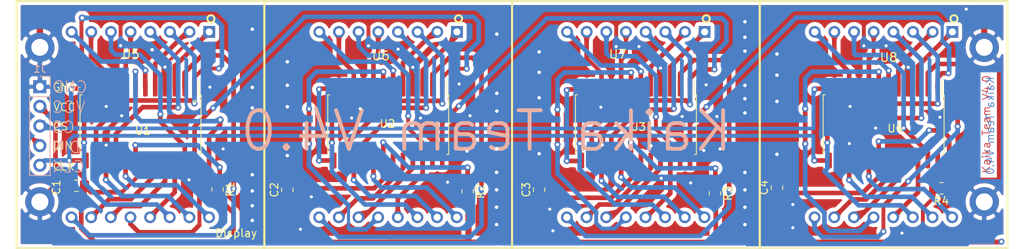
<source format=kicad_pcb>
(kicad_pcb (version 20171130) (host pcbnew "(5.1.9)-1")
  (layers (0 F.Cu signal) (31 B.Cu signal) (34 B.Paste user) (35 F.Paste user) (36 B.SilkS user) (37 F.SilkS user) (38 B.Mask user) (39 F.Mask user) (44 Edge.Cuts user))
  (net 0 "")
  (net 1 "Net-(U1-Pad24)")
  (net 2 1_SEG_D)
  (net 3 1_SEG_DP)
  (net 4 1_SEG_E)
  (net 5 1_SEG_C)
  (net 6 1_SEG_G)
  (net 7 1_SEG_B)
  (net 8 1_SEG_F)
  (net 9 1_SEG_A)
  (net 10 CLK)
  (net 11 LOAD)
  (net 12 1_DIG_1)
  (net 13 1_DIG_5)
  (net 14 GND)
  (net 15 1_DIG_7)
  (net 16 1_DIG_3)
  (net 17 1_DIG_2)
  (net 18 1_DIG_6)
  (net 19 1_DIG_4)
  (net 20 1_DIG_0)
  (net 21 DIN)
  (net 22 "Net-(U2-Pad24)")
  (net 23 2_SEG_D)
  (net 24 2_SEG_DP)
  (net 25 2_SEG_E)
  (net 26 2_SEG_C)
  (net 27 2_SEG_G)
  (net 28 2_SEG_B)
  (net 29 2_SEG_F)
  (net 30 2_SEG_A)
  (net 31 2_DIG_1)
  (net 32 2_DIG_5)
  (net 33 2_DIG_7)
  (net 34 2_DIG_3)
  (net 35 2_DIG_2)
  (net 36 2_DIG_6)
  (net 37 2_DIG_4)
  (net 38 2_DIG_0)
  (net 39 "Net-(U3-Pad24)")
  (net 40 3_SEG_D)
  (net 41 3_SEG_DP)
  (net 42 3_SEG_E)
  (net 43 3_SEG_C)
  (net 44 3_SEG_G)
  (net 45 3_SEG_B)
  (net 46 3_SEG_F)
  (net 47 3_SEG_A)
  (net 48 3_DIG_1)
  (net 49 3_DIG_5)
  (net 50 3_DIG_7)
  (net 51 3_DIG_3)
  (net 52 3_DIG_2)
  (net 53 3_DIG_6)
  (net 54 3_DIG_4)
  (net 55 3_DIG_0)
  (net 56 4_SEG_D)
  (net 57 4_SEG_DP)
  (net 58 4_SEG_E)
  (net 59 4_SEG_C)
  (net 60 4_SEG_G)
  (net 61 4_SEG_B)
  (net 62 4_SEG_F)
  (net 63 4_SEG_A)
  (net 64 4_DIG_1)
  (net 65 4_DIG_5)
  (net 66 4_DIG_7)
  (net 67 4_DIG_3)
  (net 68 4_DIG_2)
  (net 69 4_DIG_6)
  (net 70 4_DIG_4)
  (net 71 4_DIG_0)
  (net 72 "Net-(R1-Pad1)")
  (net 73 "Net-(R2-Pad1)")
  (net 74 "Net-(R3-Pad1)")
  (net 75 "Net-(R4-Pad1)")
  (net 76 VCC)
  (module Package_SO:SOIC-24W_7.5x15.4mm_P1.27mm (layer F.Cu) (at 212 116 270)
    (fp_text reference U4 (at 0.5 -1.5 180) (layer F.SilkS))
    (fp_text value MAX7219)
    (pad 24 smd roundrect (at 4.65 -6.985 270) (size 2.05 0.6) (layers F.Cu F.Paste F.Mask))
    (pad 23 smd roundrect (at 4.65 -5.715 270) (size 2.05 0.6) (layers F.Cu F.Paste F.Mask) (net 56 4_SEG_D))
    (pad 22 smd roundrect (at 4.65 -4.445 270) (size 2.05 0.6) (layers F.Cu F.Paste F.Mask) (net 57 4_SEG_DP))
    (pad 21 smd roundrect (at 4.65 -3.175 270) (size 2.05 0.6) (layers F.Cu F.Paste F.Mask) (net 58 4_SEG_E))
    (pad 20 smd roundrect (at 4.65 -1.905 270) (size 2.05 0.6) (layers F.Cu F.Paste F.Mask) (net 59 4_SEG_C))
    (pad 19 smd roundrect (at 4.65 -0.635 270) (size 2.05 0.6) (layers F.Cu F.Paste F.Mask) (net 76 VCC))
    (pad 18 smd roundrect (at 4.65 0.635 270) (size 2.05 0.6) (layers F.Cu F.Paste F.Mask) (net 75 "Net-(R4-Pad1)"))
    (pad 17 smd roundrect (at 4.65 1.905 270) (size 2.05 0.6) (layers F.Cu F.Paste F.Mask) (net 60 4_SEG_G))
    (pad 16 smd roundrect (at 4.65 3.175 270) (size 2.05 0.6) (layers F.Cu F.Paste F.Mask) (net 61 4_SEG_B))
    (pad 15 smd roundrect (at 4.65 4.445 270) (size 2.05 0.6) (layers F.Cu F.Paste F.Mask) (net 62 4_SEG_F))
    (pad 14 smd roundrect (at 4.65 5.715 270) (size 2.05 0.6) (layers F.Cu F.Paste F.Mask) (net 63 4_SEG_A))
    (pad 13 smd roundrect (at 4.65 6.985 270) (size 2.05 0.6) (layers F.Cu F.Paste F.Mask) (net 10 CLK))
    (pad 12 smd roundrect (at -4.65 6.985 270) (size 2.05 0.6) (layers F.Cu F.Paste F.Mask) (net 11 LOAD))
    (pad 11 smd roundrect (at -4.65 5.715 270) (size 2.05 0.6) (layers F.Cu F.Paste F.Mask) (net 64 4_DIG_1))
    (pad 10 smd roundrect (at -4.65 4.445 270) (size 2.05 0.6) (layers F.Cu F.Paste F.Mask) (net 65 4_DIG_5))
    (pad 9 smd roundrect (at -4.65 3.175 270) (size 2.05 0.6) (layers F.Cu F.Paste F.Mask) (net 14 GND))
    (pad 8 smd roundrect (at -4.65 1.905 270) (size 2.05 0.6) (layers F.Cu F.Paste F.Mask) (net 66 4_DIG_7))
    (pad 7 smd roundrect (at -4.65 0.635 270) (size 2.05 0.6) (layers F.Cu F.Paste F.Mask) (net 67 4_DIG_3))
    (pad 6 smd roundrect (at -4.65 -0.635 270) (size 2.05 0.6) (layers F.Cu F.Paste F.Mask) (net 68 4_DIG_2))
    (pad 5 smd roundrect (at -4.65 -1.905 270) (size 2.05 0.6) (layers F.Cu F.Paste F.Mask) (net 69 4_DIG_6))
    (pad 4 smd roundrect (at -4.65 -3.175 270) (size 2.05 0.6) (layers F.Cu F.Paste F.Mask) (net 14 GND))
    (pad 3 smd roundrect (at -4.65 -4.445 270) (size 2.05 0.6) (layers F.Cu F.Paste F.Mask) (net 70 4_DIG_4))
    (pad 2 smd roundrect (at -4.65 -5.715 270) (size 2.05 0.6) (layers F.Cu F.Paste F.Mask) (net 71 4_DIG_0))
    (pad 1 smd roundrect (at -4.65 -6.985 270) (size 2.05 0.6) (layers F.Cu F.Paste F.Mask) (net 39 "Net-(U3-Pad24)"))
  )
  (module Kaka-footprints:LED-DISPLAY-1088AS (layer F.Cu) (at 180 116 180)
    (fp_text reference U7 (at 1.1 9.1) (layer F.SilkS) (effects (font (size 1.143 1.143) (thickness 0.1524)) (justify right)))
    (fp_text value LED-MATRIX-1088AS hide)
    (pad 16 thru_hole circle (at -8.860028 -11.999976 180) (size 1.524 1.524) (drill 0.9144) (layers *.Cu *.Mask) (net 44 3_SEG_G))
    (pad 15 thru_hole circle (at -6.320028 -11.999976 180) (size 1.524 1.524) (drill 0.9144) (layers *.Cu *.Mask) (net 46 3_SEG_F))
    (pad 14 thru_hole circle (at -3.780028 -11.999976 180) (size 1.524 1.524) (drill 0.9144) (layers *.Cu *.Mask) (net 48 3_DIG_1))
    (pad 13 thru_hole circle (at -1.240028 -11.999976 180) (size 1.524 1.524) (drill 0.9144) (layers *.Cu *.Mask) (net 41 3_SEG_DP))
    (pad 12 thru_hole circle (at 1.299972 -11.999976 180) (size 1.524 1.524) (drill 0.9144) (layers *.Cu *.Mask) (net 51 3_DIG_3))
    (pad 11 thru_hole circle (at 3.839972 -11.999976 180) (size 1.524 1.524) (drill 0.9144) (layers *.Cu *.Mask) (net 42 3_SEG_E))
    (pad 10 thru_hole circle (at 6.379972 -11.999976 180) (size 1.524 1.524) (drill 0.9144) (layers *.Cu *.Mask) (net 43 3_SEG_C))
    (pad 9 thru_hole circle (at 8.919972 -11.999722 180) (size 1.524 1.524) (drill 0.9144) (layers *.Cu *.Mask) (net 55 3_DIG_0))
    (pad 8 thru_hole circle (at 8.899906 11.999976 180) (size 1.524 1.524) (drill 0.9144) (layers *.Cu *.Mask) (net 52 3_DIG_2))
    (pad 7 thru_hole circle (at 6.359906 11.999976 180) (size 1.524 1.524) (drill 0.9144) (layers *.Cu *.Mask) (net 49 3_DIG_5))
    (pad 6 thru_hole circle (at 3.819906 11.999976 180) (size 1.524 1.524) (drill 0.9144) (layers *.Cu *.Mask) (net 40 3_SEG_D))
    (pad 5 thru_hole circle (at 1.279906 11.999976 180) (size 1.524 1.524) (drill 0.9144) (layers *.Cu *.Mask) (net 50 3_DIG_7))
    (pad 4 thru_hole circle (at -1.260094 11.999976 180) (size 1.524 1.524) (drill 0.9144) (layers *.Cu *.Mask) (net 45 3_SEG_B))
    (pad 3 thru_hole circle (at -3.800094 11.999976 180) (size 1.524 1.524) (drill 0.9144) (layers *.Cu *.Mask) (net 47 3_SEG_A))
    (pad 2 thru_hole circle (at -6.340094 11.999976 180) (size 1.524 1.524) (drill 0.9144) (layers *.Cu *.Mask) (net 53 3_DIG_6))
    (pad 1 thru_hole rect (at -8.880094 11.999976 180) (size 1.524 1.524) (drill 0.9144) (layers *.Cu *.Mask) (net 54 3_DIG_4))
  )
  (module Package_SO:SOIC-24W_7.5x15.4mm_P1.27mm (layer F.Cu) (at 180 116 270)
    (fp_text reference U3 (at 0.3 -0.3 180) (layer F.SilkS))
    (fp_text value MAX7219)
    (pad 24 smd roundrect (at 4.65 -6.985 270) (size 2.05 0.6) (layers F.Cu F.Paste F.Mask) (net 39 "Net-(U3-Pad24)"))
    (pad 23 smd roundrect (at 4.65 -5.715 270) (size 2.05 0.6) (layers F.Cu F.Paste F.Mask) (net 40 3_SEG_D))
    (pad 22 smd roundrect (at 4.65 -4.445 270) (size 2.05 0.6) (layers F.Cu F.Paste F.Mask) (net 41 3_SEG_DP))
    (pad 21 smd roundrect (at 4.65 -3.175 270) (size 2.05 0.6) (layers F.Cu F.Paste F.Mask) (net 42 3_SEG_E))
    (pad 20 smd roundrect (at 4.65 -1.905 270) (size 2.05 0.6) (layers F.Cu F.Paste F.Mask) (net 43 3_SEG_C))
    (pad 19 smd roundrect (at 4.65 -0.635 270) (size 2.05 0.6) (layers F.Cu F.Paste F.Mask) (net 76 VCC))
    (pad 18 smd roundrect (at 4.65 0.635 270) (size 2.05 0.6) (layers F.Cu F.Paste F.Mask) (net 74 "Net-(R3-Pad1)"))
    (pad 17 smd roundrect (at 4.65 1.905 270) (size 2.05 0.6) (layers F.Cu F.Paste F.Mask) (net 44 3_SEG_G))
    (pad 16 smd roundrect (at 4.65 3.175 270) (size 2.05 0.6) (layers F.Cu F.Paste F.Mask) (net 45 3_SEG_B))
    (pad 15 smd roundrect (at 4.65 4.445 270) (size 2.05 0.6) (layers F.Cu F.Paste F.Mask) (net 46 3_SEG_F))
    (pad 14 smd roundrect (at 4.65 5.715 270) (size 2.05 0.6) (layers F.Cu F.Paste F.Mask) (net 47 3_SEG_A))
    (pad 13 smd roundrect (at 4.65 6.985 270) (size 2.05 0.6) (layers F.Cu F.Paste F.Mask) (net 10 CLK))
    (pad 12 smd roundrect (at -4.65 6.985 270) (size 2.05 0.6) (layers F.Cu F.Paste F.Mask) (net 11 LOAD))
    (pad 11 smd roundrect (at -4.65 5.715 270) (size 2.05 0.6) (layers F.Cu F.Paste F.Mask) (net 48 3_DIG_1))
    (pad 10 smd roundrect (at -4.65 4.445 270) (size 2.05 0.6) (layers F.Cu F.Paste F.Mask) (net 49 3_DIG_5))
    (pad 9 smd roundrect (at -4.65 3.175 270) (size 2.05 0.6) (layers F.Cu F.Paste F.Mask) (net 14 GND))
    (pad 8 smd roundrect (at -4.65 1.905 270) (size 2.05 0.6) (layers F.Cu F.Paste F.Mask) (net 50 3_DIG_7))
    (pad 7 smd roundrect (at -4.65 0.635 270) (size 2.05 0.6) (layers F.Cu F.Paste F.Mask) (net 51 3_DIG_3))
    (pad 6 smd roundrect (at -4.65 -0.635 270) (size 2.05 0.6) (layers F.Cu F.Paste F.Mask) (net 52 3_DIG_2))
    (pad 5 smd roundrect (at -4.65 -1.905 270) (size 2.05 0.6) (layers F.Cu F.Paste F.Mask) (net 53 3_DIG_6))
    (pad 4 smd roundrect (at -4.65 -3.175 270) (size 2.05 0.6) (layers F.Cu F.Paste F.Mask) (net 14 GND))
    (pad 3 smd roundrect (at -4.65 -4.445 270) (size 2.05 0.6) (layers F.Cu F.Paste F.Mask) (net 54 3_DIG_4))
    (pad 2 smd roundrect (at -4.65 -5.715 270) (size 2.05 0.6) (layers F.Cu F.Paste F.Mask) (net 55 3_DIG_0))
    (pad 1 smd roundrect (at -4.65 -6.985 270) (size 2.05 0.6) (layers F.Cu F.Paste F.Mask) (net 22 "Net-(U2-Pad24)"))
  )
  (module Package_SO:SOIC-24W_7.5x15.4mm_P1.27mm (layer F.Cu) (at 116 116 270)
    (fp_text reference U1 (at 0.8 -0.3 180) (layer F.SilkS))
    (fp_text value MAX7219)
    (pad 24 smd roundrect (at 4.65 -6.985 270) (size 2.05 0.6) (layers F.Cu F.Paste F.Mask) (net 1 "Net-(U1-Pad24)"))
    (pad 23 smd roundrect (at 4.65 -5.715 270) (size 2.05 0.6) (layers F.Cu F.Paste F.Mask) (net 2 1_SEG_D))
    (pad 22 smd roundrect (at 4.65 -4.445 270) (size 2.05 0.6) (layers F.Cu F.Paste F.Mask) (net 3 1_SEG_DP))
    (pad 21 smd roundrect (at 4.65 -3.175 270) (size 2.05 0.6) (layers F.Cu F.Paste F.Mask) (net 4 1_SEG_E))
    (pad 20 smd roundrect (at 4.65 -1.905 270) (size 2.05 0.6) (layers F.Cu F.Paste F.Mask) (net 5 1_SEG_C))
    (pad 19 smd roundrect (at 4.65 -0.635 270) (size 2.05 0.6) (layers F.Cu F.Paste F.Mask) (net 76 VCC))
    (pad 18 smd roundrect (at 4.65 0.635 270) (size 2.05 0.6) (layers F.Cu F.Paste F.Mask) (net 72 "Net-(R1-Pad1)"))
    (pad 17 smd roundrect (at 4.65 1.905 270) (size 2.05 0.6) (layers F.Cu F.Paste F.Mask) (net 6 1_SEG_G))
    (pad 16 smd roundrect (at 4.65 3.175 270) (size 2.05 0.6) (layers F.Cu F.Paste F.Mask) (net 7 1_SEG_B))
    (pad 15 smd roundrect (at 4.65 4.445 270) (size 2.05 0.6) (layers F.Cu F.Paste F.Mask) (net 8 1_SEG_F))
    (pad 14 smd roundrect (at 4.65 5.715 270) (size 2.05 0.6) (layers F.Cu F.Paste F.Mask) (net 9 1_SEG_A))
    (pad 13 smd roundrect (at 4.65 6.985 270) (size 2.05 0.6) (layers F.Cu F.Paste F.Mask) (net 10 CLK))
    (pad 12 smd roundrect (at -4.65 6.985 270) (size 2.05 0.6) (layers F.Cu F.Paste F.Mask) (net 11 LOAD))
    (pad 11 smd roundrect (at -4.65 5.715 270) (size 2.05 0.6) (layers F.Cu F.Paste F.Mask) (net 12 1_DIG_1))
    (pad 10 smd roundrect (at -4.65 4.445 270) (size 2.05 0.6) (layers F.Cu F.Paste F.Mask) (net 13 1_DIG_5))
    (pad 9 smd roundrect (at -4.65 3.175 270) (size 2.05 0.6) (layers F.Cu F.Paste F.Mask) (net 14 GND))
    (pad 8 smd roundrect (at -4.65 1.905 270) (size 2.05 0.6) (layers F.Cu F.Paste F.Mask) (net 15 1_DIG_7))
    (pad 7 smd roundrect (at -4.65 0.635 270) (size 2.05 0.6) (layers F.Cu F.Paste F.Mask) (net 16 1_DIG_3))
    (pad 6 smd roundrect (at -4.65 -0.635 270) (size 2.05 0.6) (layers F.Cu F.Paste F.Mask) (net 17 1_DIG_2))
    (pad 5 smd roundrect (at -4.65 -1.905 270) (size 2.05 0.6) (layers F.Cu F.Paste F.Mask) (net 18 1_DIG_6))
    (pad 4 smd roundrect (at -4.65 -3.175 270) (size 2.05 0.6) (layers F.Cu F.Paste F.Mask) (net 14 GND))
    (pad 3 smd roundrect (at -4.65 -4.445 270) (size 2.05 0.6) (layers F.Cu F.Paste F.Mask) (net 19 1_DIG_4))
    (pad 2 smd roundrect (at -4.65 -5.715 270) (size 2.05 0.6) (layers F.Cu F.Paste F.Mask) (net 20 1_DIG_0))
    (pad 1 smd roundrect (at -4.65 -6.985 270) (size 2.05 0.6) (layers F.Cu F.Paste F.Mask) (net 21 DIN))
  )
  (module Kaka-footprints:LED-DISPLAY-1088AS (layer F.Cu) (at 116 116 180)
    (fp_text reference U5 (at 0 9.1) (layer F.SilkS) (effects (font (size 1.143 1.143) (thickness 0.1524)) (justify right)))
    (fp_text value LED-MATRIX-1088AS hide)
    (pad 16 thru_hole circle (at -8.860028 -11.999976 180) (size 1.524 1.524) (drill 0.9144) (layers *.Cu *.Mask) (net 6 1_SEG_G))
    (pad 15 thru_hole circle (at -6.320028 -11.999976 180) (size 1.524 1.524) (drill 0.9144) (layers *.Cu *.Mask) (net 8 1_SEG_F))
    (pad 14 thru_hole circle (at -3.780028 -11.999976 180) (size 1.524 1.524) (drill 0.9144) (layers *.Cu *.Mask) (net 12 1_DIG_1))
    (pad 13 thru_hole circle (at -1.240028 -11.999976 180) (size 1.524 1.524) (drill 0.9144) (layers *.Cu *.Mask) (net 3 1_SEG_DP))
    (pad 12 thru_hole circle (at 1.299972 -11.999976 180) (size 1.524 1.524) (drill 0.9144) (layers *.Cu *.Mask) (net 16 1_DIG_3))
    (pad 11 thru_hole circle (at 3.839972 -11.999976 180) (size 1.524 1.524) (drill 0.9144) (layers *.Cu *.Mask) (net 4 1_SEG_E))
    (pad 10 thru_hole circle (at 6.379972 -11.999976 180) (size 1.524 1.524) (drill 0.9144) (layers *.Cu *.Mask) (net 5 1_SEG_C))
    (pad 9 thru_hole circle (at 8.919972 -11.999722 180) (size 1.524 1.524) (drill 0.9144) (layers *.Cu *.Mask) (net 20 1_DIG_0))
    (pad 8 thru_hole circle (at 8.899906 11.999976 180) (size 1.524 1.524) (drill 0.9144) (layers *.Cu *.Mask) (net 17 1_DIG_2))
    (pad 7 thru_hole circle (at 6.359906 11.999976 180) (size 1.524 1.524) (drill 0.9144) (layers *.Cu *.Mask) (net 13 1_DIG_5))
    (pad 6 thru_hole circle (at 3.819906 11.999976 180) (size 1.524 1.524) (drill 0.9144) (layers *.Cu *.Mask) (net 2 1_SEG_D))
    (pad 5 thru_hole circle (at 1.279906 11.999976 180) (size 1.524 1.524) (drill 0.9144) (layers *.Cu *.Mask) (net 15 1_DIG_7))
    (pad 4 thru_hole circle (at -1.260094 11.999976 180) (size 1.524 1.524) (drill 0.9144) (layers *.Cu *.Mask) (net 7 1_SEG_B))
    (pad 3 thru_hole circle (at -3.800094 11.999976 180) (size 1.524 1.524) (drill 0.9144) (layers *.Cu *.Mask) (net 9 1_SEG_A))
    (pad 2 thru_hole circle (at -6.340094 11.999976 180) (size 1.524 1.524) (drill 0.9144) (layers *.Cu *.Mask) (net 18 1_DIG_6))
    (pad 1 thru_hole rect (at -8.880094 11.999976 180) (size 1.524 1.524) (drill 0.9144) (layers *.Cu *.Mask) (net 19 1_DIG_4))
  )
  (module Connector_PinHeader_2.54mm:PinHeader_1x05_P2.54mm_Vertical (layer B.Cu) (at 103 111.1 180)
    (fp_text reference J1 (at 0 2.33) (layer B.SilkS) (effects (justify mirror)))
    (fp_text value Conn_01x05)
    (pad 5 thru_hole oval (at 0 -10.16 180) (size 1.7 1.7) (drill 1) (layers *.Cu *.Mask) (net 10 CLK))
    (pad 4 thru_hole oval (at 0 -7.62 180) (size 1.7 1.7) (drill 1) (layers *.Cu *.Mask) (net 21 DIN))
    (pad 3 thru_hole oval (at 0 -5.08 180) (size 1.7 1.7) (drill 1) (layers *.Cu *.Mask) (net 11 LOAD))
    (pad 2 thru_hole oval (at 0 -2.54 180) (size 1.7 1.7) (drill 1) (layers *.Cu *.Mask) (net 76 VCC))
    (pad 1 thru_hole rect (at 0 0 180) (size 1.7 1.7) (drill 1) (layers *.Cu *.Mask) (net 14 GND))
  )
  (module Resistor_SMD:R_0805_2012Metric_Pad1.20x1.40mm_HandSolder (layer F.Cu) (at 219.47 124.25 180)
    (fp_text reference R4 (at 0 -1.65) (layer F.SilkS))
    (fp_text value 10K)
    (pad 2 smd roundrect (at 1 0 180) (size 1.2 1.4) (layers F.Cu F.Paste F.Mask) (roundrect_rratio 0.2083325) (net 76 VCC))
    (pad 1 smd roundrect (at -1 0 180) (size 1.2 1.4) (layers F.Cu F.Paste F.Mask) (roundrect_rratio 0.2083325) (net 75 "Net-(R4-Pad1)"))
  )
  (module Resistor_SMD:R_0805_2012Metric_Pad1.20x1.40mm_HandSolder (layer F.Cu) (at 190.22 124.9 270)
    (fp_text reference R3 (at 0 -1.65 90) (layer F.SilkS))
    (fp_text value 10K)
    (pad 2 smd roundrect (at 1 0 270) (size 1.2 1.4) (layers F.Cu F.Paste F.Mask) (roundrect_rratio 0.2083325) (net 76 VCC))
    (pad 1 smd roundrect (at -1 0 270) (size 1.2 1.4) (layers F.Cu F.Paste F.Mask) (roundrect_rratio 0.2083325) (net 74 "Net-(R3-Pad1)"))
  )
  (module Resistor_SMD:R_0805_2012Metric_Pad1.20x1.40mm_HandSolder (layer F.Cu) (at 158.26 124.64 270)
    (fp_text reference R2 (at 0 -1.65 90) (layer F.SilkS))
    (fp_text value 10K)
    (pad 2 smd roundrect (at 1 0 270) (size 1.2 1.4) (layers F.Cu F.Paste F.Mask) (roundrect_rratio 0.2083325) (net 76 VCC))
    (pad 1 smd roundrect (at -1 0 270) (size 1.2 1.4) (layers F.Cu F.Paste F.Mask) (roundrect_rratio 0.2083325) (net 73 "Net-(R2-Pad1)"))
  )
  (module Resistor_SMD:R_0805_2012Metric_Pad1.20x1.40mm_HandSolder (layer F.Cu) (at 125.95 124.38 270)
    (fp_text reference R1 (at 0 -1.65 90) (layer F.SilkS))
    (fp_text value 10K)
    (pad 2 smd roundrect (at 1 0 270) (size 1.2 1.4) (layers F.Cu F.Paste F.Mask) (roundrect_rratio 0.2083325) (net 76 VCC))
    (pad 1 smd roundrect (at -1 0 270) (size 1.2 1.4) (layers F.Cu F.Paste F.Mask) (roundrect_rratio 0.2083325) (net 72 "Net-(R1-Pad1)"))
  )
  (module Capacitor_SMD:C_0805_2012Metric_Pad1.18x1.45mm_HandSolder (layer F.Cu) (at 198.22 124.1525 90)
    (fp_text reference C4 (at 0 -1.68 90) (layer F.SilkS))
    (fp_text value 100nf)
    (pad 2 smd roundrect (at 1.0375 0 90) (size 1.175 1.45) (layers F.Cu F.Paste F.Mask) (roundrect_rratio 0.2127659574468085) (net 14 GND))
    (pad 1 smd roundrect (at -1.0375 0 90) (size 1.175 1.45) (layers F.Cu F.Paste F.Mask) (roundrect_rratio 0.2127659574468085) (net 76 VCC))
  )
  (module Capacitor_SMD:C_0805_2012Metric_Pad1.18x1.45mm_HandSolder (layer F.Cu) (at 167.5 124.44 90)
    (fp_text reference C3 (at 0 -1.68 90) (layer F.SilkS))
    (fp_text value 100nf)
    (pad 2 smd roundrect (at 1.0375 0 90) (size 1.175 1.45) (layers F.Cu F.Paste F.Mask) (roundrect_rratio 0.2127659574468085) (net 14 GND))
    (pad 1 smd roundrect (at -1.0375 0 90) (size 1.175 1.45) (layers F.Cu F.Paste F.Mask) (roundrect_rratio 0.2127659574468085) (net 76 VCC))
  )
  (module Capacitor_SMD:C_0805_2012Metric_Pad1.18x1.45mm_HandSolder (layer F.Cu) (at 134.97 124.45 90)
    (fp_text reference C2 (at 0 -1.68 90) (layer F.SilkS))
    (fp_text value 100nf)
    (pad 2 smd roundrect (at 1.0375 0 90) (size 1.175 1.45) (layers F.Cu F.Paste F.Mask) (roundrect_rratio 0.2127659574468085) (net 14 GND))
    (pad 1 smd roundrect (at -1.0375 0 90) (size 1.175 1.45) (layers F.Cu F.Paste F.Mask) (roundrect_rratio 0.2127659574468085) (net 76 VCC))
  )
  (module Capacitor_SMD:C_0805_2012Metric_Pad1.18x1.45mm_HandSolder (layer F.Cu) (at 107.73 123.92 180)
    (fp_text reference C1 (at 2.6 -0.2 90) (layer F.SilkS))
    (fp_text value 100nf)
    (pad 2 smd roundrect (at 1.0375 0 180) (size 1.175 1.45) (layers F.Cu F.Paste F.Mask) (roundrect_rratio 0.2127659574468085) (net 14 GND))
    (pad 1 smd roundrect (at -1.0375 0 180) (size 1.175 1.45) (layers F.Cu F.Paste F.Mask) (roundrect_rratio 0.2127659574468085) (net 76 VCC))
  )
  (module Kaka-footprints:LED-DISPLAY-1088AS (layer F.Cu) (at 212 116 180)
    (fp_text reference U8 (at -1.9 8.7) (layer F.SilkS) (effects (font (size 1.143 1.143) (thickness 0.1524)) (justify right)))
    (fp_text value LED-MATRIX-1088AS hide)
    (pad 16 thru_hole circle (at -8.860028 -11.999976 180) (size 1.524 1.524) (drill 0.9144) (layers *.Cu *.Mask) (net 60 4_SEG_G))
    (pad 15 thru_hole circle (at -6.320028 -11.999976 180) (size 1.524 1.524) (drill 0.9144) (layers *.Cu *.Mask) (net 62 4_SEG_F))
    (pad 14 thru_hole circle (at -3.780028 -11.999976 180) (size 1.524 1.524) (drill 0.9144) (layers *.Cu *.Mask) (net 64 4_DIG_1))
    (pad 13 thru_hole circle (at -1.240028 -11.999976 180) (size 1.524 1.524) (drill 0.9144) (layers *.Cu *.Mask) (net 57 4_SEG_DP))
    (pad 12 thru_hole circle (at 1.299972 -11.999976 180) (size 1.524 1.524) (drill 0.9144) (layers *.Cu *.Mask) (net 67 4_DIG_3))
    (pad 11 thru_hole circle (at 3.839972 -11.999976 180) (size 1.524 1.524) (drill 0.9144) (layers *.Cu *.Mask) (net 58 4_SEG_E))
    (pad 10 thru_hole circle (at 6.379972 -11.999976 180) (size 1.524 1.524) (drill 0.9144) (layers *.Cu *.Mask) (net 59 4_SEG_C))
    (pad 9 thru_hole circle (at 8.919972 -11.999722 180) (size 1.524 1.524) (drill 0.9144) (layers *.Cu *.Mask) (net 71 4_DIG_0))
    (pad 8 thru_hole circle (at 8.899906 11.999976 180) (size 1.524 1.524) (drill 0.9144) (layers *.Cu *.Mask) (net 68 4_DIG_2))
    (pad 7 thru_hole circle (at 6.359906 11.999976 180) (size 1.524 1.524) (drill 0.9144) (layers *.Cu *.Mask) (net 65 4_DIG_5))
    (pad 6 thru_hole circle (at 3.819906 11.999976 180) (size 1.524 1.524) (drill 0.9144) (layers *.Cu *.Mask) (net 56 4_SEG_D))
    (pad 5 thru_hole circle (at 1.279906 11.999976 180) (size 1.524 1.524) (drill 0.9144) (layers *.Cu *.Mask) (net 66 4_DIG_7))
    (pad 4 thru_hole circle (at -1.260094 11.999976 180) (size 1.524 1.524) (drill 0.9144) (layers *.Cu *.Mask) (net 61 4_SEG_B))
    (pad 3 thru_hole circle (at -3.800094 11.999976 180) (size 1.524 1.524) (drill 0.9144) (layers *.Cu *.Mask) (net 63 4_SEG_A))
    (pad 2 thru_hole circle (at -6.340094 11.999976 180) (size 1.524 1.524) (drill 0.9144) (layers *.Cu *.Mask) (net 69 4_DIG_6))
    (pad 1 thru_hole rect (at -8.880094 11.999976 180) (size 1.524 1.524) (drill 0.9144) (layers *.Cu *.Mask) (net 70 4_DIG_4))
  )
  (module Kaka-footprints:LED-DISPLAY-1088AS (layer F.Cu) (at 148 116 180)
    (fp_text reference U6 (at -0.3 8.9) (layer F.SilkS) (effects (font (size 1.143 1.143) (thickness 0.1524)) (justify right)))
    (fp_text value LED-MATRIX-1088AS hide)
    (pad 16 thru_hole circle (at -8.860028 -11.999976 180) (size 1.524 1.524) (drill 0.9144) (layers *.Cu *.Mask) (net 27 2_SEG_G))
    (pad 15 thru_hole circle (at -6.320028 -11.999976 180) (size 1.524 1.524) (drill 0.9144) (layers *.Cu *.Mask) (net 29 2_SEG_F))
    (pad 14 thru_hole circle (at -3.780028 -11.999976 180) (size 1.524 1.524) (drill 0.9144) (layers *.Cu *.Mask) (net 31 2_DIG_1))
    (pad 13 thru_hole circle (at -1.240028 -11.999976 180) (size 1.524 1.524) (drill 0.9144) (layers *.Cu *.Mask) (net 24 2_SEG_DP))
    (pad 12 thru_hole circle (at 1.299972 -11.999976 180) (size 1.524 1.524) (drill 0.9144) (layers *.Cu *.Mask) (net 34 2_DIG_3))
    (pad 11 thru_hole circle (at 3.839972 -11.999976 180) (size 1.524 1.524) (drill 0.9144) (layers *.Cu *.Mask) (net 25 2_SEG_E))
    (pad 10 thru_hole circle (at 6.379972 -11.999976 180) (size 1.524 1.524) (drill 0.9144) (layers *.Cu *.Mask) (net 26 2_SEG_C))
    (pad 9 thru_hole circle (at 8.919972 -11.999722 180) (size 1.524 1.524) (drill 0.9144) (layers *.Cu *.Mask) (net 38 2_DIG_0))
    (pad 8 thru_hole circle (at 8.899906 11.999976 180) (size 1.524 1.524) (drill 0.9144) (layers *.Cu *.Mask) (net 35 2_DIG_2))
    (pad 7 thru_hole circle (at 6.359906 11.999976 180) (size 1.524 1.524) (drill 0.9144) (layers *.Cu *.Mask) (net 32 2_DIG_5))
    (pad 6 thru_hole circle (at 3.819906 11.999976 180) (size 1.524 1.524) (drill 0.9144) (layers *.Cu *.Mask) (net 23 2_SEG_D))
    (pad 5 thru_hole circle (at 1.279906 11.999976 180) (size 1.524 1.524) (drill 0.9144) (layers *.Cu *.Mask) (net 33 2_DIG_7))
    (pad 4 thru_hole circle (at -1.260094 11.999976 180) (size 1.524 1.524) (drill 0.9144) (layers *.Cu *.Mask) (net 28 2_SEG_B))
    (pad 3 thru_hole circle (at -3.800094 11.999976 180) (size 1.524 1.524) (drill 0.9144) (layers *.Cu *.Mask) (net 30 2_SEG_A))
    (pad 2 thru_hole circle (at -6.340094 11.999976 180) (size 1.524 1.524) (drill 0.9144) (layers *.Cu *.Mask) (net 36 2_DIG_6))
    (pad 1 thru_hole rect (at -8.880094 11.999976 180) (size 1.524 1.524) (drill 0.9144) (layers *.Cu *.Mask) (net 37 2_DIG_4))
  )
  (module Package_SO:SOIC-24W_7.5x15.4mm_P1.27mm (layer F.Cu) (at 148 116 270)
    (fp_text reference U2 (at -0.1 0.1 180) (layer F.SilkS))
    (fp_text value MAX7219)
    (pad 24 smd roundrect (at 4.65 -6.985 270) (size 2.05 0.6) (layers F.Cu F.Paste F.Mask) (net 22 "Net-(U2-Pad24)"))
    (pad 23 smd roundrect (at 4.65 -5.715 270) (size 2.05 0.6) (layers F.Cu F.Paste F.Mask) (net 23 2_SEG_D))
    (pad 22 smd roundrect (at 4.65 -4.445 270) (size 2.05 0.6) (layers F.Cu F.Paste F.Mask) (net 24 2_SEG_DP))
    (pad 21 smd roundrect (at 4.65 -3.175 270) (size 2.05 0.6) (layers F.Cu F.Paste F.Mask) (net 25 2_SEG_E))
    (pad 20 smd roundrect (at 4.65 -1.905 270) (size 2.05 0.6) (layers F.Cu F.Paste F.Mask) (net 26 2_SEG_C))
    (pad 19 smd roundrect (at 4.65 -0.635 270) (size 2.05 0.6) (layers F.Cu F.Paste F.Mask) (net 76 VCC))
    (pad 18 smd roundrect (at 4.65 0.635 270) (size 2.05 0.6) (layers F.Cu F.Paste F.Mask) (net 73 "Net-(R2-Pad1)"))
    (pad 17 smd roundrect (at 4.65 1.905 270) (size 2.05 0.6) (layers F.Cu F.Paste F.Mask) (net 27 2_SEG_G))
    (pad 16 smd roundrect (at 4.65 3.175 270) (size 2.05 0.6) (layers F.Cu F.Paste F.Mask) (net 28 2_SEG_B))
    (pad 15 smd roundrect (at 4.65 4.445 270) (size 2.05 0.6) (layers F.Cu F.Paste F.Mask) (net 29 2_SEG_F))
    (pad 14 smd roundrect (at 4.65 5.715 270) (size 2.05 0.6) (layers F.Cu F.Paste F.Mask) (net 30 2_SEG_A))
    (pad 13 smd roundrect (at 4.65 6.985 270) (size 2.05 0.6) (layers F.Cu F.Paste F.Mask) (net 10 CLK))
    (pad 12 smd roundrect (at -4.65 6.985 270) (size 2.05 0.6) (layers F.Cu F.Paste F.Mask) (net 11 LOAD))
    (pad 11 smd roundrect (at -4.65 5.715 270) (size 2.05 0.6) (layers F.Cu F.Paste F.Mask) (net 31 2_DIG_1))
    (pad 10 smd roundrect (at -4.65 4.445 270) (size 2.05 0.6) (layers F.Cu F.Paste F.Mask) (net 32 2_DIG_5))
    (pad 9 smd roundrect (at -4.65 3.175 270) (size 2.05 0.6) (layers F.Cu F.Paste F.Mask) (net 14 GND))
    (pad 8 smd roundrect (at -4.65 1.905 270) (size 2.05 0.6) (layers F.Cu F.Paste F.Mask) (net 33 2_DIG_7))
    (pad 7 smd roundrect (at -4.65 0.635 270) (size 2.05 0.6) (layers F.Cu F.Paste F.Mask) (net 34 2_DIG_3))
    (pad 6 smd roundrect (at -4.65 -0.635 270) (size 2.05 0.6) (layers F.Cu F.Paste F.Mask) (net 35 2_DIG_2))
    (pad 5 smd roundrect (at -4.65 -1.905 270) (size 2.05 0.6) (layers F.Cu F.Paste F.Mask) (net 36 2_DIG_6))
    (pad 4 smd roundrect (at -4.65 -3.175 270) (size 2.05 0.6) (layers F.Cu F.Paste F.Mask) (net 14 GND))
    (pad 3 smd roundrect (at -4.65 -4.445 270) (size 2.05 0.6) (layers F.Cu F.Paste F.Mask) (net 37 2_DIG_4))
    (pad 2 smd roundrect (at -4.65 -5.715 270) (size 2.05 0.6) (layers F.Cu F.Paste F.Mask) (net 38 2_DIG_0))
    (pad 1 smd roundrect (at -4.65 -6.985 270) (size 2.05 0.6) (layers F.Cu F.Paste F.Mask) (net 1 "Net-(U1-Pad24)"))
  )
  (module MountingHole:MountingHole_2.2mm_M2_DIN965_Pad (layer F.Cu) (at 103 126)
    (fp_text reference H4 hide)
    (fp_text value MountingHole)
    (pad 1 thru_hole circle (at 0 0) (size 3.8 3.8) (drill 2.2) (layers *.Cu *.Mask) (net 14 GND))
  )
  (module MountingHole:MountingHole_2.2mm_M2_DIN965_Pad (layer F.Cu) (at 225 126)
    (fp_text reference H3 hide)
    (fp_text value MountingHole)
    (pad 1 thru_hole circle (at 0 0) (size 3.8 3.8) (drill 2.2) (layers *.Cu *.Mask) (net 14 GND))
  )
  (module MountingHole:MountingHole_2.2mm_M2_DIN965_Pad (layer F.Cu) (at 225 106)
    (fp_text reference H2 hide)
    (fp_text value MountingHole)
    (pad 1 thru_hole circle (at 0 0) (size 3.8 3.8) (drill 2.2) (layers *.Cu *.Mask) (net 14 GND))
  )
  (module MountingHole:MountingHole_2.2mm_M2_DIN965_Pad (layer F.Cu) (at 103 106)
    (fp_text reference H1 hide)
    (fp_text value MountingHole)
    (pad 1 thru_hole circle (at 0 0) (size 3.8 3.8) (drill 2.2) (layers *.Cu *.Mask) (net 14 GND))
  )
  (gr_text "Kaika Team V4.0" (at 225.27 115.95 90) (layer F.Cu) (effects (font (size 1 1) (thickness 0.1))))
  (gr_text "Kaika Team V4.0" (at 225.77 116.15 90) (layer B.Cu) (effects (font (size 1 1) (thickness 0.1)) (justify mirror)))
  (gr_text "Kaika Team V4.0" (at 160.67 116.85) (layer B.SilkS) (effects (font (size 5 5) (thickness 0.5)) (justify mirror)))
  (gr_text Display (at 128.37 130.05) (layer F.SilkS) (effects (font (size 1 1))))
  (gr_text CS (at 105.67 116.25) (layer F.SilkS) (effects (font (size 1 1) (thickness 0.125))))
  (gr_text CLK (at 106.1 121.45) (layer F.SilkS) (effects (font (size 1 1) (thickness 0.125))))
  (gr_text DIN (at 105.96 118.73) (layer F.SilkS) (effects (font (size 1 1) (thickness 0.125))))
  (gr_text VCC (at 106.17 113.75) (layer F.SilkS) (effects (font (size 1 1) (thickness 0.125))))
  (gr_text GND (at 106.19 111.17) (layer F.SilkS) (effects (font (size 1 1) (thickness 0.125))))
  (gr_text CLK (at 106.67 121.45) (layer B.SilkS) (effects (font (size 1.5 1.5) (thickness 0.125)) (justify mirror)))
  (gr_text DIN (at 106.37 118.95) (layer B.SilkS) (effects (font (size 1.5 1.5) (thickness 0.125)) (justify mirror)))
  (gr_text CS (at 106.07 116.35) (layer B.SilkS) (effects (font (size 1.5 1.5) (thickness 0.125)) (justify mirror)))
  (gr_text VCC (at 106.77 113.75) (layer B.SilkS) (effects (font (size 1.5 1.5) (thickness 0.125)) (justify mirror)))
  (gr_text GND (at 106.87 111.15) (layer B.SilkS) (effects (font (size 1.5 1.5) (thickness 0.125)) (justify mirror)))
  (gr_line (start 228 100) (end 228 132) (layer Edge.Cuts) (width 0.05))
  (gr_line (start 100 100) (end 100 132) (layer Edge.Cuts) (width 0.05))
  (gr_line (start 100 132) (end 228 132) (layer Edge.Cuts) (width 0.05))
  (gr_line (start 100 100) (end 228 100) (layer Edge.Cuts) (width 0.05))
  (via (at 175.47 113.75) (size 0.8) (drill 0.4) (layers F.Cu B.Cu) (net 14))
  (via (at 125.39 113.86) (size 0.8) (drill 0.4) (layers F.Cu B.Cu) (net 1))
  (segment (start 154.985 111.35) (end 154.985 109.925) (width 0.6) (layer F.Cu) (net 1))
  (segment (start 154.985 109.925) (end 156.15 108.76) (width 0.5) (layer F.Cu) (net 1))
  (segment (start 156.15 108.76) (end 158.14 108.76) (width 0.5) (layer F.Cu) (net 1))
  (via (at 158.14 108.76) (size 0.8) (drill 0.4) (layers F.Cu B.Cu) (net 1))
  (segment (start 137.21 102.05) (end 129.64 109.62) (width 0.6) (layer B.Cu) (net 1))
  (segment (start 158.14 106.75) (end 159.69 105.2) (width 0.6) (layer B.Cu) (net 1))
  (segment (start 158.14 108.76) (end 158.14 106.75) (width 0.6) (layer B.Cu) (net 1))
  (segment (start 159.02 102.05) (end 137.21 102.05) (width 0.6) (layer B.Cu) (net 1))
  (segment (start 159.69 102.72) (end 159.02 102.05) (width 0.6) (layer B.Cu) (net 1))
  (segment (start 159.69 105.2) (end 159.69 102.72) (width 0.6) (layer B.Cu) (net 1))
  (segment (start 125.39 113.86) (end 129.64 109.61) (width 0.6) (layer B.Cu) (net 1))
  (segment (start 122.985 116.265) (end 125.39 113.86) (width 0.6) (layer F.Cu) (net 1))
  (segment (start 122.985 120.65) (end 122.985 116.265) (width 0.6) (layer F.Cu) (net 1))
  (segment (start 118.56 114.85) (end 118.57 114.86) (width 0.4) (layer B.Cu) (net 2))
  (segment (start 118.56 114.87) (end 118.57 114.86) (width 0.4) (layer F.Cu) (net 2))
  (via (at 118.57 114.65) (size 0.8) (drill 0.4) (layers F.Cu B.Cu) (net 2))
  (segment (start 118.57 109.597998) (end 118.57 114.65) (width 0.6) (layer B.Cu) (net 2))
  (segment (start 115.922002 106.95) (end 118.57 109.597998) (width 0.6) (layer B.Cu) (net 2))
  (segment (start 112.77 106.95) (end 115.922002 106.95) (width 0.6) (layer B.Cu) (net 2))
  (segment (start 112.180094 106.360094) (end 112.77 106.95) (width 0.6) (layer B.Cu) (net 2))
  (segment (start 112.180094 104.000024) (end 112.180094 106.360094) (width 0.6) (layer B.Cu) (net 2))
  (segment (start 118.57 114.65) (end 118.57 115.65) (width 0.6) (layer F.Cu) (net 2))
  (segment (start 121.715 118.795) (end 121.715 120.65) (width 0.6) (layer F.Cu) (net 2))
  (segment (start 118.57 115.65) (end 121.715 118.795) (width 0.6) (layer F.Cu) (net 2))
  (segment (start 120.425 124.755004) (end 120.425 120.63) (width 0.6) (layer F.Cu) (net 3))
  (segment (start 117.210028 127.969976) (end 120.425 124.755004) (width 0.6) (layer F.Cu) (net 3))
  (segment (start 112.130028 127.969976) (end 112.750024 127.969976) (width 0.4) (layer F.Cu) (net 4))
  (segment (start 119.175 123.345) (end 119.175 120.65) (width 0.6) (layer F.Cu) (net 4))
  (segment (start 113.610004 126.55) (end 115.97 126.55) (width 0.6) (layer F.Cu) (net 4))
  (segment (start 115.97 126.55) (end 119.175 123.345) (width 0.6) (layer F.Cu) (net 4))
  (segment (start 112.160028 127.999976) (end 113.610004 126.55) (width 0.6) (layer F.Cu) (net 4))
  (segment (start 117.905 122.515) (end 117.905 120.65) (width 0.6) (layer F.Cu) (net 5))
  (segment (start 114.77 125.65) (end 117.905 122.515) (width 0.6) (layer F.Cu) (net 5))
  (segment (start 111.970004 125.65) (end 114.77 125.65) (width 0.6) (layer F.Cu) (net 5))
  (segment (start 109.620028 127.999976) (end 111.970004 125.65) (width 0.6) (layer F.Cu) (net 5))
  (segment (start 114.075 120.63) (end 114.075 122.555) (width 0.6) (layer F.Cu) (net 6))
  (via (at 114.07 122.69) (size 0.8) (drill 0.4) (layers F.Cu B.Cu) (net 6))
  (segment (start 124.860028 127.999976) (end 120.710052 123.85) (width 0.6) (layer B.Cu) (net 6))
  (segment (start 115.23 123.85) (end 114.07 122.69) (width 0.6) (layer B.Cu) (net 6))
  (segment (start 120.710052 123.85) (end 115.23 123.85) (width 0.6) (layer B.Cu) (net 6))
  (segment (start 120.87 113.81) (end 120.87 107.60993) (width 0.6) (layer B.Cu) (net 7))
  (segment (start 120.87 107.60993) (end 117.230094 103.970024) (width 0.6) (layer B.Cu) (net 7))
  (via (at 120.87 113.81) (size 0.8) (drill 0.4) (layers F.Cu B.Cu) (net 7))
  (segment (start 112.825 120.65) (end 112.825 117.195) (width 0.6) (layer F.Cu) (net 7))
  (segment (start 116.270001 113.749999) (end 120.809999 113.749999) (width 0.6) (layer F.Cu) (net 7))
  (segment (start 120.809999 113.749999) (end 120.87 113.81) (width 0.6) (layer F.Cu) (net 7))
  (segment (start 112.825 117.195) (end 116.270001 113.749999) (width 0.6) (layer F.Cu) (net 7))
  (segment (start 111.535 120.63) (end 111.535 123.155) (width 0.6) (layer F.Cu) (net 8))
  (via (at 111.535 123.155) (size 0.8) (drill 0.4) (layers F.Cu B.Cu) (net 8))
  (segment (start 111.535 123.155) (end 113.63 125.25) (width 0.6) (layer B.Cu) (net 8))
  (segment (start 119.570052 125.25) (end 122.320028 127.999976) (width 0.6) (layer B.Cu) (net 8))
  (segment (start 113.63 125.25) (end 119.570052 125.25) (width 0.6) (layer B.Cu) (net 8))
  (segment (start 122.97 113.27) (end 122.97 107.16993) (width 0.6) (layer B.Cu) (net 9))
  (segment (start 110.265 116.595) (end 110.265 120.63) (width 0.6) (layer F.Cu) (net 9))
  (segment (start 122.97 107.16993) (end 119.770094 103.970024) (width 0.6) (layer B.Cu) (net 9))
  (segment (start 122.97 113.27) (end 122.97 113.2) (width 0.4) (layer F.Cu) (net 9))
  (via (at 122.97 113.27) (size 0.8) (drill 0.4) (layers F.Cu B.Cu) (net 9))
  (segment (start 113.98499 112.87501) (end 110.265 116.595) (width 0.6) (layer F.Cu) (net 9))
  (segment (start 122.57501 112.87501) (end 113.98499 112.87501) (width 0.6) (layer F.Cu) (net 9))
  (segment (start 122.97 113.27) (end 122.57501 112.87501) (width 0.6) (layer F.Cu) (net 9))
  (via (at 106.79 120.65) (size 0.8) (drill 0.4) (layers F.Cu B.Cu) (net 10))
  (segment (start 205.015 120.65) (end 202.95 120.65) (width 0.6) (layer F.Cu) (net 10))
  (segment (start 202.95 120.65) (end 202.94 120.66) (width 0.4) (layer F.Cu) (net 10))
  (via (at 203.06 120.66) (size 0.8) (drill 0.4) (layers F.Cu B.Cu) (net 10))
  (segment (start 170.95 120.75) (end 170.94 120.76) (width 0.4) (layer F.Cu) (net 10))
  (via (at 139.06 120.66) (size 0.8) (drill 0.4) (layers F.Cu B.Cu) (net 10))
  (segment (start 138.95 120.65) (end 138.94 120.66) (width 0.4) (layer F.Cu) (net 10))
  (segment (start 141.015 120.65) (end 138.95 120.65) (width 0.6) (layer F.Cu) (net 10))
  (segment (start 109.015 120.65) (end 106.8 120.65) (width 0.6) (layer F.Cu) (net 10))
  (segment (start 106.779992 120.639992) (end 103.620008 120.639992) (width 0.6) (layer B.Cu) (net 10))
  (segment (start 103.620008 120.639992) (end 103 121.26) (width 0.6) (layer B.Cu) (net 10))
  (segment (start 106.79 120.65) (end 106.779992 120.639992) (width 0.6) (layer B.Cu) (net 10))
  (via (at 171.068439 120.70999) (size 0.8) (drill 0.4) (layers F.Cu B.Cu) (net 10))
  (segment (start 171.1 117.47) (end 171.068439 117.501561) (width 0.6) (layer B.Cu) (net 10))
  (segment (start 171.068439 117.501561) (end 171.068439 120.70999) (width 0.6) (layer B.Cu) (net 10))
  (segment (start 172.95501 120.70999) (end 173.015 120.65) (width 0.6) (layer F.Cu) (net 10))
  (segment (start 171.068439 120.70999) (end 172.95501 120.70999) (width 0.6) (layer F.Cu) (net 10))
  (segment (start 139.06 118.347998) (end 139.07 118.337998) (width 0.6) (layer B.Cu) (net 10))
  (segment (start 139.06 120.66) (end 139.06 118.347998) (width 0.6) (layer B.Cu) (net 10))
  (segment (start 139.07 118.337998) (end 139.07 117.65) (width 0.6) (layer B.Cu) (net 10))
  (segment (start 202.92 120.52) (end 203.06 120.66) (width 0.5) (layer B.Cu) (net 10))
  (segment (start 202.92 117.45) (end 202.92 120.52) (width 0.5) (layer B.Cu) (net 10))
  (segment (start 107.38 117.45) (end 202.92 117.45) (width 0.5) (layer B.Cu) (net 10))
  (segment (start 106.79 118.04) (end 107.38 117.45) (width 0.5) (layer B.Cu) (net 10))
  (segment (start 106.79 120.65) (end 106.79 118.04) (width 0.5) (layer B.Cu) (net 10))
  (segment (start 108.06 116.48) (end 107.14 116.48) (width 0.6) (layer B.Cu) (net 11))
  (segment (start 107.05 116.36) (end 107.05 111.33) (width 0.6) (layer B.Cu) (net 11))
  (via (at 107.05 111.43) (size 0.8) (drill 0.4) (layers F.Cu B.Cu) (net 11))
  (segment (start 108.06 116.48) (end 108.07 116.49) (width 0.6) (layer B.Cu) (net 11))
  (segment (start 107.15 111.33) (end 107.05 111.43) (width 0.6) (layer F.Cu) (net 11))
  (segment (start 108.995 111.33) (end 107.15 111.33) (width 0.6) (layer F.Cu) (net 11))
  (via (at 203.07 111.45) (size 0.8) (drill 0.4) (layers F.Cu B.Cu) (net 11))
  (segment (start 203.17 111.35) (end 203.07 111.45) (width 0.6) (layer F.Cu) (net 11))
  (segment (start 205.015 111.35) (end 203.17 111.35) (width 0.6) (layer F.Cu) (net 11))
  (via (at 171.07 111.55) (size 0.8) (drill 0.4) (layers F.Cu B.Cu) (net 11))
  (segment (start 171.17 111.45) (end 171.07 111.55) (width 0.6) (layer F.Cu) (net 11))
  (segment (start 173.015 111.45) (end 171.17 111.45) (width 0.6) (layer F.Cu) (net 11))
  (segment (start 103 116.18) (end 103.45001 115.72999) (width 0.6) (layer B.Cu) (net 11))
  (via (at 139.07 111.45) (size 0.8) (drill 0.4) (layers F.Cu B.Cu) (net 11))
  (segment (start 139.07 116.38) (end 139.07 111.35) (width 0.6) (layer B.Cu) (net 11))
  (segment (start 138.94 116.5) (end 139.16 116.5) (width 0.6) (layer B.Cu) (net 11))
  (segment (start 139.17 111.35) (end 139.07 111.45) (width 0.6) (layer F.Cu) (net 11))
  (segment (start 141.015 111.35) (end 139.17 111.35) (width 0.6) (layer F.Cu) (net 11))
  (segment (start 140.08 116.5) (end 140.09 116.51) (width 0.6) (layer B.Cu) (net 11))
  (segment (start 138.94 116.5) (end 140.08 116.5) (width 0.6) (layer B.Cu) (net 11))
  (segment (start 103.32 116.5) (end 103 116.18) (width 0.6) (layer B.Cu) (net 11))
  (segment (start 138.94 116.5) (end 103.32 116.5) (width 0.5) (layer B.Cu) (net 11))
  (segment (start 171.07 111.55) (end 171.07 116.33) (width 0.6) (layer B.Cu) (net 11))
  (segment (start 140.09 116.51) (end 202.94 116.51) (width 0.5) (layer B.Cu) (net 11))
  (segment (start 202.94 111.58) (end 203.07 111.45) (width 0.5) (layer B.Cu) (net 11))
  (segment (start 202.94 116.51) (end 202.94 111.58) (width 0.5) (layer B.Cu) (net 11))
  (segment (start 108.71 115.43) (end 110.265 113.875) (width 0.6) (layer F.Cu) (net 12))
  (segment (start 108.71 118.33) (end 108.71 115.43) (width 0.6) (layer F.Cu) (net 12))
  (segment (start 110.265 113.875) (end 110.265 111.33) (width 0.6) (layer F.Cu) (net 12))
  (via (at 108.71 118.33) (size 0.8) (drill 0.4) (layers F.Cu B.Cu) (net 12))
  (segment (start 108.71 118.33) (end 108.71 123.49) (width 0.6) (layer B.Cu) (net 12))
  (segment (start 108.71 123.49) (end 111.57 126.35) (width 0.6) (layer B.Cu) (net 12))
  (segment (start 118.130052 126.35) (end 119.780028 127.999976) (width 0.6) (layer B.Cu) (net 12))
  (segment (start 111.57 126.35) (end 118.130052 126.35) (width 0.6) (layer B.Cu) (net 12))
  (segment (start 109.610094 107.260094) (end 109.610094 103.970024) (width 0.6) (layer F.Cu) (net 13))
  (segment (start 111.535 109.185) (end 109.610094 107.260094) (width 0.5) (layer F.Cu) (net 13))
  (segment (start 111.535 111.33) (end 111.535 109.185) (width 0.6) (layer F.Cu) (net 13))
  (via (at 194.08 126.7) (size 0.9) (drill 0.45) (layers F.Cu B.Cu) (net 14))
  (via (at 194.08 128.95) (size 0.9) (drill 0.45) (layers F.Cu B.Cu) (net 14))
  (via (at 194.08 122.2) (size 0.9) (drill 0.45) (layers F.Cu B.Cu) (net 14))
  (via (at 194.08 124.45) (size 0.9) (drill 0.45) (layers F.Cu B.Cu) (net 14))
  (segment (start 119.155 111.33) (end 119.155 110.305) (width 0.4) (layer F.Cu) (net 14))
  (segment (start 112.805 106.525) (end 113.43 105.9) (width 0.5) (layer F.Cu) (net 14))
  (segment (start 113.43 105.9) (end 113.43 105.78) (width 0.4) (layer F.Cu) (net 14))
  (segment (start 112.805 111.33) (end 112.805 106.525) (width 0.5) (layer F.Cu) (net 14))
  (via (at 113.43 105.78) (size 0.8) (drill 0.4) (layers F.Cu B.Cu) (net 14))
  (via (at 119.17 108.55) (size 0.8) (drill 0.4) (layers F.Cu B.Cu) (net 14))
  (segment (start 215.175 111.35) (end 215.175 110.325) (width 0.4) (layer F.Cu) (net 14))
  (segment (start 208.825 106.545) (end 209.45 105.92) (width 0.5) (layer F.Cu) (net 14))
  (segment (start 209.45 105.92) (end 209.45 105.8) (width 0.4) (layer F.Cu) (net 14))
  (segment (start 208.825 111.35) (end 208.825 106.545) (width 0.6) (layer F.Cu) (net 14))
  (segment (start 215.175 111.35) (end 215.175 108.755) (width 0.6) (layer F.Cu) (net 14))
  (segment (start 215.175 108.755) (end 215.35 108.58) (width 0.4) (layer F.Cu) (net 14))
  (via (at 209.45 105.8) (size 0.8) (drill 0.4) (layers F.Cu B.Cu) (net 14))
  (via (at 215.18 108.58) (size 0.8) (drill 0.4) (layers F.Cu B.Cu) (net 14))
  (segment (start 183.175 111.45) (end 183.175 110.425) (width 0.4) (layer F.Cu) (net 14))
  (segment (start 177.45 106.02) (end 177.45 105.9) (width 0.4) (layer F.Cu) (net 14))
  (segment (start 183.175 111.45) (end 183.175 108.855) (width 0.6) (layer F.Cu) (net 14))
  (segment (start 183.175 108.855) (end 183.35 108.68) (width 0.4) (layer F.Cu) (net 14))
  (via (at 177.45 105.9) (size 0.8) (drill 0.4) (layers F.Cu B.Cu) (net 14))
  (via (at 183.18 108.68) (size 0.8) (drill 0.4) (layers F.Cu B.Cu) (net 14))
  (segment (start 151.175 111.35) (end 151.175 110.325) (width 0.4) (layer F.Cu) (net 14))
  (segment (start 177.558093 101.041907) (end 177.6 101) (width 0.4) (layer F.Cu) (net 14))
  (segment (start 177.6 101) (end 198.22 101) (width 0.6) (layer F.Cu) (net 14))
  (segment (start 208.825 111.35) (end 208.825 107.895) (width 0.4) (layer F.Cu) (net 14))
  (segment (start 215.175 111.35) (end 215.175 109.125) (width 0.4) (layer F.Cu) (net 14))
  (segment (start 134.31 101.01) (end 134.32 101) (width 0.4) (layer F.Cu) (net 14))
  (segment (start 165.78 101.02) (end 165.76 101) (width 0.4) (layer F.Cu) (net 14))
  (segment (start 198.22 123.115) (end 198.255 123.115) (width 0.4) (layer F.Cu) (net 14))
  (segment (start 198.255 123.115) (end 198.39 122.98) (width 0.4) (layer F.Cu) (net 14))
  (segment (start 198.39 101) (end 209.52 101) (width 0.6) (layer F.Cu) (net 14))
  (segment (start 145.45 101.12) (end 145.57 101) (width 0.4) (layer F.Cu) (net 14))
  (segment (start 145.45 105.92) (end 145.45 105.8) (width 0.4) (layer F.Cu) (net 14))
  (segment (start 151.175 111.35) (end 151.175 108.755) (width 0.6) (layer F.Cu) (net 14))
  (segment (start 151.175 108.755) (end 151.35 108.58) (width 0.4) (layer F.Cu) (net 14))
  (via (at 151.18 108.58) (size 0.8) (drill 0.4) (layers F.Cu B.Cu) (net 14))
  (segment (start 145.45 105.8) (end 145.45 101.12) (width 0.5) (layer F.Cu) (net 14))
  (via (at 145.45 105.8) (size 0.8) (drill 0.4) (layers F.Cu B.Cu) (net 14))
  (segment (start 177.45 101.15) (end 177.6 101) (width 0.4) (layer F.Cu) (net 14))
  (segment (start 177.45 105.8) (end 177.45 101.15) (width 0.5) (layer F.Cu) (net 14))
  (segment (start 134.97 123.4125) (end 134.97 120.01) (width 0.8) (layer F.Cu) (net 14))
  (segment (start 134.32 101) (end 145.57 101) (width 0.6) (layer F.Cu) (net 14))
  (segment (start 134.97 110.92) (end 134.97 107.87) (width 0.8) (layer F.Cu) (net 14))
  (segment (start 225 129.22) (end 225 126) (width 0.6) (layer B.Cu) (net 14))
  (segment (start 222.77 131.45) (end 225 129.22) (width 0.6) (layer B.Cu) (net 14))
  (segment (start 165.76 101) (end 167.81 101) (width 0.6) (layer F.Cu) (net 14))
  (segment (start 209.45 101.07) (end 209.52 101) (width 0.4) (layer F.Cu) (net 14))
  (segment (start 209.45 105.8) (end 209.45 101.07) (width 0.5) (layer F.Cu) (net 14))
  (segment (start 198.22 107.114356) (end 198.22 101.25) (width 0.8) (layer F.Cu) (net 14))
  (segment (start 198.22 123.115) (end 198.22 119.85) (width 0.8) (layer F.Cu) (net 14))
  (via (at 222.67 101.05) (size 0.8) (drill 0.4) (layers F.Cu B.Cu) (net 14))
  (segment (start 225 103.28) (end 222.67 100.95) (width 0.8) (layer F.Cu) (net 14))
  (segment (start 225 106) (end 225 103.28) (width 0.8) (layer F.Cu) (net 14))
  (segment (start 214.62 101) (end 214.82 101) (width 0.6) (layer F.Cu) (net 14))
  (segment (start 209.52 101) (end 214.62 101) (width 0.6) (layer F.Cu) (net 14))
  (segment (start 214.67 101.05) (end 214.62 101) (width 0.6) (layer F.Cu) (net 14))
  (segment (start 222.57 101.05) (end 214.67 101.05) (width 0.6) (layer F.Cu) (net 14))
  (segment (start 222.67 100.95) (end 222.57 101.05) (width 0.6) (layer F.Cu) (net 14))
  (segment (start 103 106) (end 103 102.52) (width 0.8) (layer F.Cu) (net 14))
  (segment (start 103 106) (end 103 103.2) (width 0.8) (layer F.Cu) (net 14))
  (segment (start 113.49 101) (end 121.74 101) (width 0.6) (layer F.Cu) (net 14))
  (segment (start 104.52 101) (end 113.49 101) (width 0.6) (layer F.Cu) (net 14))
  (segment (start 121.74 101) (end 130.14 101) (width 0.6) (layer F.Cu) (net 14))
  (segment (start 103 102.52) (end 104.52 101) (width 0.6) (layer F.Cu) (net 14))
  (segment (start 121.17 101) (end 121.74 101) (width 0.6) (layer F.Cu) (net 14))
  (segment (start 113.43 101.06) (end 113.49 101) (width 0.4) (layer F.Cu) (net 14))
  (segment (start 113.43 105.78) (end 113.43 101.06) (width 0.5) (layer F.Cu) (net 14))
  (segment (start 151.18 108.14) (end 151.18 108.58) (width 0.6) (layer B.Cu) (net 14))
  (segment (start 148.84 105.8) (end 149.28 106.24) (width 0.6) (layer B.Cu) (net 14))
  (segment (start 145.45 105.8) (end 148.84 105.8) (width 0.6) (layer B.Cu) (net 14))
  (segment (start 119.16 107.97) (end 119.16 108.56) (width 0.6) (layer B.Cu) (net 14))
  (segment (start 116.97 105.78) (end 117.505 106.315) (width 0.6) (layer B.Cu) (net 14))
  (segment (start 113.43 105.78) (end 116.97 105.78) (width 0.6) (layer B.Cu) (net 14))
  (segment (start 101.77 127.23) (end 103 126) (width 0.6) (layer B.Cu) (net 14))
  (segment (start 103 111.1) (end 103 106) (width 0.6) (layer B.Cu) (net 14))
  (via (at 130.44 128.41) (size 0.9) (drill 0.45) (layers F.Cu B.Cu) (net 14))
  (via (at 130.44 126.5) (size 0.9) (drill 0.45) (layers F.Cu B.Cu) (net 14))
  (via (at 130.44 124.59) (size 0.9) (drill 0.45) (layers F.Cu B.Cu) (net 14))
  (via (at 130.44 122.49) (size 0.9) (drill 0.45) (layers F.Cu B.Cu) (net 14))
  (segment (start 130.48001 122.53001) (end 130.44 122.49) (width 0.6) (layer B.Cu) (net 14))
  (segment (start 167.51 101.57) (end 167.51 101.131594) (width 0.8) (layer F.Cu) (net 14))
  (segment (start 167.5 123.4025) (end 167.5 119.77) (width 0.8) (layer F.Cu) (net 14))
  (segment (start 130.43 101.12) (end 130.43 101.544264) (width 0.8) (layer F.Cu) (net 14))
  (segment (start 130.44 128.41) (end 130.44 113.84) (width 0.8) (layer F.Cu) (net 14))
  (segment (start 130.41 130.83) (end 130.41 122.3) (width 0.6) (layer B.Cu) (net 14))
  (segment (start 105.08 123.92) (end 103 126) (width 0.8) (layer F.Cu) (net 14))
  (segment (start 106.6925 123.92) (end 105.08 123.92) (width 0.8) (layer F.Cu) (net 14))
  (via (at 162 122.19) (size 0.9) (drill 0.45) (layers F.Cu B.Cu) (net 14))
  (via (at 162 124.44) (size 0.9) (drill 0.45) (layers F.Cu B.Cu) (net 14))
  (via (at 162 126.69) (size 0.9) (drill 0.45) (layers F.Cu B.Cu) (net 14))
  (via (at 162 128.94) (size 0.9) (drill 0.45) (layers F.Cu B.Cu) (net 14))
  (segment (start 162.03 101.22) (end 161.97 101.16) (width 0.8) (layer F.Cu) (net 14))
  (segment (start 162.03 129) (end 162.03 119.14) (width 0.8) (layer F.Cu) (net 14))
  (segment (start 161.94 101) (end 165.76 101) (width 0.6) (layer F.Cu) (net 14))
  (segment (start 162.03001 122.22001) (end 162 122.19) (width 0.6) (layer B.Cu) (net 14))
  (segment (start 162.03001 131.15001) (end 162.03001 122.22001) (width 0.6) (layer B.Cu) (net 14))
  (segment (start 194.08001 122.20001) (end 194.08 122.2) (width 0.6) (layer B.Cu) (net 14))
  (segment (start 194.08001 131.15001) (end 194.08001 122.20001) (width 0.6) (layer B.Cu) (net 14))
  (segment (start 194.08 128.95) (end 194.08 114.49) (width 0.8) (layer F.Cu) (net 14))
  (segment (start 167.5 106.59) (end 167.5 101.31) (width 0.8) (layer F.Cu) (net 14))
  (via (at 167.5 106.59) (size 0.9) (drill 0.45) (layers F.Cu B.Cu) (net 14))
  (segment (start 167.5 109.24) (end 167.5 106.59) (width 0.8) (layer F.Cu) (net 14))
  (via (at 167.5 109.24) (size 0.9) (drill 0.45) (layers F.Cu B.Cu) (net 14))
  (segment (start 167.5 112.53) (end 167.5 109.24) (width 0.8) (layer F.Cu) (net 14))
  (via (at 167.5 112.53) (size 0.9) (drill 0.45) (layers F.Cu B.Cu) (net 14))
  (segment (start 134.97 107.87) (end 134.97 101.15) (width 0.8) (layer F.Cu) (net 14))
  (via (at 134.97 107.87) (size 0.9) (drill 0.45) (layers F.Cu B.Cu) (net 14))
  (via (at 134.97 110.92) (size 0.9) (drill 0.45) (layers F.Cu B.Cu) (net 14))
  (segment (start 134.97 113.69) (end 134.97 110.92) (width 0.8) (layer F.Cu) (net 14))
  (via (at 134.97 113.69) (size 0.9) (drill 0.45) (layers F.Cu B.Cu) (net 14))
  (segment (start 130.44 111.19) (end 130.44 103.65) (width 0.8) (layer F.Cu) (net 14))
  (via (at 130.44 111.19) (size 0.9) (drill 0.45) (layers F.Cu B.Cu) (net 14))
  (segment (start 130.44 113.84) (end 130.44 111.19) (width 0.8) (layer F.Cu) (net 14))
  (via (at 130.44 113.84) (size 0.9) (drill 0.45) (layers F.Cu B.Cu) (net 14))
  (segment (start 130.44 103.65) (end 130.44 101.3) (width 0.8) (layer F.Cu) (net 14))
  (via (at 130.44 103.65) (size 0.9) (drill 0.45) (layers F.Cu B.Cu) (net 14))
  (segment (start 162.03 111.95) (end 162.03 104.29) (width 0.8) (layer F.Cu) (net 14))
  (via (at 162.03 111.95) (size 0.9) (drill 0.45) (layers F.Cu B.Cu) (net 14))
  (segment (start 162.03 114.25) (end 162.03 111.95) (width 0.8) (layer F.Cu) (net 14))
  (via (at 162.03 114.25) (size 0.9) (drill 0.45) (layers F.Cu B.Cu) (net 14))
  (segment (start 162.03 104.29) (end 162.03 101.12) (width 0.8) (layer F.Cu) (net 14))
  (via (at 162.03 104.29) (size 0.9) (drill 0.45) (layers F.Cu B.Cu) (net 14))
  (segment (start 167.5 119.77) (end 167.5 112.53) (width 0.8) (layer F.Cu) (net 14))
  (via (at 167.5 119.77) (size 0.9) (drill 0.45) (layers F.Cu B.Cu) (net 14))
  (segment (start 162.03 119.14) (end 162.03 114.25) (width 0.8) (layer F.Cu) (net 14))
  (via (at 162.03 119.14) (size 0.9) (drill 0.45) (layers F.Cu B.Cu) (net 14))
  (segment (start 134.97 120.01) (end 134.97 113.69) (width 0.8) (layer F.Cu) (net 14))
  (via (at 134.97 120.01) (size 0.9) (drill 0.45) (layers F.Cu B.Cu) (net 14))
  (segment (start 194.08 104.7) (end 194.08 102.69) (width 0.8) (layer F.Cu) (net 14))
  (via (at 194.08 104.7) (size 0.9) (drill 0.45) (layers F.Cu B.Cu) (net 14))
  (via (at 194.08 102.69) (size 0.9) (drill 0.45) (layers F.Cu B.Cu) (net 14))
  (segment (start 194.08 106.49) (end 194.08 104.7) (width 0.8) (layer F.Cu) (net 14))
  (via (at 194.08 106.49) (size 0.9) (drill 0.45) (layers F.Cu B.Cu) (net 14))
  (segment (start 194.08 110.93) (end 194.08 106.49) (width 0.8) (layer F.Cu) (net 14))
  (via (at 194.08 110.93) (size 0.9) (drill 0.45) (layers F.Cu B.Cu) (net 14))
  (segment (start 194.08 112.65) (end 194.08 110.93) (width 0.8) (layer F.Cu) (net 14))
  (via (at 194.08 112.65) (size 0.9) (drill 0.45) (layers F.Cu B.Cu) (net 14))
  (segment (start 194.08 114.49) (end 194.08 112.65) (width 0.8) (layer F.Cu) (net 14))
  (via (at 194.08 114.49) (size 0.9) (drill 0.45) (layers F.Cu B.Cu) (net 14))
  (via (at 198.22 106.864356) (size 0.9) (drill 0.45) (layers F.Cu B.Cu) (net 14))
  (segment (start 198.22 109.6) (end 198.22 106.864356) (width 0.8) (layer F.Cu) (net 14))
  (via (at 198.22 109.6) (size 0.9) (drill 0.45) (layers F.Cu B.Cu) (net 14))
  (segment (start 198.22 113) (end 198.22 109.6) (width 0.8) (layer F.Cu) (net 14))
  (via (at 198.22 113) (size 0.9) (drill 0.45) (layers F.Cu B.Cu) (net 14))
  (segment (start 198.22 119.85) (end 198.22 113) (width 0.8) (layer F.Cu) (net 14))
  (via (at 198.22 119.85) (size 0.9) (drill 0.45) (layers F.Cu B.Cu) (net 14))
  (segment (start 117.505 106.315) (end 119.16 107.97) (width 0.6) (layer B.Cu) (net 14))
  (via (at 117.505 106.315) (size 0.9) (drill 0.45) (layers F.Cu B.Cu) (net 14))
  (segment (start 130.14 101) (end 134.32 101) (width 0.6) (layer F.Cu) (net 14))
  (segment (start 167.81 101) (end 177.6 101) (width 0.6) (layer F.Cu) (net 14))
  (segment (start 145.57 101) (end 161.94 101) (width 0.6) (layer F.Cu) (net 14))
  (segment (start 167.81 101) (end 167.9 101) (width 0.6) (layer F.Cu) (net 14))
  (segment (start 130.14 101) (end 132.13 101) (width 0.6) (layer F.Cu) (net 14))
  (segment (start 105.62001 131.15001) (end 130.30999 131.15001) (width 0.6) (layer B.Cu) (net 14))
  (segment (start 150.62 101) (end 161.94 101) (width 0.6) (layer F.Cu) (net 14))
  (segment (start 119.155 111.33) (end 119.155 108.565) (width 0.6) (layer F.Cu) (net 14))
  (segment (start 215.18 107.86) (end 215.18 108.58) (width 0.6) (layer B.Cu) (net 14))
  (segment (start 213.12 105.8) (end 215.18 107.86) (width 0.6) (layer B.Cu) (net 14))
  (segment (start 209.45 105.8) (end 212.32 105.8) (width 0.6) (layer B.Cu) (net 14))
  (segment (start 194.38 131.45) (end 222.77 131.45) (width 0.6) (layer B.Cu) (net 14))
  (segment (start 194.08001 131.15001) (end 194.38 131.45) (width 0.6) (layer B.Cu) (net 14))
  (segment (start 130.11 131.35) (end 130.30999 131.15001) (width 0.6) (layer B.Cu) (net 14))
  (segment (start 104.82 131.35) (end 130.11 131.35) (width 0.6) (layer B.Cu) (net 14))
  (segment (start 103 129.53) (end 104.82 131.35) (width 0.6) (layer B.Cu) (net 14))
  (segment (start 103 126) (end 103 129.53) (width 0.6) (layer B.Cu) (net 14))
  (segment (start 161.83002 131.35) (end 162.03001 131.15001) (width 0.6) (layer B.Cu) (net 14))
  (segment (start 130.50998 131.35) (end 161.83002 131.35) (width 0.6) (layer B.Cu) (net 14))
  (segment (start 130.30999 131.15001) (end 130.50998 131.35) (width 0.6) (layer B.Cu) (net 14))
  (segment (start 193.88002 131.35) (end 194.08001 131.15001) (width 0.6) (layer B.Cu) (net 14))
  (segment (start 162.23 131.35) (end 193.88002 131.35) (width 0.6) (layer B.Cu) (net 14))
  (segment (start 162.03001 131.15001) (end 162.23 131.35) (width 0.6) (layer B.Cu) (net 14))
  (segment (start 144.825 106.425) (end 144.825 111.35) (width 0.6) (layer F.Cu) (net 14))
  (segment (start 145.45 105.8) (end 144.825 106.425) (width 0.6) (layer F.Cu) (net 14))
  (segment (start 180.4 105.9) (end 180.4 105.9) (width 0.6) (layer B.Cu) (net 14))
  (segment (start 177.45 105.9) (end 180.4 105.9) (width 0.6) (layer B.Cu) (net 14))
  (segment (start 176.825 106.525) (end 177.45 105.9) (width 0.6) (layer F.Cu) (net 14))
  (segment (start 176.825 111.35) (end 176.825 106.525) (width 0.6) (layer F.Cu) (net 14))
  (via (at 122.27 123.15) (size 0.8) (drill 0.4) (layers F.Cu B.Cu) (net 14))
  (via (at 126.67 119.15) (size 0.8) (drill 0.4) (layers F.Cu B.Cu) (net 14))
  (via (at 111.57 113.65) (size 0.8) (drill 0.4) (layers F.Cu B.Cu) (net 14))
  (via (at 113.57 114.85) (size 0.8) (drill 0.4) (layers F.Cu B.Cu) (net 14))
  (via (at 111.57 118.65) (size 0.8) (drill 0.4) (layers F.Cu B.Cu) (net 14))
  (via (at 138.07 125.35) (size 0.8) (drill 0.4) (layers F.Cu B.Cu) (net 14))
  (via (at 136.67 129.55) (size 0.8) (drill 0.4) (layers F.Cu B.Cu) (net 14))
  (via (at 158.17 119.45) (size 0.8) (drill 0.4) (layers F.Cu B.Cu) (net 14))
  (via (at 158.57 114.85) (size 0.8) (drill 0.4) (layers F.Cu B.Cu) (net 14))
  (via (at 157.17 110.75) (size 0.8) (drill 0.4) (layers F.Cu B.Cu) (net 14))
  (via (at 155.67 123.45) (size 0.8) (drill 0.4) (layers F.Cu B.Cu) (net 14))
  (via (at 152.17 115.15) (size 0.8) (drill 0.4) (layers F.Cu B.Cu) (net 14))
  (via (at 168.87 126.95) (size 0.8) (drill 0.4) (layers F.Cu B.Cu) (net 14))
  (via (at 169.27 129.75) (size 0.8) (drill 0.4) (layers F.Cu B.Cu) (net 14))
  (via (at 187.07 123.55) (size 0.8) (drill 0.4) (layers F.Cu B.Cu) (net 14))
  (via (at 190.87 119.15) (size 0.8) (drill 0.4) (layers F.Cu B.Cu) (net 14))
  (via (at 188.77 119.35) (size 0.8) (drill 0.4) (layers F.Cu B.Cu) (net 14))
  (via (at 181.97 118.75) (size 0.8) (drill 0.4) (layers F.Cu B.Cu) (net 14))
  (via (at 175.67 118.65) (size 0.8) (drill 0.4) (layers F.Cu B.Cu) (net 14))
  (via (at 185.97 114.95) (size 0.8) (drill 0.4) (layers F.Cu B.Cu) (net 14))
  (via (at 190.47 114.95) (size 0.8) (drill 0.4) (layers F.Cu B.Cu) (net 14))
  (via (at 189.07 110.85) (size 0.8) (drill 0.4) (layers F.Cu B.Cu) (net 14))
  (via (at 207.57 118.45) (size 0.8) (drill 0.4) (layers F.Cu B.Cu) (net 14))
  (via (at 210.97 116.45) (size 0.8) (drill 0.4) (layers F.Cu B.Cu) (net 14))
  (via (at 219.27 115.05) (size 0.8) (drill 0.4) (layers F.Cu B.Cu) (net 14))
  (via (at 200.27 126.35) (size 0.8) (drill 0.4) (layers F.Cu B.Cu) (net 14))
  (via (at 200.27 129.35) (size 0.8) (drill 0.4) (layers F.Cu B.Cu) (net 14))
  (via (at 214.37 130.05) (size 0.8) (drill 0.4) (layers F.Cu B.Cu) (net 14))
  (segment (start 180.4 105.9) (end 183.18 108.68) (width 0.6) (layer B.Cu) (net 14))
  (via (at 180.4 105.9) (size 0.8) (drill 0.4) (layers F.Cu B.Cu) (net 14))
  (segment (start 212.32 105.8) (end 213.12 105.8) (width 0.6) (layer B.Cu) (net 14))
  (via (at 212.32 105.8) (size 0.8) (drill 0.4) (layers F.Cu B.Cu) (net 14))
  (segment (start 149.28 106.24) (end 151.18 108.14) (width 0.6) (layer B.Cu) (net 14))
  (via (at 149.28 106.24) (size 0.8) (drill 0.4) (layers F.Cu B.Cu) (net 14))
  (via (at 124.97 111.15) (size 0.8) (drill 0.4) (layers F.Cu B.Cu) (net 14))
  (via (at 183.27 122.95) (size 0.8) (drill 0.4) (layers F.Cu B.Cu) (net 14))
  (segment (start 176.825 112.395) (end 175.47 113.75) (width 0.5) (layer F.Cu) (net 14))
  (segment (start 176.825 111.35) (end 176.825 112.395) (width 0.5) (layer F.Cu) (net 14))
  (via (at 144.37 113.95) (size 0.8) (drill 0.4) (layers F.Cu B.Cu) (net 14))
  (via (at 143.27 115.15) (size 0.8) (drill 0.4) (layers F.Cu B.Cu) (net 14))
  (via (at 207.67 113.65) (size 0.8) (drill 0.4) (layers F.Cu B.Cu) (net 14))
  (segment (start 114.095 111.35) (end 114.095 107.925) (width 0.6) (layer F.Cu) (net 15))
  (segment (start 114.720094 107.299906) (end 114.720094 104.000024) (width 0.6) (layer F.Cu) (net 15))
  (segment (start 114.095 107.925) (end 114.720094 107.299906) (width 0.6) (layer F.Cu) (net 15))
  (via (at 115.35 109.13) (size 0.8) (drill 0.4) (layers F.Cu B.Cu) (net 16))
  (segment (start 115.35 111.325) (end 115.345 111.33) (width 0.6) (layer F.Cu) (net 16))
  (segment (start 115.35 109.13) (end 115.35 111.325) (width 0.6) (layer F.Cu) (net 16))
  (segment (start 114.700028 127.999976) (end 114.700028 128.179972) (width 0.6) (layer F.Cu) (net 16))
  (segment (start 122.67 129.94) (end 123.61 129) (width 0.6) (layer F.Cu) (net 16))
  (segment (start 115.78 129.94) (end 122.67 129.94) (width 0.6) (layer F.Cu) (net 16))
  (segment (start 114.700028 128.860028) (end 115.78 129.94) (width 0.6) (layer F.Cu) (net 16))
  (segment (start 114.700028 127.999976) (end 114.700028 128.860028) (width 0.6) (layer F.Cu) (net 16))
  (via (at 126.3 115.38) (size 0.9) (drill 0.45) (layers F.Cu B.Cu) (net 16))
  (segment (start 126.119992 115.560008) (end 126.3 115.38) (width 0.6) (layer B.Cu) (net 16))
  (segment (start 116.080008 115.560008) (end 126.119992 115.560008) (width 0.6) (layer B.Cu) (net 16))
  (segment (start 115.35 114.83) (end 116.080008 115.560008) (width 0.6) (layer B.Cu) (net 16))
  (segment (start 115.35 109.13) (end 115.35 114.83) (width 0.6) (layer B.Cu) (net 16))
  (segment (start 123.61 129) (end 123.61 126.59) (width 0.5) (layer F.Cu) (net 16))
  (segment (start 126.3 116.02) (end 126.3 115.38) (width 0.6) (layer F.Cu) (net 16))
  (segment (start 124.87 117.45) (end 126.3 116.02) (width 0.6) (layer F.Cu) (net 16))
  (segment (start 124.87 121.85) (end 124.87 117.45) (width 0.6) (layer F.Cu) (net 16))
  (segment (start 123.61 123.11) (end 124.87 121.85) (width 0.6) (layer F.Cu) (net 16))
  (segment (start 123.61 126.59) (end 123.61 123.11) (width 0.6) (layer F.Cu) (net 16))
  (segment (start 116.615 111.33) (end 116.615 109.005) (width 0.6) (layer F.Cu) (net 17))
  (segment (start 107.070094 103.970024) (end 110.93007 107.83) (width 0.6) (layer B.Cu) (net 17))
  (segment (start 116.615 109.005) (end 116.63 108.99) (width 0.4) (layer F.Cu) (net 17))
  (via (at 116.63 108.99) (size 0.8) (drill 0.4) (layers F.Cu B.Cu) (net 17))
  (segment (start 115.47 107.83) (end 116.63 108.99) (width 0.6) (layer B.Cu) (net 17))
  (segment (start 110.93007 107.83) (end 115.47 107.83) (width 0.6) (layer B.Cu) (net 17))
  (segment (start 122.019976 104.000024) (end 122.340094 104.000024) (width 0.6) (layer F.Cu) (net 18))
  (segment (start 117.905 108.115) (end 122.019976 104.000024) (width 0.6) (layer F.Cu) (net 18))
  (segment (start 117.905 111.35) (end 117.905 108.115) (width 0.6) (layer F.Cu) (net 18))
  (segment (start 120.425 111.33) (end 120.425 108.395118) (width 0.6) (layer F.Cu) (net 19))
  (segment (start 120.485 108.395118) (end 124.880094 104.000024) (width 0.6) (layer F.Cu) (net 19))
  (segment (start 120.425 108.395118) (end 120.485 108.395118) (width 0.6) (layer F.Cu) (net 19))
  (segment (start 121.695 111.33) (end 121.695 109.295) (width 0.6) (layer F.Cu) (net 20))
  (segment (start 128.03 124.38) (end 127.97 124.44) (width 0.4) (layer F.Cu) (net 20))
  (via (at 128.03 124.31) (size 0.8) (drill 0.4) (layers F.Cu B.Cu) (net 20))
  (segment (start 128.03 129.05) (end 126.75 130.33) (width 0.6) (layer B.Cu) (net 20))
  (segment (start 109.410306 130.33) (end 126.75 130.33) (width 0.6) (layer B.Cu) (net 20))
  (segment (start 128.03 124.31) (end 128.03 129.05) (width 0.6) (layer B.Cu) (net 20))
  (segment (start 107.050028 127.969722) (end 109.410306 130.33) (width 0.6) (layer B.Cu) (net 20))
  (segment (start 126.95 107.53) (end 127.05 107.53) (width 0.4) (layer F.Cu) (net 20))
  (segment (start 127.05 107.53) (end 128.03 108.51) (width 0.6) (layer F.Cu) (net 20))
  (segment (start 128.03 108.51) (end 128.03 124.38) (width 0.6) (layer F.Cu) (net 20))
  (segment (start 121.695 109.295) (end 123.94 107.05) (width 0.6) (layer F.Cu) (net 20))
  (segment (start 126.57 107.05) (end 127.05 107.53) (width 0.6) (layer F.Cu) (net 20))
  (segment (start 123.94 107.05) (end 126.57 107.05) (width 0.6) (layer F.Cu) (net 20))
  (segment (start 122.965 109.905) (end 124.13 108.74) (width 0.5) (layer F.Cu) (net 21))
  (segment (start 122.965 111.33) (end 122.965 109.905) (width 0.6) (layer F.Cu) (net 21))
  (segment (start 124.13 108.74) (end 126.12 108.74) (width 0.5) (layer F.Cu) (net 21))
  (via (at 126.12 108.74) (size 0.8) (drill 0.4) (layers F.Cu B.Cu) (net 21))
  (via (at 108.478093 102.191907) (size 0.9) (drill 0.45) (layers F.Cu B.Cu) (net 21))
  (segment (start 108.41 102.26) (end 108.478093 102.191907) (width 0.4) (layer F.Cu) (net 21))
  (segment (start 126.519999 103.215927) (end 126.519999 108.340001) (width 0.6) (layer B.Cu) (net 21))
  (segment (start 126.519999 108.340001) (end 126.12 108.74) (width 0.6) (layer B.Cu) (net 21))
  (segment (start 125.495979 102.191907) (end 126.519999 103.215927) (width 0.6) (layer B.Cu) (net 21))
  (segment (start 108.478093 102.191907) (end 125.495979 102.191907) (width 0.6) (layer B.Cu) (net 21))
  (segment (start 108.41 108.41) (end 108.41 106.1) (width 0.6) (layer F.Cu) (net 21))
  (segment (start 107.37 109.45) (end 108.41 108.41) (width 0.6) (layer F.Cu) (net 21))
  (segment (start 101.92 109.45) (end 107.37 109.45) (width 0.6) (layer F.Cu) (net 21))
  (segment (start 101.57 109.45) (end 101.92 109.45) (width 0.4) (layer F.Cu) (net 21))
  (segment (start 101.07 109.95) (end 101.57 109.45) (width 0.4) (layer F.Cu) (net 21))
  (segment (start 101.07 116.79) (end 101.07 109.95) (width 0.4) (layer F.Cu) (net 21))
  (segment (start 103 118.72) (end 101.07 116.79) (width 0.4) (layer F.Cu) (net 21))
  (segment (start 108.37 102.3) (end 108.41 102.26) (width 0.5) (layer F.Cu) (net 21))
  (segment (start 108.37 106.06) (end 108.37 102.3) (width 0.5) (layer F.Cu) (net 21))
  (segment (start 108.41 106.1) (end 108.37 106.06) (width 0.5) (layer F.Cu) (net 21))
  (segment (start 190.14 106.85) (end 191.69 105.3) (width 0.6) (layer B.Cu) (net 22))
  (segment (start 186.985 110.025) (end 188.15 108.86) (width 0.6) (layer F.Cu) (net 22))
  (segment (start 190.14 108.86) (end 190.14 106.85) (width 0.6) (layer B.Cu) (net 22))
  (segment (start 186.985 111.45) (end 186.985 110.025) (width 0.6) (layer F.Cu) (net 22))
  (segment (start 188.15 108.86) (end 190.14 108.86) (width 0.6) (layer F.Cu) (net 22))
  (via (at 190.14 108.86) (size 0.8) (drill 0.4) (layers F.Cu B.Cu) (net 22))
  (segment (start 154.985 120.65) (end 154.985 115.755) (width 0.6) (layer F.Cu) (net 22))
  (segment (start 154.985 115.755) (end 157.19 113.55) (width 0.6) (layer F.Cu) (net 22))
  (via (at 157.13 113.61) (size 0.8) (drill 0.4) (layers F.Cu B.Cu) (net 22))
  (segment (start 191.12 102.25) (end 168.49 102.25) (width 0.6) (layer B.Cu) (net 22))
  (segment (start 191.69 102.82) (end 191.12 102.25) (width 0.6) (layer B.Cu) (net 22))
  (segment (start 191.69 105.3) (end 191.69 102.82) (width 0.6) (layer B.Cu) (net 22))
  (segment (start 157.13 113.61) (end 168.49 102.25) (width 0.6) (layer B.Cu) (net 22))
  (via (at 150.59 114.88) (size 0.8) (drill 0.4) (layers F.Cu B.Cu) (net 23))
  (segment (start 153.715 119.595) (end 150.58 116.46) (width 0.5) (layer F.Cu) (net 23))
  (segment (start 153.715 120.65) (end 153.715 119.595) (width 0.4) (layer F.Cu) (net 23))
  (segment (start 150.58 114.89) (end 150.59 114.88) (width 0.4) (layer F.Cu) (net 23))
  (segment (start 150.58 116.46) (end 150.58 114.89) (width 0.5) (layer F.Cu) (net 23))
  (segment (start 148.021992 107.04999) (end 150.59 109.617998) (width 0.6) (layer B.Cu) (net 23))
  (segment (start 145.367988 107.04999) (end 148.021992 107.04999) (width 0.6) (layer B.Cu) (net 23))
  (segment (start 144.180094 105.862096) (end 145.367988 107.04999) (width 0.6) (layer B.Cu) (net 23))
  (segment (start 144.180094 104.000024) (end 144.180094 105.862096) (width 0.6) (layer B.Cu) (net 23))
  (segment (start 150.59 112.13) (end 150.58 112.14) (width 0.6) (layer B.Cu) (net 23))
  (segment (start 150.59 111.57) (end 150.59 112.13) (width 0.6) (layer B.Cu) (net 23))
  (segment (start 150.59 109.617998) (end 150.59 111.57) (width 0.6) (layer B.Cu) (net 23))
  (segment (start 150.59 111.57) (end 150.59 114.88) (width 0.6) (layer B.Cu) (net 23))
  (segment (start 152.445 122.375) (end 152.445 120.65) (width 0.6) (layer F.Cu) (net 24))
  (segment (start 149.230028 125.589972) (end 152.445 122.375) (width 0.6) (layer F.Cu) (net 24))
  (segment (start 149.230028 127.989976) (end 149.230028 125.589972) (width 0.6) (layer F.Cu) (net 24))
  (segment (start 144.820024 127.999976) (end 144.160028 127.999976) (width 0.6) (layer F.Cu) (net 25))
  (segment (start 151.175 121.645) (end 144.820024 127.999976) (width 0.6) (layer F.Cu) (net 25))
  (segment (start 151.175 120.65) (end 151.175 121.645) (width 0.6) (layer F.Cu) (net 25))
  (segment (start 149.905 121.675) (end 149.905 120.65) (width 0.6) (layer F.Cu) (net 26))
  (segment (start 146.03 125.55) (end 149.905 121.675) (width 0.6) (layer F.Cu) (net 26))
  (segment (start 144.050004 125.55) (end 146.03 125.55) (width 0.6) (layer F.Cu) (net 26))
  (segment (start 141.610028 127.989976) (end 144.050004 125.55) (width 0.6) (layer F.Cu) (net 26))
  (segment (start 146.095 120.65) (end 146.095 122.575) (width 0.6) (layer F.Cu) (net 27))
  (via (at 146.09 122.71) (size 0.8) (drill 0.4) (layers F.Cu B.Cu) (net 27))
  (segment (start 153.010052 124.15) (end 156.850028 127.989976) (width 0.6) (layer B.Cu) (net 27))
  (segment (start 147.14 124.15) (end 153.010052 124.15) (width 0.6) (layer B.Cu) (net 27))
  (segment (start 146.125 123.135) (end 147.14 124.15) (width 0.6) (layer B.Cu) (net 27))
  (segment (start 146.095 122.575) (end 146.125 123.135) (width 0.6) (layer B.Cu) (net 27))
  (via (at 152.89 113.83) (size 0.8) (drill 0.4) (layers F.Cu B.Cu) (net 28))
  (segment (start 152.89 107.62993) (end 149.250094 103.990024) (width 0.6) (layer B.Cu) (net 28))
  (segment (start 152.89 113.83) (end 152.89 107.62993) (width 0.6) (layer B.Cu) (net 28))
  (segment (start 149.39 113.83) (end 152.89 113.83) (width 0.6) (layer F.Cu) (net 28))
  (segment (start 144.825 118.395) (end 149.39 113.83) (width 0.6) (layer F.Cu) (net 28))
  (segment (start 144.825 120.65) (end 144.825 118.395) (width 0.6) (layer F.Cu) (net 28))
  (segment (start 143.555 120.65) (end 143.555 123.175) (width 0.6) (layer F.Cu) (net 29))
  (via (at 143.555 123.175) (size 0.8) (drill 0.4) (layers F.Cu B.Cu) (net 29))
  (segment (start 145.63 125.25) (end 143.555 123.175) (width 0.6) (layer B.Cu) (net 29))
  (segment (start 151.570052 125.25) (end 145.63 125.25) (width 0.6) (layer B.Cu) (net 29))
  (segment (start 154.310028 127.989976) (end 151.570052 125.25) (width 0.6) (layer B.Cu) (net 29))
  (via (at 154.99 113.29) (size 0.8) (drill 0.4) (layers F.Cu B.Cu) (net 30))
  (segment (start 154.99 113.29) (end 154.99 113.22) (width 0.4) (layer F.Cu) (net 30))
  (segment (start 154.99 107.18993) (end 151.790094 103.990024) (width 0.6) (layer B.Cu) (net 30))
  (segment (start 154.99 113.29) (end 154.99 107.18993) (width 0.6) (layer B.Cu) (net 30))
  (segment (start 142.285 118.835) (end 142.285 120.65) (width 0.6) (layer F.Cu) (net 30))
  (segment (start 148.17 112.95) (end 142.285 118.835) (width 0.6) (layer F.Cu) (net 30))
  (segment (start 149.310744 112.95) (end 148.17 112.95) (width 0.6) (layer F.Cu) (net 30))
  (segment (start 149.330745 112.929999) (end 149.310744 112.95) (width 0.6) (layer F.Cu) (net 30))
  (segment (start 154.629999 112.929999) (end 149.330745 112.929999) (width 0.6) (layer F.Cu) (net 30))
  (segment (start 154.99 113.29) (end 154.629999 112.929999) (width 0.6) (layer F.Cu) (net 30))
  (via (at 140.73 118.35) (size 0.8) (drill 0.4) (layers F.Cu B.Cu) (net 31))
  (segment (start 140.73 118.35) (end 140.73 115.45) (width 0.6) (layer F.Cu) (net 31))
  (segment (start 142.285 113.895) (end 142.285 111.35) (width 0.6) (layer F.Cu) (net 31))
  (segment (start 140.73 115.45) (end 142.285 113.895) (width 0.6) (layer F.Cu) (net 31))
  (segment (start 140.73 122.09) (end 140.73 118.35) (width 0.6) (layer B.Cu) (net 31))
  (segment (start 144.99 126.35) (end 140.73 122.09) (width 0.6) (layer B.Cu) (net 31))
  (segment (start 150.130052 126.35) (end 144.99 126.35) (width 0.6) (layer B.Cu) (net 31))
  (segment (start 151.770028 127.989976) (end 150.130052 126.35) (width 0.6) (layer B.Cu) (net 31))
  (segment (start 143.555 111.35) (end 143.555 109.205) (width 0.6) (layer F.Cu) (net 32))
  (segment (start 141.630094 107.280094) (end 141.630094 103.990024) (width 0.6) (layer F.Cu) (net 32))
  (segment (start 141.630094 107.280094) (end 143.555 109.205) (width 0.6) (layer F.Cu) (net 32))
  (segment (start 146.095 111.35) (end 146.095 107.485) (width 0.6) (layer F.Cu) (net 33))
  (segment (start 146.095 107.485) (end 146.710094 106.869906) (width 0.6) (layer F.Cu) (net 33))
  (segment (start 146.710094 104.010024) (end 146.720094 104.000024) (width 0.6) (layer F.Cu) (net 33))
  (segment (start 146.710094 106.869906) (end 146.710094 104.010024) (width 0.6) (layer F.Cu) (net 33))
  (via (at 137.77 118.49) (size 0.8) (drill 0.4) (layers F.Cu B.Cu) (net 34))
  (via (at 137.77 113.95) (size 0.8) (drill 0.4) (layers F.Cu B.Cu) (net 34))
  (segment (start 142.87 126.46) (end 137.77 121.36) (width 0.6) (layer B.Cu) (net 34))
  (segment (start 137.77 121.36) (end 137.77 118.71) (width 0.6) (layer B.Cu) (net 34))
  (segment (start 142.87 129.33) (end 142.87 126.46) (width 0.4) (layer B.Cu) (net 34))
  (segment (start 137.77 113.85) (end 137.87 113.95) (width 0.6) (layer B.Cu) (net 34))
  (segment (start 137.87 113.95) (end 137.77 113.95) (width 0.6) (layer B.Cu) (net 34))
  (segment (start 137.77 113.95) (end 137.77 118.49) (width 0.6) (layer F.Cu) (net 34))
  (via (at 147.37 109.15) (size 0.8) (drill 0.4) (layers F.Cu B.Cu) (net 34))
  (segment (start 147.05 109.15) (end 138.74 109.15) (width 0.6) (layer B.Cu) (net 34))
  (segment (start 138.74 109.15) (end 137.87 110.02) (width 0.6) (layer B.Cu) (net 34))
  (segment (start 147.37 111.345) (end 147.365 111.35) (width 0.6) (layer F.Cu) (net 34))
  (segment (start 147.37 109.15) (end 147.37 111.345) (width 0.6) (layer F.Cu) (net 34))
  (segment (start 143.09 129.55) (end 142.87 129.33) (width 0.6) (layer B.Cu) (net 34))
  (segment (start 145.130004 129.55) (end 143.09 129.55) (width 0.6) (layer B.Cu) (net 34))
  (segment (start 146.690028 127.989976) (end 145.130004 129.55) (width 0.6) (layer B.Cu) (net 34))
  (segment (start 137.77 110.12) (end 137.87 110.02) (width 0.5) (layer B.Cu) (net 34))
  (segment (start 137.77 113.95) (end 137.77 110.12) (width 0.6) (layer B.Cu) (net 34))
  (via (at 148.65 109.01) (size 0.8) (drill 0.4) (layers F.Cu B.Cu) (net 35))
  (segment (start 148.635 109.025) (end 148.65 109.01) (width 0.4) (layer F.Cu) (net 35))
  (segment (start 148.635 111.35) (end 148.635 109.025) (width 0.6) (layer F.Cu) (net 35))
  (segment (start 139.090094 103.990024) (end 142.95007 107.85) (width 0.6) (layer B.Cu) (net 35))
  (segment (start 147.49 107.85) (end 148.65 109.01) (width 0.6) (layer B.Cu) (net 35))
  (segment (start 142.95007 107.85) (end 147.49 107.85) (width 0.6) (layer B.Cu) (net 35))
  (segment (start 149.905 111.35) (end 149.905 108.015) (width 0.6) (layer F.Cu) (net 36))
  (segment (start 153.919976 104.000024) (end 154.340094 104.000024) (width 0.6) (layer F.Cu) (net 36))
  (segment (start 149.905 108.015) (end 153.919976 104.000024) (width 0.6) (layer F.Cu) (net 36))
  (segment (start 152.445 111.35) (end 152.445 108.975) (width 0.6) (layer F.Cu) (net 37))
  (segment (start 156.880094 104.539906) (end 156.880094 104.000024) (width 0.6) (layer F.Cu) (net 37))
  (segment (start 152.445 108.975) (end 156.880094 104.539906) (width 0.6) (layer F.Cu) (net 37))
  (via (at 160.05 124.33) (size 0.8) (drill 0.4) (layers F.Cu B.Cu) (net 38))
  (segment (start 160.05 124.4) (end 159.99 124.46) (width 0.4) (layer F.Cu) (net 38))
  (segment (start 160.05 108.53) (end 160.05 124.4) (width 0.6) (layer F.Cu) (net 38))
  (segment (start 160.05 129.07) (end 160.05 124.33) (width 0.6) (layer B.Cu) (net 38))
  (segment (start 141.630306 130.55) (end 158.57 130.55) (width 0.6) (layer B.Cu) (net 38))
  (segment (start 158.57 130.55) (end 160.05 129.07) (width 0.6) (layer B.Cu) (net 38))
  (segment (start 139.070028 127.989722) (end 141.630306 130.55) (width 0.6) (layer B.Cu) (net 38))
  (segment (start 153.715 111.35) (end 153.715 109.505) (width 0.6) (layer F.Cu) (net 38))
  (segment (start 153.715 109.505) (end 155.87 107.35) (width 0.6) (layer F.Cu) (net 38))
  (segment (start 158.87 107.35) (end 160.05 108.53) (width 0.6) (layer F.Cu) (net 38))
  (segment (start 155.87 107.35) (end 158.87 107.35) (width 0.6) (layer F.Cu) (net 38))
  (via (at 220.37 109.35) (size 0.8) (drill 0.4) (layers F.Cu B.Cu) (net 39))
  (segment (start 186.985 120.75) (end 186.985 115.855) (width 0.6) (layer F.Cu) (net 39))
  (segment (start 186.985 115.855) (end 189.19 113.65) (width 0.6) (layer F.Cu) (net 39))
  (via (at 189.13 113.71) (size 0.8) (drill 0.4) (layers F.Cu B.Cu) (net 39))
  (segment (start 219.57 105.15) (end 219.57 102.85) (width 0.4) (layer B.Cu) (net 39))
  (segment (start 219.57 102.85) (end 218.87 102.15) (width 0.6) (layer B.Cu) (net 39))
  (segment (start 218.985 111.35) (end 218.985 110.445) (width 0.6) (layer F.Cu) (net 39))
  (segment (start 200.69 102.15) (end 189.13 113.71) (width 0.6) (layer B.Cu) (net 39))
  (segment (start 218.87 102.15) (end 200.69 102.15) (width 0.6) (layer B.Cu) (net 39))
  (segment (start 220.47 109.25) (end 220.37 109.35) (width 0.6) (layer B.Cu) (net 39))
  (segment (start 220.47 106.05) (end 220.47 109.25) (width 0.6) (layer B.Cu) (net 39))
  (segment (start 220.47 106.05) (end 219.57 105.15) (width 0.6) (layer B.Cu) (net 39))
  (segment (start 218.985 111.35) (end 218.985 110.735) (width 0.6) (layer F.Cu) (net 39))
  (segment (start 218.985 111.35) (end 218.985 109.935) (width 0.6) (layer F.Cu) (net 39))
  (segment (start 219.57 109.35) (end 220.37 109.35) (width 0.6) (layer F.Cu) (net 39))
  (segment (start 218.985 109.935) (end 219.57 109.35) (width 0.6) (layer F.Cu) (net 39))
  (segment (start 185.715 120.75) (end 185.715 119.695) (width 0.4) (layer F.Cu) (net 40))
  (segment (start 182.58 114.97) (end 182.59 114.98) (width 0.6) (layer B.Cu) (net 40))
  (segment (start 182.58 116.56) (end 182.58 114.99) (width 0.5) (layer F.Cu) (net 40))
  (segment (start 185.715 119.695) (end 182.58 116.56) (width 0.5) (layer F.Cu) (net 40))
  (segment (start 182.58 114.99) (end 182.59 114.98) (width 0.4) (layer F.Cu) (net 40))
  (via (at 182.59 114.98) (size 0.8) (drill 0.4) (layers F.Cu B.Cu) (net 40))
  (segment (start 182.59 109.717998) (end 182.59 114.98) (width 0.6) (layer B.Cu) (net 40))
  (segment (start 180.022002 107.15) (end 182.59 109.717998) (width 0.6) (layer B.Cu) (net 40))
  (segment (start 176.57 107.15) (end 180.022002 107.15) (width 0.6) (layer B.Cu) (net 40))
  (segment (start 176.180094 106.760094) (end 176.57 107.15) (width 0.6) (layer B.Cu) (net 40))
  (segment (start 176.180094 104.000024) (end 176.180094 106.760094) (width 0.6) (layer B.Cu) (net 40))
  (segment (start 184.445 124.875004) (end 184.445 120.75) (width 0.6) (layer F.Cu) (net 41))
  (segment (start 181.230028 128.089976) (end 184.445 124.875004) (width 0.6) (layer F.Cu) (net 41))
  (segment (start 176.850024 127.999976) (end 176.160028 127.999976) (width 0.6) (layer F.Cu) (net 42))
  (segment (start 183.175 121.675) (end 176.850024 127.999976) (width 0.6) (layer F.Cu) (net 42))
  (segment (start 183.175 120.65) (end 183.175 121.675) (width 0.6) (layer F.Cu) (net 42))
  (segment (start 175.270004 126.35) (end 173.620028 127.999976) (width 0.6) (layer F.Cu) (net 43))
  (segment (start 177.23 126.35) (end 175.270004 126.35) (width 0.6) (layer F.Cu) (net 43))
  (segment (start 181.905 121.675) (end 177.23 126.35) (width 0.6) (layer F.Cu) (net 43))
  (segment (start 181.905 120.65) (end 181.905 121.675) (width 0.6) (layer F.Cu) (net 43))
  (segment (start 178.095 120.75) (end 178.095 122.675) (width 0.6) (layer F.Cu) (net 44))
  (via (at 178.09 122.81) (size 0.8) (drill 0.4) (layers F.Cu B.Cu) (net 44))
  (segment (start 178.09 122.81) (end 179.43 124.15) (width 0.6) (layer B.Cu) (net 44))
  (segment (start 185.010052 124.15) (end 188.860028 127.999976) (width 0.6) (layer B.Cu) (net 44))
  (segment (start 179.43 124.15) (end 185.010052 124.15) (width 0.6) (layer B.Cu) (net 44))
  (segment (start 184.89 113.93) (end 184.89 107.72993) (width 0.6) (layer B.Cu) (net 45))
  (segment (start 184.89 107.72993) (end 181.250094 104.090024) (width 0.6) (layer B.Cu) (net 45))
  (via (at 184.89 113.93) (size 0.8) (drill 0.4) (layers F.Cu B.Cu) (net 45))
  (segment (start 176.825 120.65) (end 176.825 117.595) (width 0.6) (layer F.Cu) (net 45))
  (segment (start 184.740001 114.079999) (end 184.89 113.93) (width 0.6) (layer F.Cu) (net 45))
  (segment (start 180.340001 114.079999) (end 184.740001 114.079999) (width 0.6) (layer F.Cu) (net 45))
  (segment (start 176.825 117.595) (end 180.340001 114.079999) (width 0.6) (layer F.Cu) (net 45))
  (segment (start 175.555 120.75) (end 175.555 123.275) (width 0.6) (layer F.Cu) (net 46))
  (via (at 175.555 123.275) (size 0.8) (drill 0.4) (layers F.Cu B.Cu) (net 46))
  (segment (start 177.63 125.35) (end 183.670052 125.35) (width 0.6) (layer B.Cu) (net 46))
  (segment (start 183.670052 125.35) (end 186.320028 127.999976) (width 0.6) (layer B.Cu) (net 46))
  (segment (start 175.555 123.275) (end 177.63 125.35) (width 0.6) (layer B.Cu) (net 46))
  (segment (start 186.99 113.39) (end 186.99 107.28993) (width 0.6) (layer B.Cu) (net 47))
  (segment (start 186.99 107.28993) (end 183.790094 104.090024) (width 0.6) (layer B.Cu) (net 47))
  (segment (start 186.99 113.39) (end 186.99 113.32) (width 0.4) (layer F.Cu) (net 47))
  (via (at 186.99 113.39) (size 0.8) (drill 0.4) (layers F.Cu B.Cu) (net 47))
  (segment (start 186.47501 112.87501) (end 186.99 113.39) (width 0.6) (layer F.Cu) (net 47))
  (segment (start 178.12499 112.87501) (end 186.47501 112.87501) (width 0.6) (layer F.Cu) (net 47))
  (segment (start 174.285 116.715) (end 178.12499 112.87501) (width 0.6) (layer F.Cu) (net 47))
  (segment (start 174.285 120.75) (end 174.285 116.715) (width 0.6) (layer F.Cu) (net 47))
  (segment (start 172.73 115.55) (end 174.285 113.995) (width 0.6) (layer F.Cu) (net 48))
  (segment (start 172.73 118.45) (end 172.73 115.55) (width 0.6) (layer F.Cu) (net 48))
  (segment (start 174.285 113.995) (end 174.285 111.45) (width 0.6) (layer F.Cu) (net 48))
  (via (at 172.73 118.45) (size 0.8) (drill 0.4) (layers F.Cu B.Cu) (net 48))
  (segment (start 182.130052 126.35) (end 183.780028 127.999976) (width 0.6) (layer B.Cu) (net 48))
  (segment (start 177.297998 126.35) (end 182.130052 126.35) (width 0.6) (layer B.Cu) (net 48))
  (segment (start 172.73 121.782002) (end 177.297998 126.35) (width 0.6) (layer B.Cu) (net 48))
  (segment (start 172.73 118.45) (end 172.73 121.782002) (width 0.6) (layer B.Cu) (net 48))
  (segment (start 173.630094 107.380094) (end 173.630094 104.090024) (width 0.6) (layer F.Cu) (net 49))
  (segment (start 175.555 109.305) (end 173.630094 107.380094) (width 0.5) (layer F.Cu) (net 49))
  (segment (start 175.555 111.45) (end 175.555 109.305) (width 0.6) (layer F.Cu) (net 49))
  (segment (start 178.710094 106.969906) (end 178.710094 104.090024) (width 0.5) (layer F.Cu) (net 50))
  (segment (start 178.095 111.45) (end 178.095 107.585) (width 0.6) (layer F.Cu) (net 50))
  (segment (start 178.095 107.585) (end 178.710094 106.969906) (width 0.6) (layer F.Cu) (net 50))
  (via (at 169.87 118.59) (size 0.8) (drill 0.4) (layers F.Cu B.Cu) (net 51))
  (via (at 169.87 114.05) (size 0.8) (drill 0.4) (layers F.Cu B.Cu) (net 51))
  (via (at 179.37 109.25) (size 0.8) (drill 0.4) (layers F.Cu B.Cu) (net 51))
  (segment (start 179.37 111.445) (end 179.365 111.45) (width 0.6) (layer F.Cu) (net 51))
  (segment (start 179.37 109.25) (end 179.37 111.445) (width 0.6) (layer F.Cu) (net 51))
  (segment (start 169.87 110.12) (end 169.87 114.05) (width 0.6) (layer B.Cu) (net 51))
  (segment (start 179.05 109.25) (end 170.74 109.25) (width 0.6) (layer B.Cu) (net 51))
  (segment (start 170.74 109.25) (end 169.87 110.12) (width 0.6) (layer B.Cu) (net 51))
  (segment (start 169.77 113.95) (end 169.87 114.05) (width 0.6) (layer B.Cu) (net 51))
  (segment (start 169.87 114.05) (end 169.77 114.05) (width 0.6) (layer B.Cu) (net 51))
  (segment (start 169.87 114.05) (end 169.87 118.59) (width 0.6) (layer F.Cu) (net 51))
  (segment (start 169.87 118.59) (end 169.87 122.340188) (width 0.6) (layer B.Cu) (net 51))
  (segment (start 174.87 127.340188) (end 169.87 122.340188) (width 0.6) (layer B.Cu) (net 51))
  (segment (start 174.87 127.496242) (end 174.87 127.340188) (width 0.6) (layer B.Cu) (net 51))
  (segment (start 177.250004 129.45) (end 178.700028 127.999976) (width 0.5) (layer B.Cu) (net 51))
  (segment (start 175.57 129.45) (end 177.250004 129.45) (width 0.5) (layer B.Cu) (net 51))
  (segment (start 174.87 128.75) (end 175.57 129.45) (width 0.5) (layer B.Cu) (net 51))
  (segment (start 174.87 127.496242) (end 174.87 128.75) (width 0.5) (layer B.Cu) (net 51))
  (segment (start 180.635 111.45) (end 180.635 109.125) (width 0.6) (layer F.Cu) (net 52))
  (segment (start 180.635 109.125) (end 180.65 109.11) (width 0.4) (layer F.Cu) (net 52))
  (via (at 180.65 109.11) (size 0.8) (drill 0.4) (layers F.Cu B.Cu) (net 52))
  (segment (start 179.889999 108.349999) (end 180.65 109.11) (width 0.6) (layer B.Cu) (net 52))
  (segment (start 175.450069 108.349999) (end 179.889999 108.349999) (width 0.6) (layer B.Cu) (net 52))
  (segment (start 171.100094 104.000024) (end 175.450069 108.349999) (width 0.6) (layer B.Cu) (net 52))
  (segment (start 181.905 108.515118) (end 186.330094 104.090024) (width 0.6) (layer F.Cu) (net 53))
  (segment (start 181.905 111.45) (end 181.905 108.515118) (width 0.6) (layer F.Cu) (net 53))
  (segment (start 184.445 108.515118) (end 188.870094 104.090024) (width 0.6) (layer F.Cu) (net 54))
  (segment (start 184.445 111.45) (end 184.445 108.515118) (width 0.6) (layer F.Cu) (net 54))
  (segment (start 185.715 109.415) (end 187.48 107.65) (width 0.6) (layer F.Cu) (net 55))
  (segment (start 185.715 111.45) (end 185.715 109.415) (width 0.6) (layer F.Cu) (net 55))
  (segment (start 192.05 124.5) (end 191.99 124.56) (width 0.4) (layer F.Cu) (net 55))
  (via (at 192.05 124.43) (size 0.8) (drill 0.4) (layers F.Cu B.Cu) (net 55))
  (segment (start 190.97 107.65) (end 191.07 107.65) (width 0.4) (layer F.Cu) (net 55))
  (segment (start 191.07 107.65) (end 192.05 108.63) (width 0.6) (layer F.Cu) (net 55))
  (segment (start 192.05 108.63) (end 192.05 124.5) (width 0.6) (layer F.Cu) (net 55))
  (segment (start 187.48 107.65) (end 190.97 107.65) (width 0.6) (layer F.Cu) (net 55))
  (segment (start 173.510316 130.43001) (end 171.080028 127.999722) (width 0.6) (layer B.Cu) (net 55))
  (segment (start 188.297756 130.43001) (end 173.510316 130.43001) (width 0.6) (layer B.Cu) (net 55))
  (segment (start 192.05 126.677766) (end 188.297756 130.43001) (width 0.6) (layer B.Cu) (net 55))
  (segment (start 192.05 124.43) (end 192.05 126.677766) (width 0.6) (layer B.Cu) (net 55))
  (segment (start 217.715 120.65) (end 217.715 119.595) (width 0.4) (layer F.Cu) (net 56))
  (segment (start 217.715 119.595) (end 214.58 116.46) (width 0.6) (layer F.Cu) (net 56))
  (via (at 214.57 116.45) (size 0.8) (drill 0.4) (layers F.Cu B.Cu) (net 56))
  (segment (start 214.58 116.44) (end 214.57 116.45) (width 0.6) (layer B.Cu) (net 56))
  (segment (start 214.58 109.36) (end 214.58 116.44) (width 0.6) (layer B.Cu) (net 56))
  (segment (start 208.420094 107.000094) (end 212.220094 107.000094) (width 0.6) (layer B.Cu) (net 56))
  (segment (start 212.220094 107.000094) (end 214.58 109.36) (width 0.6) (layer B.Cu) (net 56))
  (segment (start 208.180094 106.760094) (end 208.420094 107.000094) (width 0.6) (layer B.Cu) (net 56))
  (segment (start 208.180094 104.000024) (end 208.180094 106.760094) (width 0.6) (layer B.Cu) (net 56))
  (segment (start 216.445 124.775004) (end 216.445 120.65) (width 0.6) (layer F.Cu) (net 57))
  (segment (start 213.230028 127.989976) (end 216.445 124.775004) (width 0.6) (layer F.Cu) (net 57))
  (segment (start 208.850024 127.999976) (end 208.160028 127.999976) (width 0.6) (layer F.Cu) (net 58))
  (segment (start 215.175 121.675) (end 208.850024 127.999976) (width 0.6) (layer F.Cu) (net 58))
  (segment (start 215.175 120.65) (end 215.175 121.675) (width 0.6) (layer F.Cu) (net 58))
  (segment (start 213.905 121.515) (end 213.905 120.65) (width 0.4) (layer F.Cu) (net 59))
  (segment (start 209.73 125.69) (end 213.905 121.515) (width 0.6) (layer F.Cu) (net 59))
  (segment (start 207.930004 125.69) (end 205.620028 127.999976) (width 0.6) (layer F.Cu) (net 59))
  (segment (start 209.73 125.69) (end 207.930004 125.69) (width 0.6) (layer F.Cu) (net 59))
  (segment (start 210.095 122.575) (end 210.125 123.135) (width 0.6) (layer B.Cu) (net 60))
  (segment (start 210.095 120.65) (end 210.095 122.575) (width 0.6) (layer F.Cu) (net 60))
  (via (at 210.09 122.71) (size 0.8) (drill 0.4) (layers F.Cu B.Cu) (net 60))
  (segment (start 217.210052 124.35) (end 220.850028 127.989976) (width 0.6) (layer B.Cu) (net 60))
  (segment (start 211.34 124.35) (end 217.210052 124.35) (width 0.6) (layer B.Cu) (net 60))
  (segment (start 210.125 123.135) (end 211.34 124.35) (width 0.6) (layer B.Cu) (net 60))
  (segment (start 216.89 107.62993) (end 213.250094 103.990024) (width 0.6) (layer B.Cu) (net 61))
  (via (at 216.87 115.15) (size 0.8) (drill 0.4) (layers F.Cu B.Cu) (net 61))
  (segment (start 216.89 115.13) (end 216.87 115.15) (width 0.6) (layer B.Cu) (net 61))
  (segment (start 216.89 107.62993) (end 216.89 115.13) (width 0.6) (layer B.Cu) (net 61))
  (segment (start 210.17 115.15) (end 208.825 116.495) (width 0.6) (layer F.Cu) (net 61))
  (segment (start 216.87 115.15) (end 210.17 115.15) (width 0.6) (layer F.Cu) (net 61))
  (segment (start 208.825 116.495) (end 208.825 120.65) (width 0.6) (layer F.Cu) (net 61))
  (segment (start 207.555 120.65) (end 207.555 123.175) (width 0.6) (layer F.Cu) (net 62))
  (via (at 207.555 123.175) (size 0.8) (drill 0.4) (layers F.Cu B.Cu) (net 62))
  (segment (start 209.73 125.35) (end 207.555 123.175) (width 0.6) (layer B.Cu) (net 62))
  (segment (start 215.670052 125.35) (end 209.73 125.35) (width 0.6) (layer B.Cu) (net 62))
  (segment (start 218.310028 127.989976) (end 215.670052 125.35) (width 0.6) (layer B.Cu) (net 62))
  (segment (start 218.99 113.29) (end 218.99 107.18993) (width 0.6) (layer B.Cu) (net 63))
  (segment (start 218.99 107.18993) (end 215.790094 103.990024) (width 0.6) (layer B.Cu) (net 63))
  (segment (start 218.99 113.29) (end 218.99 113.22) (width 0.4) (layer F.Cu) (net 63))
  (via (at 218.99 113.29) (size 0.8) (drill 0.4) (layers F.Cu B.Cu) (net 63))
  (segment (start 206.285 117.135) (end 206.285 120.65) (width 0.6) (layer F.Cu) (net 63))
  (segment (start 210.13 113.29) (end 206.285 117.135) (width 0.6) (layer F.Cu) (net 63))
  (segment (start 218.99 113.29) (end 210.13 113.29) (width 0.6) (layer F.Cu) (net 63))
  (segment (start 204.73 115.45) (end 206.285 113.895) (width 0.6) (layer F.Cu) (net 64))
  (segment (start 204.73 118.35) (end 204.73 115.45) (width 0.6) (layer F.Cu) (net 64))
  (segment (start 206.285 113.895) (end 206.285 111.35) (width 0.6) (layer F.Cu) (net 64))
  (via (at 204.73 118.35) (size 0.8) (drill 0.4) (layers F.Cu B.Cu) (net 64))
  (segment (start 214.230052 126.45) (end 215.770028 127.989976) (width 0.6) (layer B.Cu) (net 64))
  (segment (start 208.77 126.45) (end 214.230052 126.45) (width 0.6) (layer B.Cu) (net 64))
  (segment (start 204.37 122.05) (end 208.77 126.45) (width 0.6) (layer B.Cu) (net 64))
  (segment (start 204.37 122.042002) (end 204.37 122.05) (width 0.6) (layer B.Cu) (net 64))
  (segment (start 204.73 121.682002) (end 204.37 122.042002) (width 0.6) (layer B.Cu) (net 64))
  (segment (start 204.73 118.35) (end 204.73 121.682002) (width 0.6) (layer B.Cu) (net 64))
  (segment (start 205.630094 107.280094) (end 205.630094 103.990024) (width 0.6) (layer F.Cu) (net 65))
  (segment (start 207.555 109.205) (end 205.630094 107.280094) (width 0.6) (layer F.Cu) (net 65))
  (segment (start 207.555 111.35) (end 207.555 109.205) (width 0.6) (layer F.Cu) (net 65))
  (segment (start 210.710094 106.869906) (end 210.710094 103.990024) (width 0.5) (layer F.Cu) (net 66))
  (segment (start 210.095 111.35) (end 210.095 107.485) (width 0.6) (layer F.Cu) (net 66))
  (segment (start 210.095 107.485) (end 210.710094 106.869906) (width 0.6) (layer F.Cu) (net 66))
  (via (at 201.87 118.49) (size 0.8) (drill 0.4) (layers F.Cu B.Cu) (net 67))
  (via (at 201.87 113.95) (size 0.8) (drill 0.4) (layers F.Cu B.Cu) (net 67))
  (via (at 211.37 109.15) (size 0.8) (drill 0.4) (layers F.Cu B.Cu) (net 67))
  (segment (start 211.37 111.345) (end 211.365 111.35) (width 0.6) (layer F.Cu) (net 67))
  (segment (start 211.37 109.15) (end 211.37 111.345) (width 0.6) (layer F.Cu) (net 67))
  (segment (start 201.87 110.02) (end 201.87 113.95) (width 0.6) (layer B.Cu) (net 67))
  (segment (start 211.05 109.15) (end 202.74 109.15) (width 0.6) (layer B.Cu) (net 67))
  (segment (start 202.74 109.15) (end 201.87 110.02) (width 0.6) (layer B.Cu) (net 67))
  (segment (start 201.77 113.85) (end 201.87 113.95) (width 0.6) (layer B.Cu) (net 67))
  (segment (start 201.87 113.95) (end 201.77 113.95) (width 0.6) (layer B.Cu) (net 67))
  (segment (start 201.87 113.95) (end 201.87 118.49) (width 0.6) (layer F.Cu) (net 67))
  (segment (start 208.950004 129.75) (end 210.700028 127.999976) (width 0.6) (layer B.Cu) (net 67))
  (segment (start 204.97 129.75) (end 208.950004 129.75) (width 0.6) (layer B.Cu) (net 67))
  (segment (start 204.358027 129.138027) (end 204.97 129.75) (width 0.6) (layer B.Cu) (net 67))
  (segment (start 204.358027 127.409959) (end 204.358027 129.138027) (width 0.6) (layer B.Cu) (net 67))
  (segment (start 201.87 124.921932) (end 204.358027 127.409959) (width 0.6) (layer B.Cu) (net 67))
  (segment (start 201.87 118.49) (end 201.87 124.921932) (width 0.6) (layer B.Cu) (net 67))
  (segment (start 212.635 111.35) (end 212.635 109.025) (width 0.6) (layer F.Cu) (net 68))
  (segment (start 203.090094 103.990024) (end 207.05007 107.95) (width 0.6) (layer B.Cu) (net 68))
  (segment (start 212.635 109.025) (end 212.65 109.01) (width 0.4) (layer F.Cu) (net 68))
  (via (at 212.65 109.01) (size 0.8) (drill 0.4) (layers F.Cu B.Cu) (net 68))
  (segment (start 211.59 107.95) (end 212.65 109.01) (width 0.6) (layer B.Cu) (net 68))
  (segment (start 207.05007 107.95) (end 211.59 107.95) (width 0.6) (layer B.Cu) (net 68))
  (segment (start 213.905 108.415118) (end 218.330094 103.990024) (width 0.6) (layer F.Cu) (net 69))
  (segment (start 213.905 111.35) (end 213.905 108.415118) (width 0.6) (layer F.Cu) (net 69))
  (segment (start 216.445 108.415118) (end 220.870094 103.990024) (width 0.6) (layer F.Cu) (net 70))
  (segment (start 216.445 111.35) (end 216.445 108.415118) (width 0.6) (layer F.Cu) (net 70))
  (via (at 211.97 129.85) (size 0.8) (drill 0.4) (layers F.Cu B.Cu) (net 71))
  (segment (start 211.97 129.85) (end 211.97 126.55) (width 0.5) (layer F.Cu) (net 71))
  (via (at 215.17 123.35) (size 0.8) (drill 0.4) (layers F.Cu B.Cu) (net 71))
  (via (at 221.57 116.25) (size 0.8) (drill 0.4) (layers F.Cu B.Cu) (net 71))
  (segment (start 221.57 108.15) (end 221.57 116.35) (width 0.6) (layer F.Cu) (net 71))
  (segment (start 218.88 108.15) (end 221.57 108.15) (width 0.6) (layer F.Cu) (net 71))
  (segment (start 217.715 109.315) (end 218.88 108.15) (width 0.6) (layer F.Cu) (net 71))
  (segment (start 217.715 111.35) (end 217.715 109.315) (width 0.6) (layer F.Cu) (net 71))
  (segment (start 221.57 116.95) (end 215.17 123.35) (width 0.6) (layer B.Cu) (net 71))
  (segment (start 221.57 116.25) (end 221.57 116.95) (width 0.6) (layer B.Cu) (net 71))
  (segment (start 215.17 123.35) (end 211.97 126.55) (width 0.6) (layer F.Cu) (net 71))
  (segment (start 211.27 130.55) (end 211.97 129.85) (width 0.6) (layer B.Cu) (net 71))
  (segment (start 204.07 130.55) (end 211.27 130.55) (width 0.6) (layer B.Cu) (net 71))
  (segment (start 203.080028 129.560028) (end 204.07 130.55) (width 0.6) (layer B.Cu) (net 71))
  (segment (start 203.080028 127.999722) (end 203.080028 129.560028) (width 0.6) (layer B.Cu) (net 71))
  (via (at 115.345 118.65) (size 0.8) (drill 0.4) (layers F.Cu B.Cu) (net 72))
  (via (at 126.24 121.53) (size 0.8) (drill 0.4) (layers F.Cu B.Cu) (net 72))
  (segment (start 126.24 123.09) (end 125.95 123.38) (width 0.4) (layer F.Cu) (net 72))
  (segment (start 126.24 121.53) (end 126.24 123.09) (width 0.6) (layer F.Cu) (net 72))
  (segment (start 123.36 118.65) (end 115.345 118.65) (width 0.6) (layer B.Cu) (net 72))
  (segment (start 126.24 121.53) (end 123.36 118.65) (width 0.6) (layer B.Cu) (net 72))
  (segment (start 115.365 118.67) (end 115.345 118.65) (width 0.6) (layer F.Cu) (net 72))
  (segment (start 115.365 120.65) (end 115.365 118.67) (width 0.6) (layer F.Cu) (net 72))
  (segment (start 158.26 123.64) (end 158.26 121.55) (width 0.6) (layer F.Cu) (net 73))
  (via (at 158.26 121.55) (size 0.8) (drill 0.4) (layers F.Cu B.Cu) (net 73))
  (segment (start 158.26 121.55) (end 150.61499 121.55) (width 0.6) (layer B.Cu) (net 73))
  (segment (start 150.61499 121.55) (end 147.365 118.30001) (width 0.6) (layer B.Cu) (net 73))
  (via (at 147.365 118.30001) (size 0.8) (drill 0.4) (layers F.Cu B.Cu) (net 73))
  (segment (start 147.365 120.65) (end 147.365 118.30001) (width 0.6) (layer F.Cu) (net 73))
  (segment (start 190.26 123.74) (end 190.26 121.65) (width 0.6) (layer F.Cu) (net 74))
  (via (at 190.26 121.65) (size 0.8) (drill 0.4) (layers F.Cu B.Cu) (net 74))
  (via (at 179.365 118.30001) (size 0.8) (drill 0.4) (layers F.Cu B.Cu) (net 74))
  (segment (start 179.365 120.75) (end 179.365 118.30001) (width 0.6) (layer F.Cu) (net 74))
  (segment (start 190.26 121.65) (end 182.71499 121.65) (width 0.6) (layer B.Cu) (net 74))
  (segment (start 182.71499 121.65) (end 179.365 118.30001) (width 0.6) (layer B.Cu) (net 74))
  (segment (start 211.365 120.65) (end 211.365 118.165) (width 0.6) (layer F.Cu) (net 75))
  (via (at 211.365 118.165) (size 0.8) (drill 0.4) (layers F.Cu B.Cu) (net 75))
  (via (at 217.87 116.75) (size 0.8) (drill 0.4) (layers F.Cu B.Cu) (net 75))
  (segment (start 216.455 118.165) (end 217.87 116.75) (width 0.6) (layer B.Cu) (net 75))
  (segment (start 211.365 118.165) (end 216.455 118.165) (width 0.6) (layer B.Cu) (net 75))
  (segment (start 217.87 116.75) (end 219.57 116.75) (width 0.6) (layer F.Cu) (net 75))
  (segment (start 220.47 117.65) (end 220.47 124.25) (width 0.6) (layer F.Cu) (net 75))
  (segment (start 219.57 116.75) (end 220.47 117.65) (width 0.6) (layer F.Cu) (net 75))
  (segment (start 113.624012 124.74999) (end 109.59749 124.74999) (width 0.6) (layer F.Cu) (net 76))
  (segment (start 116.615 121.759002) (end 113.624012 124.74999) (width 0.5) (layer F.Cu) (net 76))
  (segment (start 116.615 120.63) (end 116.615 121.759002) (width 0.6) (layer F.Cu) (net 76))
  (segment (start 190.26 125.74) (end 190.37 125.85) (width 0.8) (layer F.Cu) (net 76))
  (segment (start 134.31 131.19) (end 134.3 131.2) (width 0.4) (layer F.Cu) (net 76))
  (segment (start 198.22 131.15) (end 198.17 131.2) (width 0.4) (layer F.Cu) (net 76))
  (segment (start 103 113.64) (end 103 113.75) (width 0.4) (layer F.Cu) (net 76))
  (segment (start 147.99 131.2) (end 165.63 131.2) (width 0.6) (layer F.Cu) (net 76))
  (segment (start 198.17 131.2) (end 212.19 131.2) (width 0.6) (layer F.Cu) (net 76))
  (segment (start 135.12 131.2) (end 158.3 131.2) (width 0.6) (layer F.Cu) (net 76))
  (segment (start 158.3 131.2) (end 165.63 131.2) (width 0.6) (layer F.Cu) (net 76))
  (segment (start 158.26 131.16) (end 158.3 131.2) (width 0.4) (layer F.Cu) (net 76))
  (segment (start 190.32 131.2) (end 190.32 126) (width 0.6) (layer F.Cu) (net 76))
  (segment (start 167.6 131.2) (end 190.32 131.2) (width 0.6) (layer F.Cu) (net 76))
  (segment (start 190.32 131.2) (end 198.17 131.2) (width 0.6) (layer F.Cu) (net 76))
  (segment (start 158.37 125.75) (end 158.37 131.05) (width 0.8) (layer F.Cu) (net 76))
  (segment (start 158.26 125.64) (end 158.37 125.75) (width 0.8) (layer F.Cu) (net 76))
  (segment (start 165.63 131.2) (end 167.6 131.2) (width 0.6) (layer F.Cu) (net 76))
  (segment (start 198.17 125.24) (end 198.22 125.19) (width 0.8) (layer F.Cu) (net 76))
  (segment (start 198.17 131.2) (end 198.17 125.24) (width 0.8) (layer F.Cu) (net 76))
  (segment (start 217.07 131.05) (end 216.92 131.2) (width 0.4) (layer F.Cu) (net 76))
  (segment (start 217.07 126.85) (end 217.07 131.05) (width 0.5) (layer F.Cu) (net 76))
  (segment (start 218.47 125.45) (end 217.07 126.85) (width 0.5) (layer F.Cu) (net 76))
  (segment (start 218.47 124.25) (end 218.47 125.45) (width 0.5) (layer F.Cu) (net 76))
  (segment (start 204.37 131.15) (end 204.32 131.2) (width 0.4) (layer F.Cu) (net 76))
  (segment (start 204.32 131.2) (end 216.92 131.2) (width 0.6) (layer F.Cu) (net 76))
  (segment (start 198.17 131.2) (end 204.32 131.2) (width 0.6) (layer F.Cu) (net 76))
  (segment (start 128.01 127.44) (end 128.01 131.2) (width 0.6) (layer F.Cu) (net 76))
  (segment (start 125.95 125.38) (end 128.01 127.44) (width 0.6) (layer F.Cu) (net 76))
  (segment (start 128.01 131.2) (end 129.35 131.2) (width 0.6) (layer F.Cu) (net 76))
  (segment (start 115.77 131.2) (end 128.01 131.2) (width 0.6) (layer F.Cu) (net 76))
  (segment (start 167.5 131.1) (end 167.6 131.2) (width 0.8) (layer F.Cu) (net 76))
  (segment (start 108.7675 123.811502) (end 108.7675 123.92) (width 0.4) (layer F.Cu) (net 76))
  (segment (start 108.35 124.3375) (end 108.7675 123.92) (width 0.4) (layer F.Cu) (net 76))
  (segment (start 108.511502 123.811502) (end 108.7675 123.811502) (width 0.5) (layer F.Cu) (net 76))
  (segment (start 105.02 120.064002) (end 105.02 120.32) (width 0.5) (layer F.Cu) (net 76))
  (segment (start 108.7675 123.92) (end 108.7675 122.9675) (width 0.6) (layer F.Cu) (net 76))
  (segment (start 108.7675 122.9675) (end 107.89 122.09) (width 0.6) (layer F.Cu) (net 76))
  (segment (start 107.89 122.09) (end 105.85 122.09) (width 0.6) (layer F.Cu) (net 76))
  (segment (start 105.02 121.26) (end 105.02 120.064002) (width 0.6) (layer F.Cu) (net 76))
  (segment (start 105.85 122.09) (end 105.02 121.26) (width 0.6) (layer F.Cu) (net 76))
  (segment (start 108.35 129.43) (end 108.35 126.18) (width 0.6) (layer F.Cu) (net 76))
  (segment (start 108.7675 125.7625) (end 108.7675 123.92) (width 0.6) (layer F.Cu) (net 76))
  (segment (start 108.35 126.18) (end 108.7675 125.7625) (width 0.6) (layer F.Cu) (net 76))
  (segment (start 109.59749 124.74999) (end 108.7675 123.92) (width 0.6) (layer F.Cu) (net 76))
  (segment (start 110.12 131.2) (end 134.3 131.2) (width 0.6) (layer F.Cu) (net 76))
  (segment (start 216.92 131.2) (end 227.3 131.2) (width 0.6) (layer F.Cu) (net 76))
  (via (at 227.22 131.15) (size 0.8) (drill 0.4) (layers F.Cu B.Cu) (net 76))
  (segment (start 216.92 131.2) (end 227.22 131.2) (width 0.6) (layer F.Cu) (net 76))
  (segment (start 134.97 131.05) (end 135.12 131.2) (width 0.4) (layer F.Cu) (net 76))
  (segment (start 134.97 125.4875) (end 134.97 131.05) (width 1) (layer F.Cu) (net 76))
  (segment (start 134.3 131.2) (end 135.12 131.2) (width 0.6) (layer F.Cu) (net 76))
  (segment (start 198.56 124.85) (end 198.22 125.19) (width 0.6) (layer F.Cu) (net 76))
  (segment (start 209.282002 124.85) (end 198.56 124.85) (width 0.6) (layer F.Cu) (net 76))
  (segment (start 212.635 121.497002) (end 209.282002 124.85) (width 0.6) (layer F.Cu) (net 76))
  (segment (start 212.635 120.65) (end 212.635 121.497002) (width 0.6) (layer F.Cu) (net 76))
  (segment (start 108.35 129.43) (end 110.12 131.2) (width 0.6) (layer F.Cu) (net 76))
  (segment (start 105.02 115.66) (end 105.02 120.064002) (width 0.6) (layer F.Cu) (net 76))
  (segment (start 103 113.64) (end 105.02 115.66) (width 0.6) (layer F.Cu) (net 76))
  (segment (start 167.5 125.4775) (end 167.5 131.1) (width 0.8) (layer F.Cu) (net 76))
  (segment (start 148.635 121.779002) (end 148.635 120.65) (width 0.6) (layer F.Cu) (net 76))
  (segment (start 136.2075 124.25) (end 146.164002 124.25) (width 0.6) (layer F.Cu) (net 76))
  (segment (start 146.164002 124.25) (end 148.635 121.779002) (width 0.6) (layer F.Cu) (net 76))
  (segment (start 134.97 125.4875) (end 136.2075 124.25) (width 0.6) (layer F.Cu) (net 76))
  (segment (start 176.8325 125.4775) (end 173.6425 125.4775) (width 0.6) (layer F.Cu) (net 76))
  (segment (start 180.635 121.675) (end 176.8325 125.4775) (width 0.6) (layer F.Cu) (net 76))
  (segment (start 180.635 120.65) (end 180.635 121.675) (width 0.6) (layer F.Cu) (net 76))
  (segment (start 173.6425 125.4775) (end 174.0425 125.4775) (width 0.6) (layer F.Cu) (net 76))
  (segment (start 167.5 125.4775) (end 173.6425 125.4775) (width 0.6) (layer F.Cu) (net 76))
  (zone (net 14) (net_name GND) (layer B.Cu) (connect_pads (clearance 0.508)) (min_thickness 0.254) (fill yes (arc_segments 32) (thermal_gap 0.508) (thermal_bridge_width 0.508))
    (polygon (pts (xy 227.67 131.65) (xy 100.27 131.65) (xy 100.27 100.35) (xy 227.67 100.35)))
  )
  (zone (net 14) (net_name GND) (layer F.Cu) (connect_pads (clearance 0.508)) (min_thickness 0.254) (fill yes (arc_segments 32) (thermal_gap 0.508) (thermal_bridge_width 0.508))
    (polygon (pts (xy 227.67 131.65) (xy 100.27 131.65) (xy 100.27 100.35) (xy 227.67 100.35)))
  )
  (zone (net 1) (net_name "Net-(U1-Pad24)") (layer F.Cu) (priority 16962) (connect_pads yes (clearance 0.2)) (min_thickness 0.0254) (fill yes (arc_segments 32) (thermal_gap 0.508) (thermal_bridge_width 0.508))
    (polygon (pts (xy 157.62 109.01) (xy 157.659232 109.0103) (xy 157.694953 109.0112) (xy 157.727164 109.0127) (xy 157.755864 109.0148) (xy 157.781054 109.0175) (xy 157.802733 109.0208) (xy 157.820901 109.0247) (xy 157.835559 109.0292) (xy 157.846706 109.0343) (xy 157.854343 109.04) (xy 158.34 108.76) (xy 157.854343 108.48) (xy 157.846706 108.4857) (xy 157.835559 108.4908) (xy 157.820901 108.4953) (xy 157.802733 108.4992) (xy 157.781054 108.5025) (xy 157.755864 108.5052) (xy 157.727164 108.5073) (xy 157.694953 108.5088) (xy 157.659232 108.5097) (xy 157.62 108.51)))
  )
  (zone (net 2) (net_name 1_SEG_D) (layer B.Cu) (priority 16962) (connect_pads yes (clearance 0.2)) (min_thickness 0.0254) (fill yes (arc_segments 32) (thermal_gap 0.508) (thermal_bridge_width 0.508))
    (polygon (pts (xy 112.480094 105.115384) (xy 112.482428 105.048039) (xy 112.48943 104.982966) (xy 112.501099 104.920166) (xy 112.517438 104.859639) (xy 112.538444 104.801385) (xy 112.564118 104.745402) (xy 112.59446 104.691693) (xy 112.62947 104.640256) (xy 112.669148 104.591091) (xy 112.713494 104.5442) (xy 112.180094 103.619024) (xy 111.646694 104.5442) (xy 111.69104 104.591091) (xy 111.730718 104.640256) (xy 111.765727 104.691693) (xy 111.79607 104.745402) (xy 111.821744 104.801385) (xy 111.84275 104.859639) (xy 111.859088 104.920166) (xy 111.870758 104.982966) (xy 111.87776 105.048039) (xy 111.880094 105.115384)))
  )
  (zone (net 3) (net_name 1_SEG_DP) (layer F.Cu) (priority 16962) (connect_pads yes (clearance 0.2)) (min_thickness 0.0254) (fill yes (arc_segments 32) (thermal_gap 0.508) (thermal_bridge_width 0.508))
    (polygon (pts (xy 117.786574 126.969166) (xy 117.743003 127.020835) (xy 117.697139 127.066997) (xy 117.648981 127.107651) (xy 117.598529 127.142798) (xy 117.545784 127.172436) (xy 117.490744 127.196567) (xy 117.433411 127.215191) (xy 117.373783 127.228306) (xy 117.311862 127.235914) (xy 117.247648 127.238015) (xy 116.970621 128.269383) (xy 118.001989 127.992356) (xy 118.003489 127.927541) (xy 118.009297 127.86382) (xy 118.019412 127.801192) (xy 118.033836 127.739659) (xy 118.052567 127.67922) (xy 118.075606 127.619874) (xy 118.102952 127.561622) (xy 118.134606 127.504464) (xy 118.170568 127.4484) (xy 118.210838 127.39343)))
  )
  (zone (net 4) (net_name 1_SEG_E) (layer F.Cu) (priority 16962) (connect_pads yes (clearance 0.2)) (min_thickness 0.0254) (fill yes (arc_segments 32) (thermal_gap 0.508) (thermal_bridge_width 0.508))
    (polygon (pts (xy 112.736574 126.999166) (xy 112.687303 127.045135) (xy 112.636339 127.086197) (xy 112.583681 127.122351) (xy 112.529329 127.153598) (xy 112.473284 127.179936) (xy 112.415544 127.201367) (xy 112.356111 127.217891) (xy 112.294983 127.229506) (xy 112.232162 127.236214) (xy 112.167648 127.238015) (xy 111.890621 128.269383) (xy 112.921989 127.992356) (xy 112.923789 127.927841) (xy 112.930497 127.86502) (xy 112.942112 127.803892) (xy 112.958636 127.744459) (xy 112.980067 127.68672) (xy 113.006406 127.630674) (xy 113.037652 127.576322) (xy 113.073806 127.523664) (xy 113.114868 127.4727) (xy 113.160838 127.42343)))
  )
  (zone (net 5) (net_name 1_SEG_C) (layer F.Cu) (priority 16962) (connect_pads yes (clearance 0.2)) (min_thickness 0.0254) (fill yes (arc_segments 32) (thermal_gap 0.508) (thermal_bridge_width 0.508))
    (polygon (pts (xy 110.196574 126.999166) (xy 110.147303 127.045135) (xy 110.096339 127.086197) (xy 110.043681 127.122351) (xy 109.989329 127.153598) (xy 109.933284 127.179936) (xy 109.875544 127.201367) (xy 109.816111 127.217891) (xy 109.754983 127.229506) (xy 109.692162 127.236214) (xy 109.627648 127.238015) (xy 109.350621 128.269383) (xy 110.381989 127.992356) (xy 110.383789 127.927841) (xy 110.390497 127.86502) (xy 110.402112 127.803892) (xy 110.418636 127.744459) (xy 110.440067 127.68672) (xy 110.466406 127.630674) (xy 110.497652 127.576322) (xy 110.533806 127.523664) (xy 110.574868 127.4727) (xy 110.620838 127.42343)))
  )
  (zone (net 6) (net_name 1_SEG_G) (layer B.Cu) (priority 16962) (connect_pads yes (clearance 0.2)) (min_thickness 0.0254) (fill yes (arc_segments 32) (thermal_gap 0.508) (thermal_bridge_width 0.508))
    (polygon (pts (xy 123.859218 127.42343) (xy 123.905187 127.4727) (xy 123.946249 127.523664) (xy 123.982403 127.576322) (xy 124.01365 127.630674) (xy 124.039988 127.68672) (xy 124.061419 127.744459) (xy 124.077943 127.803892) (xy 124.089558 127.86502) (xy 124.096266 127.927841) (xy 124.098067 127.992356) (xy 125.129435 128.269383) (xy 124.852408 127.238015) (xy 124.787893 127.236214) (xy 124.725072 127.229506) (xy 124.663944 127.217891) (xy 124.604511 127.201367) (xy 124.546772 127.179936) (xy 124.490726 127.153598) (xy 124.436374 127.122351) (xy 124.383716 127.086197) (xy 124.332752 127.045135) (xy 124.283482 126.999166)))
  )
  (zone (net 7) (net_name 1_SEG_B) (layer B.Cu) (priority 16962) (connect_pads yes (clearance 0.2)) (min_thickness 0.0254) (fill yes (arc_segments 32) (thermal_gap 0.508) (thermal_bridge_width 0.508))
    (polygon (pts (xy 118.230904 104.54657) (xy 118.190634 104.502999) (xy 118.154672 104.457135) (xy 118.123018 104.408977) (xy 118.095672 104.358525) (xy 118.072633 104.30578) (xy 118.053902 104.25074) (xy 118.039478 104.193407) (xy 118.029363 104.133779) (xy 118.023555 104.071858) (xy 118.022055 104.007644) (xy 116.990687 103.730617) (xy 117.267714 104.761985) (xy 117.331928 104.763485) (xy 117.393849 104.769293) (xy 117.453477 104.779408) (xy 117.51081 104.793832) (xy 117.56585 104.812563) (xy 117.618595 104.835602) (xy 117.669047 104.862948) (xy 117.717205 104.894602) (xy 117.763069 104.930564) (xy 117.80664 104.970834)))
  )
  (zone (net 8) (net_name 1_SEG_F) (layer B.Cu) (priority 16962) (connect_pads yes (clearance 0.2)) (min_thickness 0.0254) (fill yes (arc_segments 32) (thermal_gap 0.508) (thermal_bridge_width 0.508))
    (polygon (pts (xy 121.319218 127.42343) (xy 121.365187 127.4727) (xy 121.406249 127.523664) (xy 121.442403 127.576322) (xy 121.47365 127.630674) (xy 121.499988 127.68672) (xy 121.521419 127.744459) (xy 121.537943 127.803892) (xy 121.549558 127.86502) (xy 121.556266 127.927841) (xy 121.558067 127.992356) (xy 122.589435 128.269383) (xy 122.312408 127.238015) (xy 122.247893 127.236214) (xy 122.185072 127.229506) (xy 122.123944 127.217891) (xy 122.064511 127.201367) (xy 122.006772 127.179936) (xy 121.950726 127.153598) (xy 121.896374 127.122351) (xy 121.843716 127.086197) (xy 121.792752 127.045135) (xy 121.743482 126.999166)))
  )
  (zone (net 9) (net_name 1_SEG_A) (layer B.Cu) (priority 16962) (connect_pads yes (clearance 0.2)) (min_thickness 0.0254) (fill yes (arc_segments 32) (thermal_gap 0.508) (thermal_bridge_width 0.508))
    (polygon (pts (xy 120.770904 104.54657) (xy 120.730634 104.502999) (xy 120.694672 104.457135) (xy 120.663018 104.408977) (xy 120.635672 104.358525) (xy 120.612633 104.30578) (xy 120.593902 104.25074) (xy 120.579478 104.193407) (xy 120.569363 104.133779) (xy 120.563555 104.071858) (xy 120.562055 104.007644) (xy 119.530687 103.730617) (xy 119.807714 104.761985) (xy 119.871928 104.763485) (xy 119.933849 104.769293) (xy 119.993477 104.779408) (xy 120.05081 104.793832) (xy 120.10585 104.812563) (xy 120.158595 104.835602) (xy 120.209047 104.862948) (xy 120.257205 104.894602) (xy 120.303069 104.930564) (xy 120.34664 104.970834)))
  )
  (zone (net 10) (net_name CLK) (layer B.Cu) (priority 16962) (connect_pads yes (clearance 0.2)) (min_thickness 0.0254) (fill yes (arc_segments 32) (thermal_gap 0.508) (thermal_bridge_width 0.508))
    (polygon (pts (xy 202.67 120) (xy 202.6963 120.065832) (xy 202.7192 120.125353) (xy 202.7387 120.178564) (xy 202.7548 120.225464) (xy 202.7675 120.266054) (xy 202.7768 120.300333) (xy 202.7827 120.328301) (xy 202.7852 120.349959) (xy 202.7843 120.365306) (xy 202.78 120.374343) (xy 203.06 120.86) (xy 203.34 120.374343) (xy 203.3329 120.365306) (xy 203.3236 120.349959) (xy 203.3121 120.328301) (xy 203.2984 120.300333) (xy 203.2825 120.266054) (xy 203.2644 120.225464) (xy 203.2441 120.178564) (xy 203.2216 120.125353) (xy 203.1969 120.065832) (xy 203.17 120)))
  )
  (zone (net 10) (net_name CLK) (layer B.Cu) (priority 16962) (connect_pads yes (clearance 0.2)) (min_thickness 0.0254) (fill yes (arc_segments 32) (thermal_gap 0.508) (thermal_bridge_width 0.508))
    (polygon (pts (xy 106.54 120.13) (xy 106.5397 120.169232) (xy 106.5388 120.204953) (xy 106.5373 120.237164) (xy 106.5352 120.265864) (xy 106.5325 120.291054) (xy 106.5292 120.312733) (xy 106.5253 120.330901) (xy 106.5208 120.345559) (xy 106.5157 120.356706) (xy 106.51 120.364343) (xy 106.79 120.85) (xy 107.07 120.364343) (xy 107.0643 120.356706) (xy 107.0592 120.345559) (xy 107.0547 120.330901) (xy 107.0508 120.312733) (xy 107.0475 120.291054) (xy 107.0448 120.265864) (xy 107.0427 120.237164) (xy 107.0412 120.204953) (xy 107.0403 120.169232) (xy 107.04 120.13)))
  )
  (zone (net 11) (net_name LOAD) (layer B.Cu) (priority 16962) (connect_pads yes (clearance 0.2)) (min_thickness 0.0254) (fill yes (arc_segments 32) (thermal_gap 0.508) (thermal_bridge_width 0.508))
    (polygon (pts (xy 104.76852 116.25) (xy 104.608705 116.18575) (xy 104.458594 116.121) (xy 104.318186 116.05575) (xy 104.187481 115.99) (xy 104.066479 115.92375) (xy 103.955181 115.857) (xy 103.853586 115.78975) (xy 103.761694 115.722) (xy 103.679506 115.65375) (xy 103.607021 115.585) (xy 102.575 116.18) (xy 103.607021 116.775) (xy 103.679506 116.71265) (xy 103.761694 116.6636) (xy 103.853586 116.62785) (xy 103.955181 116.6054) (xy 104.066479 116.59625) (xy 104.187481 116.6004) (xy 104.318186 116.61785) (xy 104.458594 116.6486) (xy 104.608705 116.69265) (xy 104.76852 116.75)))
  )
  (zone (net 11) (net_name LOAD) (layer B.Cu) (priority 16962) (connect_pads yes (clearance 0.2)) (min_thickness 0.0254) (fill yes (arc_segments 32) (thermal_gap 0.508) (thermal_bridge_width 0.508))
    (polygon (pts (xy 203.19 112.1) (xy 203.215 112.036067) (xy 203.238 111.978246) (xy 203.259 111.926535) (xy 203.278 111.880935) (xy 203.295 111.841445) (xy 203.31 111.808066) (xy 203.323 111.780798) (xy 203.334 111.75964) (xy 203.343 111.744593) (xy 203.35 111.735657) (xy 203.07 111.25) (xy 202.79 111.735657) (xy 202.7944 111.744593) (xy 202.7956 111.75964) (xy 202.7936 111.780798) (xy 202.7884 111.808066) (xy 202.78 111.841445) (xy 202.7684 111.880935) (xy 202.7536 111.926535) (xy 202.7356 111.978246) (xy 202.7144 112.036067) (xy 202.69 112.1)))
  )
  (zone (net 12) (net_name 1_DIG_1) (layer B.Cu) (priority 16962) (connect_pads yes (clearance 0.2)) (min_thickness 0.0254) (fill yes (arc_segments 32) (thermal_gap 0.508) (thermal_bridge_width 0.508))
    (polygon (pts (xy 118.779218 127.42343) (xy 118.825187 127.4727) (xy 118.866249 127.523664) (xy 118.902403 127.576322) (xy 118.93365 127.630674) (xy 118.959988 127.68672) (xy 118.981419 127.744459) (xy 118.997943 127.803892) (xy 119.009558 127.86502) (xy 119.016266 127.927841) (xy 119.018067 127.992356) (xy 120.049435 128.269383) (xy 119.772408 127.238015) (xy 119.707893 127.236214) (xy 119.645072 127.229506) (xy 119.583944 127.217891) (xy 119.524511 127.201367) (xy 119.466772 127.179936) (xy 119.410726 127.153598) (xy 119.356374 127.122351) (xy 119.303716 127.086197) (xy 119.252752 127.045135) (xy 119.203482 126.999166)))
  )
  (zone (net 13) (net_name 1_DIG_5) (layer F.Cu) (priority 16962) (connect_pads yes (clearance 0.2)) (min_thickness 0.0254) (fill yes (arc_segments 32) (thermal_gap 0.508) (thermal_bridge_width 0.508))
    (polygon (pts (xy 109.910094 105.085384) (xy 109.918128 105.023739) (xy 109.93023 104.963766) (xy 109.946399 104.905466) (xy 109.966638 104.848839) (xy 109.990944 104.793885) (xy 110.019318 104.740602) (xy 110.05176 104.688993) (xy 110.08827 104.639056) (xy 110.128848 104.590791) (xy 110.173494 104.5442) (xy 109.640094 103.619024) (xy 109.106694 104.5442) (xy 109.15074 104.590791) (xy 109.189518 104.639056) (xy 109.223027 104.688993) (xy 109.25127 104.740602) (xy 109.274244 104.793885) (xy 109.29195 104.848839) (xy 109.304388 104.905466) (xy 109.311558 104.963766) (xy 109.31346 105.023739) (xy 109.310094 105.085384)))
  )
  (zone (net 15) (net_name 1_DIG_7) (layer F.Cu) (priority 16962) (connect_pads yes (clearance 0.2)) (min_thickness 0.0254) (fill yes (arc_segments 32) (thermal_gap 0.508) (thermal_bridge_width 0.508))
    (polygon (pts (xy 115.020094 105.115384) (xy 115.022428 105.048039) (xy 115.02943 104.982966) (xy 115.041099 104.920166) (xy 115.057438 104.859639) (xy 115.078444 104.801385) (xy 115.104118 104.745402) (xy 115.13446 104.691693) (xy 115.16947 104.640256) (xy 115.209148 104.591091) (xy 115.253494 104.5442) (xy 114.720094 103.619024) (xy 114.186694 104.5442) (xy 114.23104 104.591091) (xy 114.270718 104.640256) (xy 114.305727 104.691693) (xy 114.33607 104.745402) (xy 114.361744 104.801385) (xy 114.38275 104.859639) (xy 114.399088 104.920166) (xy 114.410758 104.982966) (xy 114.41776 105.048039) (xy 114.420094 105.115384)))
  )
  (zone (net 16) (net_name 1_DIG_3) (layer B.Cu) (priority 16962) (connect_pads yes (clearance 0.2)) (min_thickness 0.0254) (fill yes (arc_segments 32) (thermal_gap 0.508) (thermal_bridge_width 0.508))
    (polygon (pts (xy 125.534992 115.860008) (xy 125.616637 115.825956) (xy 125.689998 115.795805) (xy 125.755075 115.769553) (xy 125.811866 115.747202) (xy 125.860373 115.728752) (xy 125.900595 115.714201) (xy 125.932532 115.70355) (xy 125.956185 115.6968) (xy 125.971553 115.69395) (xy 125.978636 115.695) (xy 126.525 115.38) (xy 125.978636 115.065) (xy 125.971553 115.06965) (xy 125.956185 115.0776) (xy 125.932532 115.08885) (xy 125.900595 115.103401) (xy 125.860373 115.121252) (xy 125.811866 115.142402) (xy 125.755075 115.166853) (xy 125.689998 115.194605) (xy 125.616637 115.225656) (xy 125.534992 115.260008)))
  )
  (zone (net 16) (net_name 1_DIG_3) (layer F.Cu) (priority 16962) (connect_pads yes (clearance 0.2)) (min_thickness 0.0254) (fill yes (arc_segments 32) (thermal_gap 0.508) (thermal_bridge_width 0.508))
    (polygon (pts (xy 126.6 115.965) (xy 126.60015 115.917555) (xy 126.6006 115.874796) (xy 126.60135 115.83672) (xy 126.6024 115.80333) (xy 126.60375 115.774624) (xy 126.6054 115.750603) (xy 126.60735 115.731266) (xy 126.6096 115.716614) (xy 126.61215 115.706646) (xy 126.615 115.701364) (xy 126.3 115.155) (xy 125.985 115.701364) (xy 125.98785 115.706646) (xy 125.9904 115.716614) (xy 125.99265 115.731266) (xy 125.9946 115.750603) (xy 125.99625 115.774624) (xy 125.9976 115.80333) (xy 125.99865 115.83672) (xy 125.9994 115.874796) (xy 125.99985 115.917555) (xy 126 115.965)))
  )
  (zone (net 17) (net_name 1_DIG_2) (layer B.Cu) (priority 16962) (connect_pads yes (clearance 0.2)) (min_thickness 0.0254) (fill yes (arc_segments 32) (thermal_gap 0.508) (thermal_bridge_width 0.508))
    (polygon (pts (xy 108.070904 104.54657) (xy 108.030634 104.502999) (xy 107.994672 104.457135) (xy 107.963018 104.408977) (xy 107.935672 104.358525) (xy 107.912633 104.30578) (xy 107.893902 104.25074) (xy 107.879478 104.193407) (xy 107.869363 104.133779) (xy 107.863555 104.071858) (xy 107.862055 104.007644) (xy 106.830687 103.730617) (xy 107.107714 104.761985) (xy 107.171928 104.763485) (xy 107.233849 104.769293) (xy 107.293477 104.779408) (xy 107.35081 104.793832) (xy 107.40585 104.812563) (xy 107.458595 104.835602) (xy 107.509047 104.862948) (xy 107.557205 104.894602) (xy 107.603069 104.930564) (xy 107.64664 104.970834)))
  )
  (zone (net 18) (net_name 1_DIG_6) (layer F.Cu) (priority 16962) (connect_pads yes (clearance 0.2)) (min_thickness 0.0254) (fill yes (arc_segments 32) (thermal_gap 0.508) (thermal_bridge_width 0.508))
    (polygon (pts (xy 121.44343 105.000834) (xy 121.553522 104.954864) (xy 121.658906 104.913802) (xy 121.759582 104.877648) (xy 121.855549 104.846402) (xy 121.946808 104.820063) (xy 122.033358 104.798632) (xy 122.1152 104.782108) (xy 122.192333 104.770493) (xy 122.264757 104.763785) (xy 122.332474 104.761985) (xy 122.609501 103.730617) (xy 121.578133 104.007644) (xy 121.573131 104.072158) (xy 121.55682 104.134979) (xy 121.529198 104.196107) (xy 121.490266 104.25554) (xy 121.440025 104.31328) (xy 121.378473 104.369325) (xy 121.305611 104.423677) (xy 121.221439 104.476335) (xy 121.125957 104.527299) (xy 121.019166 104.57657)))
  )
  (zone (net 19) (net_name 1_DIG_4) (layer F.Cu) (priority 16962) (connect_pads yes (clearance 0.2)) (min_thickness 0.0254) (fill yes (arc_segments 32) (thermal_gap 0.508) (thermal_bridge_width 0.508))
    (polygon (pts (xy 124.303548 105.000834) (xy 124.352818 104.954864) (xy 124.403782 104.913802) (xy 124.45644 104.877648) (xy 124.510792 104.846402) (xy 124.566838 104.820063) (xy 124.624577 104.798632) (xy 124.68401 104.782108) (xy 124.745138 104.770493) (xy 124.807959 104.763785) (xy 124.872474 104.761985) (xy 125.149501 103.730617) (xy 124.118133 104.007644) (xy 124.116332 104.072158) (xy 124.109624 104.134979) (xy 124.098009 104.196107) (xy 124.081485 104.25554) (xy 124.060054 104.31328) (xy 124.033716 104.369325) (xy 124.002469 104.423677) (xy 123.966315 104.476335) (xy 123.925253 104.527299) (xy 123.879284 104.57657)))
  )
  (zone (net 20) (net_name 1_DIG_0) (layer B.Cu) (priority 16962) (connect_pads yes (clearance 0.2)) (min_thickness 0.0254) (fill yes (arc_segments 32) (thermal_gap 0.508) (thermal_bridge_width 0.508))
    (polygon (pts (xy 108.050838 128.546268) (xy 108.010568 128.502697) (xy 107.974606 128.456833) (xy 107.942952 128.408675) (xy 107.915606 128.358223) (xy 107.892567 128.305478) (xy 107.873836 128.250438) (xy 107.859412 128.193105) (xy 107.849297 128.133477) (xy 107.843489 128.071556) (xy 107.841989 128.007342) (xy 106.810621 127.730315) (xy 107.087648 128.761683) (xy 107.151862 128.763183) (xy 107.213783 128.768991) (xy 107.273411 128.779106) (xy 107.330744 128.79353) (xy 107.385784 128.812261) (xy 107.438529 128.8353) (xy 107.488981 128.862646) (xy 107.537139 128.8943) (xy 107.583003 128.930262) (xy 107.626574 128.970532)))
  )
  (zone (net 21) (net_name DIN) (layer F.Cu) (priority 16962) (connect_pads yes (clearance 0.2)) (min_thickness 0.0254) (fill yes (arc_segments 32) (thermal_gap 0.508) (thermal_bridge_width 0.508))
    (polygon (pts (xy 125.6 108.99) (xy 125.639232 108.9903) (xy 125.674953 108.9912) (xy 125.707164 108.9927) (xy 125.735864 108.9948) (xy 125.761054 108.9975) (xy 125.782733 109.0008) (xy 125.800901 109.0047) (xy 125.815559 109.0092) (xy 125.826706 109.0143) (xy 125.834343 109.02) (xy 126.32 108.74) (xy 125.834343 108.46) (xy 125.826706 108.4657) (xy 125.815559 108.4708) (xy 125.800901 108.4753) (xy 125.782733 108.4792) (xy 125.761054 108.4825) (xy 125.735864 108.4852) (xy 125.707164 108.4873) (xy 125.674953 108.4888) (xy 125.639232 108.4897) (xy 125.6 108.49)))
  )
  (zone (net 21) (net_name DIN) (layer B.Cu) (priority 16962) (connect_pads yes (clearance 0.2)) (min_thickness 0.0254) (fill yes (arc_segments 32) (thermal_gap 0.508) (thermal_bridge_width 0.508))
    (polygon (pts (xy 109.063093 101.891907) (xy 109.015648 101.891757) (xy 108.972889 101.891307) (xy 108.934813 101.890556) (xy 108.901423 101.889507) (xy 108.872717 101.888157) (xy 108.848696 101.886507) (xy 108.829359 101.884557) (xy 108.814707 101.882307) (xy 108.804739 101.879757) (xy 108.799457 101.876907) (xy 108.253093 102.191907) (xy 108.799457 102.506907) (xy 108.804739 102.504057) (xy 108.814707 102.501507) (xy 108.829359 102.499256) (xy 108.848696 102.497307) (xy 108.872717 102.495657) (xy 108.901423 102.494307) (xy 108.934813 102.493257) (xy 108.972889 102.492507) (xy 109.015648 102.492057) (xy 109.063093 102.491907)))
  )
  (zone (net 21) (net_name DIN) (layer F.Cu) (priority 16962) (connect_pads yes (clearance 0.2)) (min_thickness 0.0254) (fill yes (arc_segments 32) (thermal_gap 0.508) (thermal_bridge_width 0.508))
    (polygon (pts (xy 101.748966 117.751809) (xy 101.826166 117.834595) (xy 101.895123 117.920311) (xy 101.955838 118.008956) (xy 102.00831 118.100531) (xy 102.052539 118.195035) (xy 102.088525 118.292469) (xy 102.116269 118.392832) (xy 102.135769 118.496125) (xy 102.147027 118.602348) (xy 102.150043 118.7115) (xy 103.30052 119.02052) (xy 102.9915 117.870043) (xy 102.882348 117.867027) (xy 102.776125 117.855769) (xy 102.672832 117.836269) (xy 102.572469 117.808525) (xy 102.475035 117.772539) (xy 102.380531 117.72831) (xy 102.288956 117.675838) (xy 102.200311 117.615123) (xy 102.114595 117.546166) (xy 102.031809 117.468966)))
  )
  (zone (net 21) (net_name DIN) (layer F.Cu) (priority 16962) (connect_pads yes (clearance 0.2)) (min_thickness 0.0254) (fill yes (arc_segments 32) (thermal_gap 0.508) (thermal_bridge_width 0.508))
    (polygon (pts (xy 108.62 102.885) (xy 108.641187 102.825839) (xy 108.661513 102.771565) (xy 108.680977 102.722177) (xy 108.699579 102.677675) (xy 108.717319 102.638059) (xy 108.734198 102.603329) (xy 108.750214 102.573486) (xy 108.765369 102.548528) (xy 108.779662 102.528456) (xy 108.793093 102.513271) (xy 108.478093 101.966907) (xy 108.163093 102.513271) (xy 108.174362 102.528456) (xy 108.182169 102.548528) (xy 108.186514 102.573486) (xy 108.187398 102.603329) (xy 108.184819 102.638059) (xy 108.178779 102.677675) (xy 108.169277 102.722177) (xy 108.156313 102.771565) (xy 108.139887 102.825839) (xy 108.12 102.885)))
  )
  (zone (net 23) (net_name 2_SEG_D) (layer F.Cu) (priority 16962) (connect_pads yes (clearance 0.2)) (min_thickness 0.0254) (fill yes (arc_segments 32) (thermal_gap 0.508) (thermal_bridge_width 0.508))
    (polygon (pts (xy 150.83 115.41) (xy 150.8322 115.368867) (xy 150.8348 115.331446) (xy 150.8378 115.297735) (xy 150.8412 115.267735) (xy 150.845 115.241445) (xy 150.8492 115.218866) (xy 150.8538 115.199998) (xy 150.8588 115.18484) (xy 150.8642 115.173393) (xy 150.87 115.165657) (xy 150.59 114.68) (xy 150.31 115.165657) (xy 150.3156 115.173393) (xy 150.3204 115.18484) (xy 150.3244 115.199998) (xy 150.3276 115.218866) (xy 150.33 115.241445) (xy 150.3316 115.267735) (xy 150.3324 115.297735) (xy 150.3324 115.331446) (xy 150.3316 115.368867) (xy 150.33 115.41)))
  )
  (zone (net 23) (net_name 2_SEG_D) (layer B.Cu) (priority 16962) (connect_pads yes (clearance 0.2)) (min_thickness 0.0254) (fill yes (arc_segments 32) (thermal_gap 0.508) (thermal_bridge_width 0.508))
    (polygon (pts (xy 144.480094 105.115384) (xy 144.482428 105.048039) (xy 144.48943 104.982966) (xy 144.5011 104.920166) (xy 144.517438 104.859639) (xy 144.538444 104.801385) (xy 144.564118 104.745402) (xy 144.59446 104.691693) (xy 144.62947 104.640256) (xy 144.669148 104.591091) (xy 144.713494 104.5442) (xy 144.180094 103.619024) (xy 143.646694 104.5442) (xy 143.69104 104.591091) (xy 143.730718 104.640256) (xy 143.765728 104.691693) (xy 143.79607 104.745402) (xy 143.821744 104.801385) (xy 143.84275 104.859639) (xy 143.859088 104.920166) (xy 143.870758 104.982966) (xy 143.87776 105.048039) (xy 143.880094 105.115384)))
  )
  (zone (net 24) (net_name 2_SEG_DP) (layer F.Cu) (priority 16962) (connect_pads yes (clearance 0.2)) (min_thickness 0.0254) (fill yes (arc_segments 32) (thermal_gap 0.508) (thermal_bridge_width 0.508))
    (polygon (pts (xy 148.930028 126.874616) (xy 148.929594 126.94386) (xy 148.924292 127.010633) (xy 148.914122 127.074933) (xy 148.899084 127.13676) (xy 148.879178 127.196115) (xy 148.854404 127.252997) (xy 148.824762 127.307406) (xy 148.790252 127.359343) (xy 148.750874 127.408808) (xy 148.706628 127.4558) (xy 149.240028 128.380976) (xy 149.773428 127.4558) (xy 149.728982 127.408808) (xy 149.689004 127.359343) (xy 149.653494 127.307406) (xy 149.622452 127.252997) (xy 149.595878 127.196115) (xy 149.573772 127.13676) (xy 149.556134 127.074933) (xy 149.542964 127.010633) (xy 149.534262 126.94386) (xy 149.530028 126.874616)))
  )
  (zone (net 25) (net_name 2_SEG_E) (layer F.Cu) (priority 16962) (connect_pads yes (clearance 0.2)) (min_thickness 0.0254) (fill yes (arc_segments 32) (thermal_gap 0.508) (thermal_bridge_width 0.508))
    (polygon (pts (xy 145.39657 126.999166) (xy 145.2219 127.045135) (xy 145.058736 127.086197) (xy 144.907079 127.122351) (xy 144.766928 127.153598) (xy 144.638283 127.179936) (xy 144.521143 127.201367) (xy 144.41551 127.217891) (xy 144.321383 127.229506) (xy 144.238762 127.236214) (xy 144.167648 127.238015) (xy 143.890621 128.269383) (xy 144.921989 127.992356) (xy 144.930389 127.927841) (xy 144.956897 127.86502) (xy 145.001512 127.803892) (xy 145.064235 127.744459) (xy 145.145066 127.68672) (xy 145.244004 127.630674) (xy 145.36105 127.576322) (xy 145.496204 127.523664) (xy 145.649465 127.4727) (xy 145.820834 127.42343)))
  )
  (zone (net 26) (net_name 2_SEG_C) (layer F.Cu) (priority 16962) (connect_pads yes (clearance 0.2)) (min_thickness 0.0254) (fill yes (arc_segments 32) (thermal_gap 0.508) (thermal_bridge_width 0.508))
    (polygon (pts (xy 142.186574 126.989166) (xy 142.139203 127.037035) (xy 142.089939 127.079797) (xy 142.038781 127.117451) (xy 141.985729 127.149998) (xy 141.930784 127.177436) (xy 141.873944 127.199767) (xy 141.815211 127.216991) (xy 141.754583 127.229106) (xy 141.692062 127.236114) (xy 141.627648 127.238015) (xy 141.350621 128.269383) (xy 142.381989 127.992356) (xy 142.383689 127.927741) (xy 142.390097 127.86462) (xy 142.401212 127.802992) (xy 142.417036 127.742859) (xy 142.437567 127.68422) (xy 142.462806 127.627074) (xy 142.492752 127.571422) (xy 142.527406 127.517264) (xy 142.566768 127.4646) (xy 142.610838 127.41343)))
  )
  (zone (net 27) (net_name 2_SEG_G) (layer B.Cu) (priority 16962) (connect_pads yes (clearance 0.2)) (min_thickness 0.0254) (fill yes (arc_segments 32) (thermal_gap 0.508) (thermal_bridge_width 0.508))
    (polygon (pts (xy 155.849218 127.41343) (xy 155.897087 127.4646) (xy 155.939849 127.517264) (xy 155.977503 127.571422) (xy 156.01005 127.627074) (xy 156.037488 127.68422) (xy 156.059819 127.742859) (xy 156.077043 127.802992) (xy 156.089158 127.86462) (xy 156.096166 127.927741) (xy 156.098067 127.992356) (xy 157.129435 128.269383) (xy 156.852408 127.238015) (xy 156.787793 127.236114) (xy 156.724672 127.229106) (xy 156.663044 127.216991) (xy 156.602911 127.199767) (xy 156.544272 127.177436) (xy 156.487126 127.149998) (xy 156.431474 127.117451) (xy 156.377316 127.079797) (xy 156.324652 127.037035) (xy 156.273482 126.989166)))
  )
  (zone (net 28) (net_name 2_SEG_B) (layer B.Cu) (priority 16962) (connect_pads yes (clearance 0.2)) (min_thickness 0.0254) (fill yes (arc_segments 32) (thermal_gap 0.508) (thermal_bridge_width 0.508))
    (polygon (pts (xy 150.250904 104.56657) (xy 150.206834 104.519199) (xy 150.167472 104.469935) (xy 150.132818 104.418777) (xy 150.102872 104.365725) (xy 150.077633 104.31078) (xy 150.057102 104.25394) (xy 150.041278 104.195207) (xy 150.030163 104.134579) (xy 150.023755 104.072058) (xy 150.022055 104.007644) (xy 148.990687 103.730617) (xy 149.267714 104.761985) (xy 149.332128 104.763685) (xy 149.394649 104.770093) (xy 149.455277 104.781208) (xy 149.51401 104.797032) (xy 149.57085 104.817563) (xy 149.625795 104.842802) (xy 149.678847 104.872748) (xy 149.730005 104.907402) (xy 149.779269 104.946764) (xy 149.82664 104.990834)))
  )
  (zone (net 29) (net_name 2_SEG_F) (layer B.Cu) (priority 16962) (connect_pads yes (clearance 0.2)) (min_thickness 0.0254) (fill yes (arc_segments 32) (thermal_gap 0.508) (thermal_bridge_width 0.508))
    (polygon (pts (xy 153.309218 127.41343) (xy 153.357087 127.4646) (xy 153.399849 127.517264) (xy 153.437503 127.571422) (xy 153.47005 127.627074) (xy 153.497488 127.68422) (xy 153.519819 127.742859) (xy 153.537043 127.802992) (xy 153.549158 127.86462) (xy 153.556166 127.927741) (xy 153.558067 127.992356) (xy 154.589435 128.269383) (xy 154.312408 127.238015) (xy 154.247793 127.236114) (xy 154.184672 127.229106) (xy 154.123044 127.216991) (xy 154.062911 127.199767) (xy 154.004272 127.177436) (xy 153.947126 127.149998) (xy 153.891474 127.117451) (xy 153.837316 127.079797) (xy 153.784652 127.037035) (xy 153.733482 126.989166)))
  )
  (zone (net 30) (net_name 2_SEG_A) (layer B.Cu) (priority 16962) (connect_pads yes (clearance 0.2)) (min_thickness 0.0254) (fill yes (arc_segments 32) (thermal_gap 0.508) (thermal_bridge_width 0.508))
    (polygon (pts (xy 152.790904 104.56657) (xy 152.746834 104.519199) (xy 152.707472 104.469935) (xy 152.672818 104.418777) (xy 152.642872 104.365725) (xy 152.617633 104.31078) (xy 152.597102 104.25394) (xy 152.581278 104.195207) (xy 152.570163 104.134579) (xy 152.563755 104.072058) (xy 152.562055 104.007644) (xy 151.530687 103.730617) (xy 151.807714 104.761985) (xy 151.872128 104.763685) (xy 151.934649 104.770093) (xy 151.995277 104.781208) (xy 152.05401 104.797032) (xy 152.11085 104.817563) (xy 152.165795 104.842802) (xy 152.218847 104.872748) (xy 152.270005 104.907402) (xy 152.319269 104.946764) (xy 152.36664 104.990834)))
  )
  (zone (net 31) (net_name 2_DIG_1) (layer B.Cu) (priority 16962) (connect_pads yes (clearance 0.2)) (min_thickness 0.0254) (fill yes (arc_segments 32) (thermal_gap 0.508) (thermal_bridge_width 0.508))
    (polygon (pts (xy 150.769218 127.41343) (xy 150.817087 127.4646) (xy 150.859849 127.517264) (xy 150.897503 127.571422) (xy 150.93005 127.627074) (xy 150.957488 127.68422) (xy 150.979819 127.742859) (xy 150.997043 127.802992) (xy 151.009158 127.86462) (xy 151.016166 127.927741) (xy 151.018067 127.992356) (xy 152.049435 128.269383) (xy 151.772408 127.238015) (xy 151.707793 127.236114) (xy 151.644672 127.229106) (xy 151.583044 127.216991) (xy 151.522911 127.199767) (xy 151.464272 127.177436) (xy 151.407126 127.149998) (xy 151.351474 127.117451) (xy 151.297316 127.079797) (xy 151.244652 127.037035) (xy 151.193482 126.989166)))
  )
  (zone (net 32) (net_name 2_DIG_5) (layer F.Cu) (priority 16962) (connect_pads yes (clearance 0.2)) (min_thickness 0.0254) (fill yes (arc_segments 32) (thermal_gap 0.508) (thermal_bridge_width 0.508))
    (polygon (pts (xy 141.930094 105.105384) (xy 141.934328 105.039939) (xy 141.94303 104.976566) (xy 141.9562 104.915266) (xy 141.973838 104.856039) (xy 141.995944 104.798885) (xy 142.022518 104.743802) (xy 142.05356 104.690793) (xy 142.08907 104.639856) (xy 142.129048 104.590991) (xy 142.173494 104.5442) (xy 141.640094 103.619024) (xy 141.106694 104.5442) (xy 141.15094 104.590991) (xy 141.190318 104.639856) (xy 141.224828 104.690793) (xy 141.25447 104.743802) (xy 141.279244 104.798885) (xy 141.29915 104.856039) (xy 141.314188 104.915266) (xy 141.324358 104.976566) (xy 141.32966 105.039939) (xy 141.330094 105.105384)))
  )
  (zone (net 33) (net_name 2_DIG_7) (layer F.Cu) (priority 16962) (connect_pads yes (clearance 0.2)) (min_thickness 0.0254) (fill yes (arc_segments 32) (thermal_gap 0.508) (thermal_bridge_width 0.508))
    (polygon (pts (xy 147.010094 105.125384) (xy 147.014328 105.056139) (xy 147.02303 104.989366) (xy 147.0362 104.925066) (xy 147.053838 104.863239) (xy 147.075944 104.803885) (xy 147.102518 104.747002) (xy 147.13356 104.692593) (xy 147.16907 104.640656) (xy 147.209048 104.591191) (xy 147.253494 104.5442) (xy 146.720094 103.619024) (xy 146.186694 104.5442) (xy 146.23094 104.591191) (xy 146.270318 104.640656) (xy 146.304828 104.692593) (xy 146.33447 104.747002) (xy 146.359244 104.803885) (xy 146.37915 104.863239) (xy 146.394188 104.925066) (xy 146.404358 104.989366) (xy 146.40966 105.056139) (xy 146.410094 105.125384)))
  )
  (zone (net 34) (net_name 2_DIG_3) (layer B.Cu) (priority 16962) (connect_pads yes (clearance 0.2)) (min_thickness 0.0254) (fill yes (arc_segments 32) (thermal_gap 0.508) (thermal_bridge_width 0.508))
    (polygon (pts (xy 146.113482 128.990786) (xy 146.164652 128.946716) (xy 146.217316 128.907354) (xy 146.271474 128.8727) (xy 146.327126 128.842754) (xy 146.384272 128.817515) (xy 146.442911 128.796984) (xy 146.503044 128.78116) (xy 146.564672 128.770045) (xy 146.627793 128.763637) (xy 146.692408 128.761937) (xy 146.969435 127.730569) (xy 145.938067 128.007596) (xy 145.936166 128.07201) (xy 145.929158 128.134531) (xy 145.917043 128.195159) (xy 145.899819 128.253892) (xy 145.877488 128.310732) (xy 145.85005 128.365677) (xy 145.817503 128.418729) (xy 145.779849 128.469887) (xy 145.737087 128.519151) (xy 145.689218 128.566522)))
  )
  (zone (net 35) (net_name 2_DIG_2) (layer B.Cu) (priority 16962) (connect_pads yes (clearance 0.2)) (min_thickness 0.0254) (fill yes (arc_segments 32) (thermal_gap 0.508) (thermal_bridge_width 0.508))
    (polygon (pts (xy 140.090904 104.56657) (xy 140.046834 104.519199) (xy 140.007472 104.469935) (xy 139.972818 104.418777) (xy 139.942872 104.365725) (xy 139.917633 104.31078) (xy 139.897102 104.25394) (xy 139.881278 104.195207) (xy 139.870163 104.134579) (xy 139.863755 104.072058) (xy 139.862055 104.007644) (xy 138.830687 103.730617) (xy 139.107714 104.761985) (xy 139.172128 104.763685) (xy 139.234649 104.770093) (xy 139.295277 104.781208) (xy 139.35401 104.797032) (xy 139.41085 104.817563) (xy 139.465795 104.842802) (xy 139.518847 104.872748) (xy 139.570005 104.907402) (xy 139.619269 104.946764) (xy 139.66664 104.990834)))
  )
  (zone (net 36) (net_name 2_DIG_6) (layer F.Cu) (priority 16962) (connect_pads yes (clearance 0.2)) (min_thickness 0.0254) (fill yes (arc_segments 32) (thermal_gap 0.508) (thermal_bridge_width 0.508))
    (polygon (pts (xy 153.34343 105.000834) (xy 153.472522 104.954864) (xy 153.594906 104.913802) (xy 153.710582 104.877648) (xy 153.819549 104.846402) (xy 153.921808 104.820063) (xy 154.017358 104.798632) (xy 154.1062 104.782108) (xy 154.188333 104.770493) (xy 154.263757 104.763785) (xy 154.332474 104.761985) (xy 154.609501 103.730617) (xy 153.578133 104.007644) (xy 153.572131 104.072158) (xy 153.55282 104.134979) (xy 153.520198 104.196107) (xy 153.474266 104.25554) (xy 153.415025 104.31328) (xy 153.342473 104.369325) (xy 153.256611 104.423677) (xy 153.157439 104.476335) (xy 153.044957 104.527299) (xy 152.919166 104.57657)))
  )
  (zone (net 37) (net_name 2_DIG_4) (layer F.Cu) (priority 16962) (connect_pads yes (clearance 0.2)) (min_thickness 0.0254) (fill yes (arc_segments 32) (thermal_gap 0.508) (thermal_bridge_width 0.508))
    (polygon (pts (xy 156.303548 105.540716) (xy 156.352818 105.392168) (xy 156.403782 105.259327) (xy 156.45644 105.14219) (xy 156.510792 105.040759) (xy 156.566838 104.955033) (xy 156.624577 104.885013) (xy 156.68401 104.830698) (xy 156.745138 104.792088) (xy 156.807959 104.769184) (xy 156.872474 104.761985) (xy 157.149501 103.730617) (xy 156.118133 104.007644) (xy 156.116332 104.077557) (xy 156.109624 104.156575) (xy 156.098009 104.244696) (xy 156.081485 104.341921) (xy 156.060054 104.44825) (xy 156.033716 104.563683) (xy 156.002469 104.688219) (xy 155.966315 104.82186) (xy 155.925253 104.964604) (xy 155.879284 105.116452)))
  )
  (zone (net 38) (net_name 2_DIG_0) (layer B.Cu) (priority 16962) (connect_pads yes (clearance 0.2)) (min_thickness 0.0254) (fill yes (arc_segments 32) (thermal_gap 0.508) (thermal_bridge_width 0.508))
    (polygon (pts (xy 140.070838 128.566268) (xy 140.026768 128.518897) (xy 139.987406 128.469633) (xy 139.952752 128.418475) (xy 139.922806 128.365423) (xy 139.897567 128.310478) (xy 139.877036 128.253638) (xy 139.861212 128.194905) (xy 139.850097 128.134277) (xy 139.843689 128.071756) (xy 139.841989 128.007342) (xy 138.810621 127.730315) (xy 139.087648 128.761683) (xy 139.152062 128.763383) (xy 139.214583 128.769791) (xy 139.275211 128.780906) (xy 139.333944 128.79673) (xy 139.390784 128.817261) (xy 139.445729 128.8425) (xy 139.498781 128.872446) (xy 139.549939 128.9071) (xy 139.599203 128.946462) (xy 139.646574 128.990532)))
  )
  (zone (net 40) (net_name 3_SEG_D) (layer F.Cu) (priority 16962) (connect_pads yes (clearance 0.2)) (min_thickness 0.0254) (fill yes (arc_segments 32) (thermal_gap 0.508) (thermal_bridge_width 0.508))
    (polygon (pts (xy 182.83 115.51) (xy 182.8322 115.468867) (xy 182.8348 115.431446) (xy 182.8378 115.397735) (xy 182.8412 115.367735) (xy 182.845 115.341445) (xy 182.8492 115.318866) (xy 182.8538 115.299998) (xy 182.8588 115.28484) (xy 182.8642 115.273393) (xy 182.87 115.265657) (xy 182.59 114.78) (xy 182.31 115.265657) (xy 182.3156 115.273393) (xy 182.3204 115.28484) (xy 182.3244 115.299998) (xy 182.3276 115.318866) (xy 182.33 115.341445) (xy 182.3316 115.367735) (xy 182.3324 115.397735) (xy 182.3324 115.431446) (xy 182.3316 115.468867) (xy 182.33 115.51)))
  )
  (zone (net 40) (net_name 3_SEG_D) (layer B.Cu) (priority 16962) (connect_pads yes (clearance 0.2)) (min_thickness 0.0254) (fill yes (arc_segments 32) (thermal_gap 0.508) (thermal_bridge_width 0.508))
    (polygon (pts (xy 176.480094 105.115384) (xy 176.482428 105.048039) (xy 176.48943 104.982966) (xy 176.5011 104.920166) (xy 176.517438 104.859639) (xy 176.538444 104.801385) (xy 176.564118 104.745402) (xy 176.59446 104.691693) (xy 176.62947 104.640256) (xy 176.669148 104.591091) (xy 176.713494 104.5442) (xy 176.180094 103.619024) (xy 175.646694 104.5442) (xy 175.69104 104.591091) (xy 175.730718 104.640256) (xy 175.765728 104.691693) (xy 175.79607 104.745402) (xy 175.821744 104.801385) (xy 175.84275 104.859639) (xy 175.859088 104.920166) (xy 175.870758 104.982966) (xy 175.87776 105.048039) (xy 175.880094 105.115384)))
  )
  (zone (net 41) (net_name 3_SEG_DP) (layer F.Cu) (priority 16962) (connect_pads yes (clearance 0.2)) (min_thickness 0.0254) (fill yes (arc_segments 32) (thermal_gap 0.508) (thermal_bridge_width 0.508))
    (polygon (pts (xy 181.806574 127.089166) (xy 181.759203 127.118035) (xy 181.709939 127.143797) (xy 181.658781 127.166451) (xy 181.605729 127.185998) (xy 181.550784 127.202436) (xy 181.493944 127.215767) (xy 181.435211 127.225991) (xy 181.374583 127.233106) (xy 181.312062 127.237114) (xy 181.247648 127.238015) (xy 180.970621 128.269383) (xy 182.001989 127.992356) (xy 182.003689 127.928741) (xy 182.010097 127.86862) (xy 182.021212 127.811992) (xy 182.037036 127.758859) (xy 182.057567 127.70922) (xy 182.082806 127.663074) (xy 182.112752 127.620422) (xy 182.147406 127.581264) (xy 182.186768 127.5456) (xy 182.230838 127.51343)))
  )
  (zone (net 42) (net_name 3_SEG_E) (layer F.Cu) (priority 16962) (connect_pads yes (clearance 0.2)) (min_thickness 0.0254) (fill yes (arc_segments 32) (thermal_gap 0.508) (thermal_bridge_width 0.508))
    (polygon (pts (xy 177.42657 126.999166) (xy 177.2462 127.045135) (xy 177.077936 127.086197) (xy 176.921779 127.122351) (xy 176.777728 127.153598) (xy 176.645783 127.179936) (xy 176.525943 127.201367) (xy 176.41821 127.217891) (xy 176.322583 127.229506) (xy 176.239062 127.236214) (xy 176.167648 127.238015) (xy 175.890621 128.269383) (xy 176.921989 127.992356) (xy 176.930689 127.927841) (xy 176.958097 127.86502) (xy 177.004212 127.803892) (xy 177.069035 127.744459) (xy 177.152566 127.68672) (xy 177.254804 127.630674) (xy 177.37575 127.576322) (xy 177.515404 127.523664) (xy 177.673765 127.4727) (xy 177.850834 127.42343)))
  )
  (zone (net 43) (net_name 3_SEG_C) (layer F.Cu) (priority 16962) (connect_pads yes (clearance 0.2)) (min_thickness 0.0254) (fill yes (arc_segments 32) (thermal_gap 0.508) (thermal_bridge_width 0.508))
    (polygon (pts (xy 174.196574 126.999166) (xy 174.147303 127.045135) (xy 174.096339 127.086197) (xy 174.043681 127.122351) (xy 173.989329 127.153598) (xy 173.933284 127.179936) (xy 173.875544 127.201367) (xy 173.816111 127.217891) (xy 173.754983 127.229506) (xy 173.692162 127.236214) (xy 173.627648 127.238015) (xy 173.350621 128.269383) (xy 174.381989 127.992356) (xy 174.383789 127.927841) (xy 174.390497 127.86502) (xy 174.402112 127.803892) (xy 174.418636 127.744459) (xy 174.440067 127.68672) (xy 174.466406 127.630674) (xy 174.497652 127.576322) (xy 174.533806 127.523664) (xy 174.574868 127.4727) (xy 174.620838 127.42343)))
  )
  (zone (net 44) (net_name 3_SEG_G) (layer B.Cu) (priority 16962) (connect_pads yes (clearance 0.2)) (min_thickness 0.0254) (fill yes (arc_segments 32) (thermal_gap 0.508) (thermal_bridge_width 0.508))
    (polygon (pts (xy 187.859218 127.42343) (xy 187.905187 127.4727) (xy 187.946249 127.523664) (xy 187.982403 127.576322) (xy 188.01365 127.630674) (xy 188.039988 127.68672) (xy 188.061419 127.744459) (xy 188.077943 127.803892) (xy 188.089558 127.86502) (xy 188.096266 127.927841) (xy 188.098067 127.992356) (xy 189.129435 128.269383) (xy 188.852408 127.238015) (xy 188.787893 127.236214) (xy 188.725072 127.229506) (xy 188.663944 127.217891) (xy 188.604511 127.201367) (xy 188.546772 127.179936) (xy 188.490726 127.153598) (xy 188.436374 127.122351) (xy 188.383716 127.086197) (xy 188.332752 127.045135) (xy 188.283482 126.999166)))
  )
  (zone (net 45) (net_name 3_SEG_B) (layer B.Cu) (priority 16962) (connect_pads yes (clearance 0.2)) (min_thickness 0.0254) (fill yes (arc_segments 32) (thermal_gap 0.508) (thermal_bridge_width 0.508))
    (polygon (pts (xy 182.250904 104.66657) (xy 182.206834 104.600199) (xy 182.167472 104.533935) (xy 182.132818 104.467777) (xy 182.102872 104.401725) (xy 182.077633 104.33578) (xy 182.057102 104.26994) (xy 182.041278 104.204207) (xy 182.030163 104.138579) (xy 182.023755 104.073058) (xy 182.022055 104.007644) (xy 180.990687 103.730617) (xy 181.267714 104.761985) (xy 181.332128 104.764685) (xy 181.394649 104.774093) (xy 181.455277 104.790208) (xy 181.51401 104.813032) (xy 181.57085 104.842563) (xy 181.625795 104.878802) (xy 181.678847 104.921748) (xy 181.730005 104.971402) (xy 181.779269 105.027764) (xy 181.82664 105.090834)))
  )
  (zone (net 46) (net_name 3_SEG_F) (layer B.Cu) (priority 16962) (connect_pads yes (clearance 0.2)) (min_thickness 0.0254) (fill yes (arc_segments 32) (thermal_gap 0.508) (thermal_bridge_width 0.508))
    (polygon (pts (xy 185.319218 127.42343) (xy 185.365187 127.4727) (xy 185.406249 127.523664) (xy 185.442403 127.576322) (xy 185.47365 127.630674) (xy 185.499988 127.68672) (xy 185.521419 127.744459) (xy 185.537943 127.803892) (xy 185.549558 127.86502) (xy 185.556266 127.927841) (xy 185.558067 127.992356) (xy 186.589435 128.269383) (xy 186.312408 127.238015) (xy 186.247893 127.236214) (xy 186.185072 127.229506) (xy 186.123944 127.217891) (xy 186.064511 127.201367) (xy 186.006772 127.179936) (xy 185.950726 127.153598) (xy 185.896374 127.122351) (xy 185.843716 127.086197) (xy 185.792752 127.045135) (xy 185.743482 126.999166)))
  )
  (zone (net 47) (net_name 3_SEG_A) (layer B.Cu) (priority 16962) (connect_pads yes (clearance 0.2)) (min_thickness 0.0254) (fill yes (arc_segments 32) (thermal_gap 0.508) (thermal_bridge_width 0.508))
    (polygon (pts (xy 184.790904 104.66657) (xy 184.746834 104.600199) (xy 184.707472 104.533935) (xy 184.672818 104.467777) (xy 184.642872 104.401725) (xy 184.617633 104.33578) (xy 184.597102 104.26994) (xy 184.581278 104.204207) (xy 184.570163 104.138579) (xy 184.563755 104.073058) (xy 184.562055 104.007644) (xy 183.530687 103.730617) (xy 183.807714 104.761985) (xy 183.872128 104.764685) (xy 183.934649 104.774093) (xy 183.995277 104.790208) (xy 184.05401 104.813032) (xy 184.11085 104.842563) (xy 184.165795 104.878802) (xy 184.218847 104.921748) (xy 184.270005 104.971402) (xy 184.319269 105.027764) (xy 184.36664 105.090834)))
  )
  (zone (net 48) (net_name 3_DIG_1) (layer B.Cu) (priority 16962) (connect_pads yes (clearance 0.2)) (min_thickness 0.0254) (fill yes (arc_segments 32) (thermal_gap 0.508) (thermal_bridge_width 0.508))
    (polygon (pts (xy 182.779218 127.42343) (xy 182.825187 127.4727) (xy 182.866249 127.523664) (xy 182.902403 127.576322) (xy 182.93365 127.630674) (xy 182.959988 127.68672) (xy 182.981419 127.744459) (xy 182.997943 127.803892) (xy 183.009558 127.86502) (xy 183.016266 127.927841) (xy 183.018067 127.992356) (xy 184.049435 128.269383) (xy 183.772408 127.238015) (xy 183.707893 127.236214) (xy 183.645072 127.229506) (xy 183.583944 127.217891) (xy 183.524511 127.201367) (xy 183.466772 127.179936) (xy 183.410726 127.153598) (xy 183.356374 127.122351) (xy 183.303716 127.086197) (xy 183.252752 127.045135) (xy 183.203482 126.999166)))
  )
  (zone (net 49) (net_name 3_DIG_5) (layer F.Cu) (priority 16962) (connect_pads yes (clearance 0.2)) (min_thickness 0.0254) (fill yes (arc_segments 32) (thermal_gap 0.508) (thermal_bridge_width 0.508))
    (polygon (pts (xy 173.930094 105.205384) (xy 173.934328 105.120939) (xy 173.94303 105.040566) (xy 173.9562 104.964266) (xy 173.973838 104.892039) (xy 173.995944 104.823885) (xy 174.022518 104.759802) (xy 174.05356 104.699793) (xy 174.08907 104.643856) (xy 174.129048 104.591991) (xy 174.173494 104.5442) (xy 173.640094 103.619024) (xy 173.106694 104.5442) (xy 173.15094 104.591991) (xy 173.190318 104.643856) (xy 173.224828 104.699793) (xy 173.25447 104.759802) (xy 173.279244 104.823885) (xy 173.29915 104.892039) (xy 173.314188 104.964266) (xy 173.324358 105.040566) (xy 173.32966 105.120939) (xy 173.330094 105.205384)))
  )
  (zone (net 50) (net_name 3_DIG_7) (layer F.Cu) (priority 16962) (connect_pads yes (clearance 0.2)) (min_thickness 0.0254) (fill yes (arc_segments 32) (thermal_gap 0.508) (thermal_bridge_width 0.508))
    (polygon (pts (xy 178.960094 105.326094) (xy 178.964828 105.227535) (xy 178.97503 105.133504) (xy 178.9907 105.043999) (xy 179.011838 104.95902) (xy 179.038444 104.878567) (xy 179.070518 104.802641) (xy 179.10806 104.731241) (xy 179.15107 104.664367) (xy 179.199548 104.60202) (xy 179.253494 104.5442) (xy 178.720094 103.619024) (xy 178.186694 104.5442) (xy 178.24044 104.60202) (xy 178.288318 104.664367) (xy 178.330328 104.731241) (xy 178.36647 104.802641) (xy 178.396744 104.878567) (xy 178.42115 104.95902) (xy 178.439688 105.043999) (xy 178.452358 105.133504) (xy 178.45916 105.227535) (xy 178.460094 105.326094)))
  )
  (zone (net 51) (net_name 3_DIG_3) (layer B.Cu) (priority 16962) (connect_pads yes (clearance 0.2)) (min_thickness 0.0254) (fill yes (arc_segments 32) (thermal_gap 0.508) (thermal_bridge_width 0.508))
    (polygon (pts (xy 178.002771 129.050786) (xy 178.062374 128.99519) (xy 178.124058 128.94553) (xy 178.187821 128.901806) (xy 178.253665 128.864018) (xy 178.321589 128.832165) (xy 178.391592 128.806248) (xy 178.463676 128.786266) (xy 178.53784 128.772221) (xy 178.614084 128.764111) (xy 178.692408 128.761937) (xy 178.969435 127.730569) (xy 177.938067 128.007596) (xy 177.935892 128.085919) (xy 177.927782 128.162163) (xy 177.913737 128.236327) (xy 177.893755 128.308411) (xy 177.867838 128.378414) (xy 177.835986 128.446338) (xy 177.798197 128.512182) (xy 177.754473 128.575945) (xy 177.704813 128.637629) (xy 177.649218 128.697233)))
  )
  (zone (net 52) (net_name 3_DIG_2) (layer B.Cu) (priority 16962) (connect_pads yes (clearance 0.2)) (min_thickness 0.0254) (fill yes (arc_segments 32) (thermal_gap 0.508) (thermal_bridge_width 0.508))
    (polygon (pts (xy 172.100904 104.57657) (xy 172.054934 104.527299) (xy 172.013872 104.476335) (xy 171.977718 104.423677) (xy 171.946472 104.369325) (xy 171.920133 104.31328) (xy 171.898702 104.25554) (xy 171.882178 104.196107) (xy 171.870563 104.134979) (xy 171.863855 104.072158) (xy 171.862055 104.007644) (xy 170.830687 103.730617) (xy 171.107714 104.761985) (xy 171.172228 104.763785) (xy 171.235049 104.770493) (xy 171.296177 104.782108) (xy 171.35561 104.798632) (xy 171.41335 104.820063) (xy 171.469395 104.846402) (xy 171.523747 104.877648) (xy 171.576405 104.913802) (xy 171.627369 104.954864) (xy 171.67664 105.000834)))
  )
  (zone (net 53) (net_name 3_DIG_6) (layer F.Cu) (priority 16962) (connect_pads yes (clearance 0.2)) (min_thickness 0.0254) (fill yes (arc_segments 32) (thermal_gap 0.508) (thermal_bridge_width 0.508))
    (polygon (pts (xy 185.753548 105.090834) (xy 185.804718 105.027764) (xy 185.857382 104.971402) (xy 185.91154 104.921748) (xy 185.967192 104.878802) (xy 186.024338 104.842563) (xy 186.082977 104.813032) (xy 186.14311 104.790208) (xy 186.204738 104.774093) (xy 186.267859 104.764685) (xy 186.332474 104.761985) (xy 186.609501 103.730617) (xy 185.578133 104.007644) (xy 185.576232 104.073058) (xy 185.569224 104.138579) (xy 185.557109 104.204207) (xy 185.539885 104.26994) (xy 185.517554 104.33578) (xy 185.490116 104.401725) (xy 185.457569 104.467777) (xy 185.419915 104.533935) (xy 185.377153 104.600199) (xy 185.329284 104.66657)))
  )
  (zone (net 54) (net_name 3_DIG_4) (layer F.Cu) (priority 16962) (connect_pads yes (clearance 0.2)) (min_thickness 0.0254) (fill yes (arc_segments 32) (thermal_gap 0.508) (thermal_bridge_width 0.508))
    (polygon (pts (xy 188.293548 105.090834) (xy 188.344718 105.027764) (xy 188.397382 104.971402) (xy 188.45154 104.921748) (xy 188.507192 104.878802) (xy 188.564338 104.842563) (xy 188.622977 104.813032) (xy 188.68311 104.790208) (xy 188.744738 104.774093) (xy 188.807859 104.764685) (xy 188.872474 104.761985) (xy 189.149501 103.730617) (xy 188.118133 104.007644) (xy 188.116232 104.073058) (xy 188.109224 104.138579) (xy 188.097109 104.204207) (xy 188.079885 104.26994) (xy 188.057554 104.33578) (xy 188.030116 104.401725) (xy 187.997569 104.467777) (xy 187.959915 104.533935) (xy 187.917153 104.600199) (xy 187.869284 104.66657)))
  )
  (zone (net 55) (net_name 3_DIG_0) (layer B.Cu) (priority 16962) (connect_pads yes (clearance 0.2)) (min_thickness 0.0254) (fill yes (arc_segments 32) (thermal_gap 0.508) (thermal_bridge_width 0.508))
    (polygon (pts (xy 172.080838 128.576268) (xy 172.034868 128.526997) (xy 171.993806 128.476033) (xy 171.957652 128.423375) (xy 171.926406 128.369023) (xy 171.900067 128.312978) (xy 171.878636 128.255238) (xy 171.862112 128.195805) (xy 171.850497 128.134677) (xy 171.843789 128.071856) (xy 171.841989 128.007342) (xy 170.810621 127.730315) (xy 171.087648 128.761683) (xy 171.152162 128.763483) (xy 171.214983 128.770191) (xy 171.276111 128.781806) (xy 171.335544 128.79833) (xy 171.393284 128.819761) (xy 171.449329 128.8461) (xy 171.503681 128.877346) (xy 171.556339 128.9135) (xy 171.607303 128.954562) (xy 171.656574 129.000532)))
  )
  (zone (net 56) (net_name 4_SEG_D) (layer B.Cu) (priority 16962) (connect_pads yes (clearance 0.2)) (min_thickness 0.0254) (fill yes (arc_segments 32) (thermal_gap 0.508) (thermal_bridge_width 0.508))
    (polygon (pts (xy 208.480094 105.115384) (xy 208.482428 105.048039) (xy 208.48943 104.982966) (xy 208.5011 104.920166) (xy 208.517438 104.859639) (xy 208.538444 104.801385) (xy 208.564118 104.745402) (xy 208.59446 104.691693) (xy 208.62947 104.640256) (xy 208.669148 104.591091) (xy 208.713494 104.5442) (xy 208.180094 103.619024) (xy 207.646694 104.5442) (xy 207.69104 104.591091) (xy 207.730718 104.640256) (xy 207.765728 104.691693) (xy 207.79607 104.745402) (xy 207.821744 104.801385) (xy 207.84275 104.859639) (xy 207.859088 104.920166) (xy 207.870758 104.982966) (xy 207.87776 105.048039) (xy 207.880094 105.115384)))
  )
  (zone (net 57) (net_name 4_SEG_DP) (layer F.Cu) (priority 16962) (connect_pads yes (clearance 0.2)) (min_thickness 0.0254) (fill yes (arc_segments 32) (thermal_gap 0.508) (thermal_bridge_width 0.508))
    (polygon (pts (xy 213.806574 126.989166) (xy 213.759203 127.037035) (xy 213.709939 127.079797) (xy 213.658781 127.117451) (xy 213.605729 127.149998) (xy 213.550784 127.177436) (xy 213.493944 127.199767) (xy 213.435211 127.216991) (xy 213.374583 127.229106) (xy 213.312062 127.236114) (xy 213.247648 127.238015) (xy 212.970621 128.269383) (xy 214.001989 127.992356) (xy 214.003689 127.927741) (xy 214.010097 127.86462) (xy 214.021212 127.802992) (xy 214.037036 127.742859) (xy 214.057567 127.68422) (xy 214.082806 127.627074) (xy 214.112752 127.571422) (xy 214.147406 127.517264) (xy 214.186768 127.4646) (xy 214.230838 127.41343)))
  )
  (zone (net 58) (net_name 4_SEG_E) (layer F.Cu) (priority 16962) (connect_pads yes (clearance 0.2)) (min_thickness 0.0254) (fill yes (arc_segments 32) (thermal_gap 0.508) (thermal_bridge_width 0.508))
    (polygon (pts (xy 209.42657 126.999166) (xy 209.2462 127.045135) (xy 209.077936 127.086197) (xy 208.921779 127.122351) (xy 208.777728 127.153598) (xy 208.645783 127.179936) (xy 208.525943 127.201367) (xy 208.41821 127.217891) (xy 208.322583 127.229506) (xy 208.239062 127.236214) (xy 208.167648 127.238015) (xy 207.890621 128.269383) (xy 208.921989 127.992356) (xy 208.930689 127.927841) (xy 208.958097 127.86502) (xy 209.004212 127.803892) (xy 209.069035 127.744459) (xy 209.152566 127.68672) (xy 209.254804 127.630674) (xy 209.37575 127.576322) (xy 209.515404 127.523664) (xy 209.673765 127.4727) (xy 209.850834 127.42343)))
  )
  (zone (net 59) (net_name 4_SEG_C) (layer F.Cu) (priority 16962) (connect_pads yes (clearance 0.2)) (min_thickness 0.0254) (fill yes (arc_segments 32) (thermal_gap 0.508) (thermal_bridge_width 0.508))
    (polygon (pts (xy 206.196574 126.999166) (xy 206.147303 127.045135) (xy 206.096339 127.086197) (xy 206.043681 127.122351) (xy 205.989329 127.153598) (xy 205.933284 127.179936) (xy 205.875544 127.201367) (xy 205.816111 127.217891) (xy 205.754983 127.229506) (xy 205.692162 127.236214) (xy 205.627648 127.238015) (xy 205.350621 128.269383) (xy 206.381989 127.992356) (xy 206.383789 127.927841) (xy 206.390497 127.86502) (xy 206.402112 127.803892) (xy 206.418636 127.744459) (xy 206.440067 127.68672) (xy 206.466406 127.630674) (xy 206.497652 127.576322) (xy 206.533806 127.523664) (xy 206.574868 127.4727) (xy 206.620838 127.42343)))
  )
  (zone (net 60) (net_name 4_SEG_G) (layer B.Cu) (priority 16962) (connect_pads yes (clearance 0.2)) (min_thickness 0.0254) (fill yes (arc_segments 32) (thermal_gap 0.508) (thermal_bridge_width 0.508))
    (polygon (pts (xy 219.849218 127.41343) (xy 219.897087 127.4646) (xy 219.939849 127.517264) (xy 219.977503 127.571422) (xy 220.01005 127.627074) (xy 220.037488 127.68422) (xy 220.059819 127.742859) (xy 220.077043 127.802992) (xy 220.089158 127.86462) (xy 220.096166 127.927741) (xy 220.098067 127.992356) (xy 221.129435 128.269383) (xy 220.852408 127.238015) (xy 220.787793 127.236114) (xy 220.724672 127.229106) (xy 220.663044 127.216991) (xy 220.602911 127.199767) (xy 220.544272 127.177436) (xy 220.487126 127.149998) (xy 220.431474 127.117451) (xy 220.377316 127.079797) (xy 220.324652 127.037035) (xy 220.273482 126.989166)))
  )
  (zone (net 61) (net_name 4_SEG_B) (layer B.Cu) (priority 16962) (connect_pads yes (clearance 0.2)) (min_thickness 0.0254) (fill yes (arc_segments 32) (thermal_gap 0.508) (thermal_bridge_width 0.508))
    (polygon (pts (xy 214.250904 104.56657) (xy 214.206834 104.519199) (xy 214.167472 104.469935) (xy 214.132818 104.418777) (xy 214.102872 104.365725) (xy 214.077633 104.31078) (xy 214.057102 104.25394) (xy 214.041278 104.195207) (xy 214.030163 104.134579) (xy 214.023755 104.072058) (xy 214.022055 104.007644) (xy 212.990687 103.730617) (xy 213.267714 104.761985) (xy 213.332128 104.763685) (xy 213.394649 104.770093) (xy 213.455277 104.781208) (xy 213.51401 104.797032) (xy 213.57085 104.817563) (xy 213.625795 104.842802) (xy 213.678847 104.872748) (xy 213.730005 104.907402) (xy 213.779269 104.946764) (xy 213.82664 104.990834)))
  )
  (zone (net 62) (net_name 4_SEG_F) (layer B.Cu) (priority 16962) (connect_pads yes (clearance 0.2)) (min_thickness 0.0254) (fill yes (arc_segments 32) (thermal_gap 0.508) (thermal_bridge_width 0.508))
    (polygon (pts (xy 217.309218 127.41343) (xy 217.357087 127.4646) (xy 217.399849 127.517264) (xy 217.437503 127.571422) (xy 217.47005 127.627074) (xy 217.497488 127.68422) (xy 217.519819 127.742859) (xy 217.537043 127.802992) (xy 217.549158 127.86462) (xy 217.556166 127.927741) (xy 217.558067 127.992356) (xy 218.589435 128.269383) (xy 218.312408 127.238015) (xy 218.247793 127.236114) (xy 218.184672 127.229106) (xy 218.123044 127.216991) (xy 218.062911 127.199767) (xy 218.004272 127.177436) (xy 217.947126 127.149998) (xy 217.891474 127.117451) (xy 217.837316 127.079797) (xy 217.784652 127.037035) (xy 217.733482 126.989166)))
  )
  (zone (net 63) (net_name 4_SEG_A) (layer B.Cu) (priority 16962) (connect_pads yes (clearance 0.2)) (min_thickness 0.0254) (fill yes (arc_segments 32) (thermal_gap 0.508) (thermal_bridge_width 0.508))
    (polygon (pts (xy 216.790904 104.56657) (xy 216.746834 104.519199) (xy 216.707472 104.469935) (xy 216.672818 104.418777) (xy 216.642872 104.365725) (xy 216.617633 104.31078) (xy 216.597102 104.25394) (xy 216.581278 104.195207) (xy 216.570163 104.134579) (xy 216.563755 104.072058) (xy 216.562055 104.007644) (xy 215.530687 103.730617) (xy 215.807714 104.761985) (xy 215.872128 104.763685) (xy 215.934649 104.770093) (xy 215.995277 104.781208) (xy 216.05401 104.797032) (xy 216.11085 104.817563) (xy 216.165795 104.842802) (xy 216.218847 104.872748) (xy 216.270005 104.907402) (xy 216.319269 104.946764) (xy 216.36664 104.990834)))
  )
  (zone (net 64) (net_name 4_DIG_1) (layer B.Cu) (priority 16962) (connect_pads yes (clearance 0.2)) (min_thickness 0.0254) (fill yes (arc_segments 32) (thermal_gap 0.508) (thermal_bridge_width 0.508))
    (polygon (pts (xy 214.769218 127.41343) (xy 214.817087 127.4646) (xy 214.859849 127.517264) (xy 214.897503 127.571422) (xy 214.93005 127.627074) (xy 214.957488 127.68422) (xy 214.979819 127.742859) (xy 214.997043 127.802992) (xy 215.009158 127.86462) (xy 215.016166 127.927741) (xy 215.018067 127.992356) (xy 216.049435 128.269383) (xy 215.772408 127.238015) (xy 215.707793 127.236114) (xy 215.644672 127.229106) (xy 215.583044 127.216991) (xy 215.522911 127.199767) (xy 215.464272 127.177436) (xy 215.407126 127.149998) (xy 215.351474 127.117451) (xy 215.297316 127.079797) (xy 215.244652 127.037035) (xy 215.193482 126.989166)))
  )
  (zone (net 65) (net_name 4_DIG_5) (layer F.Cu) (priority 16962) (connect_pads yes (clearance 0.2)) (min_thickness 0.0254) (fill yes (arc_segments 32) (thermal_gap 0.508) (thermal_bridge_width 0.508))
    (polygon (pts (xy 205.930094 105.105384) (xy 205.934328 105.039939) (xy 205.94303 104.976566) (xy 205.9562 104.915266) (xy 205.973838 104.856039) (xy 205.995944 104.798885) (xy 206.022518 104.743802) (xy 206.05356 104.690793) (xy 206.08907 104.639856) (xy 206.129048 104.590991) (xy 206.173494 104.5442) (xy 205.640094 103.619024) (xy 205.106694 104.5442) (xy 205.15094 104.590991) (xy 205.190318 104.639856) (xy 205.224828 104.690793) (xy 205.25447 104.743802) (xy 205.279244 104.798885) (xy 205.29915 104.856039) (xy 205.314188 104.915266) (xy 205.324358 104.976566) (xy 205.32966 105.039939) (xy 205.330094 105.105384)))
  )
  (zone (net 66) (net_name 4_DIG_7) (layer F.Cu) (priority 16962) (connect_pads yes (clearance 0.2)) (min_thickness 0.0254) (fill yes (arc_segments 32) (thermal_gap 0.508) (thermal_bridge_width 0.508))
    (polygon (pts (xy 210.960094 105.226094) (xy 210.964828 105.146535) (xy 210.97503 105.069504) (xy 210.990699 104.994999) (xy 211.011838 104.92302) (xy 211.038444 104.853567) (xy 211.070518 104.786641) (xy 211.10806 104.722241) (xy 211.15107 104.660367) (xy 211.199548 104.60102) (xy 211.253494 104.5442) (xy 210.720094 103.619024) (xy 210.186694 104.5442) (xy 210.24044 104.60102) (xy 210.288318 104.660367) (xy 210.330328 104.722241) (xy 210.36647 104.786641) (xy 210.396744 104.853567) (xy 210.42115 104.92302) (xy 210.439688 104.994999) (xy 210.452358 105.069504) (xy 210.45916 105.146535) (xy 210.460094 105.226094)))
  )
  (zone (net 67) (net_name 4_DIG_3) (layer B.Cu) (priority 16962) (connect_pads yes (clearance 0.2)) (min_thickness 0.0254) (fill yes (arc_segments 32) (thermal_gap 0.508) (thermal_bridge_width 0.508))
    (polygon (pts (xy 210.123482 129.000786) (xy 210.172752 128.954816) (xy 210.223716 128.913754) (xy 210.276374 128.8776) (xy 210.330726 128.846354) (xy 210.386772 128.820015) (xy 210.444511 128.798584) (xy 210.503944 128.78206) (xy 210.565072 128.770445) (xy 210.627893 128.763737) (xy 210.692408 128.761937) (xy 210.969435 127.730569) (xy 209.938067 128.007596) (xy 209.936266 128.07211) (xy 209.929558 128.134931) (xy 209.917943 128.196059) (xy 209.901419 128.255492) (xy 209.879988 128.313232) (xy 209.85365 128.369277) (xy 209.822403 128.423629) (xy 209.786249 128.476287) (xy 209.745187 128.527251) (xy 209.699218 128.576522)))
  )
  (zone (net 68) (net_name 4_DIG_2) (layer B.Cu) (priority 16962) (connect_pads yes (clearance 0.2)) (min_thickness 0.0254) (fill yes (arc_segments 32) (thermal_gap 0.508) (thermal_bridge_width 0.508))
    (polygon (pts (xy 204.090904 104.56657) (xy 204.046834 104.519199) (xy 204.007472 104.469935) (xy 203.972818 104.418777) (xy 203.942872 104.365725) (xy 203.917633 104.31078) (xy 203.897102 104.25394) (xy 203.881278 104.195207) (xy 203.870163 104.134579) (xy 203.863755 104.072058) (xy 203.862055 104.007644) (xy 202.830687 103.730617) (xy 203.107714 104.761985) (xy 203.172128 104.763685) (xy 203.234649 104.770093) (xy 203.295277 104.781208) (xy 203.35401 104.797032) (xy 203.41085 104.817563) (xy 203.465795 104.842802) (xy 203.518847 104.872748) (xy 203.570005 104.907402) (xy 203.619269 104.946764) (xy 203.66664 104.990834)))
  )
  (zone (net 69) (net_name 4_DIG_6) (layer F.Cu) (priority 16962) (connect_pads yes (clearance 0.2)) (min_thickness 0.0254) (fill yes (arc_segments 32) (thermal_gap 0.508) (thermal_bridge_width 0.508))
    (polygon (pts (xy 217.753548 104.990834) (xy 217.804718 104.946764) (xy 217.857382 104.907402) (xy 217.91154 104.872748) (xy 217.967192 104.842802) (xy 218.024338 104.817563) (xy 218.082977 104.797032) (xy 218.14311 104.781208) (xy 218.204738 104.770093) (xy 218.267859 104.763685) (xy 218.332474 104.761985) (xy 218.609501 103.730617) (xy 217.578133 104.007644) (xy 217.576232 104.072058) (xy 217.569224 104.134579) (xy 217.557109 104.195207) (xy 217.539885 104.25394) (xy 217.517554 104.31078) (xy 217.490116 104.365725) (xy 217.457569 104.418777) (xy 217.419915 104.469935) (xy 217.377153 104.519199) (xy 217.329284 104.56657)))
  )
  (zone (net 70) (net_name 4_DIG_4) (layer F.Cu) (priority 16962) (connect_pads yes (clearance 0.2)) (min_thickness 0.0254) (fill yes (arc_segments 32) (thermal_gap 0.508) (thermal_bridge_width 0.508))
    (polygon (pts (xy 220.293548 104.990834) (xy 220.344718 104.946764) (xy 220.397382 104.907402) (xy 220.45154 104.872748) (xy 220.507192 104.842802) (xy 220.564338 104.817563) (xy 220.622977 104.797032) (xy 220.68311 104.781208) (xy 220.744738 104.770093) (xy 220.807859 104.763685) (xy 220.872474 104.761985) (xy 221.149501 103.730617) (xy 220.118133 104.007644) (xy 220.116232 104.072058) (xy 220.109224 104.134579) (xy 220.097109 104.195207) (xy 220.079885 104.25394) (xy 220.057554 104.31078) (xy 220.030116 104.365725) (xy 219.997569 104.418777) (xy 219.959915 104.469935) (xy 219.917153 104.519199) (xy 219.869284 104.56657)))
  )
  (zone (net 71) (net_name 4_DIG_0) (layer F.Cu) (priority 16962) (connect_pads yes (clearance 0.2)) (min_thickness 0.0254) (fill yes (arc_segments 32) (thermal_gap 0.508) (thermal_bridge_width 0.508))
    (polygon (pts (xy 211.72 129.33) (xy 211.7197 129.369232) (xy 211.7188 129.404953) (xy 211.7173 129.437164) (xy 211.7152 129.465864) (xy 211.7125 129.491054) (xy 211.7092 129.512733) (xy 211.7053 129.530901) (xy 211.7008 129.545559) (xy 211.6957 129.556706) (xy 211.69 129.564343) (xy 211.97 130.05) (xy 212.25 129.564343) (xy 212.2443 129.556706) (xy 212.2392 129.545559) (xy 212.2347 129.530901) (xy 212.2308 129.512733) (xy 212.2275 129.491054) (xy 212.2248 129.465864) (xy 212.2227 129.437164) (xy 212.2212 129.404953) (xy 212.2203 129.369232) (xy 212.22 129.33)))
  )
  (zone (net 71) (net_name 4_DIG_0) (layer B.Cu) (priority 16962) (connect_pads yes (clearance 0.2)) (min_thickness 0.0254) (fill yes (arc_segments 32) (thermal_gap 0.508) (thermal_bridge_width 0.508))
    (polygon (pts (xy 203.380028 129.115082) (xy 203.382362 129.047737) (xy 203.389364 128.982664) (xy 203.401033 128.919864) (xy 203.417372 128.859337) (xy 203.438378 128.801083) (xy 203.464052 128.7451) (xy 203.494394 128.691391) (xy 203.529404 128.639954) (xy 203.569082 128.590789) (xy 203.613428 128.543898) (xy 203.080028 127.618722) (xy 202.546628 128.543898) (xy 202.590974 128.590789) (xy 202.630652 128.639954) (xy 202.665661 128.691391) (xy 202.696004 128.7451) (xy 202.721678 128.801083) (xy 202.742684 128.859337) (xy 202.759022 128.919864) (xy 202.770692 128.982664) (xy 202.777694 129.047737) (xy 202.780028 129.115082)))
  )
  (zone (net 76) (net_name VCC) (layer F.Cu) (priority 16962) (connect_pads yes (clearance 0.2)) (min_thickness 0.0254) (fill yes (arc_segments 32) (thermal_gap 0.508) (thermal_bridge_width 0.508))
    (polygon (pts (xy 104.151035 114.366771) (xy 104.093086 114.30465) (xy 104.041325 114.240373) (xy 103.99575 114.173938) (xy 103.956362 114.105347) (xy 103.923161 114.034598) (xy 103.896146 113.961693) (xy 103.875319 113.88663) (xy 103.860678 113.80941) (xy 103.852224 113.730033) (xy 103.849957 113.6485) (xy 102.69948 113.33948) (xy 103.0085 114.489957) (xy 103.090033 114.492224) (xy 103.16941 114.500678) (xy 103.24663 114.515319) (xy 103.321693 114.536146) (xy 103.394598 114.563161) (xy 103.465347 114.596362) (xy 103.533938 114.63575) (xy 103.600373 114.681325) (xy 103.66465 114.733086) (xy 103.726771 114.791035)))
  )
)
</source>
